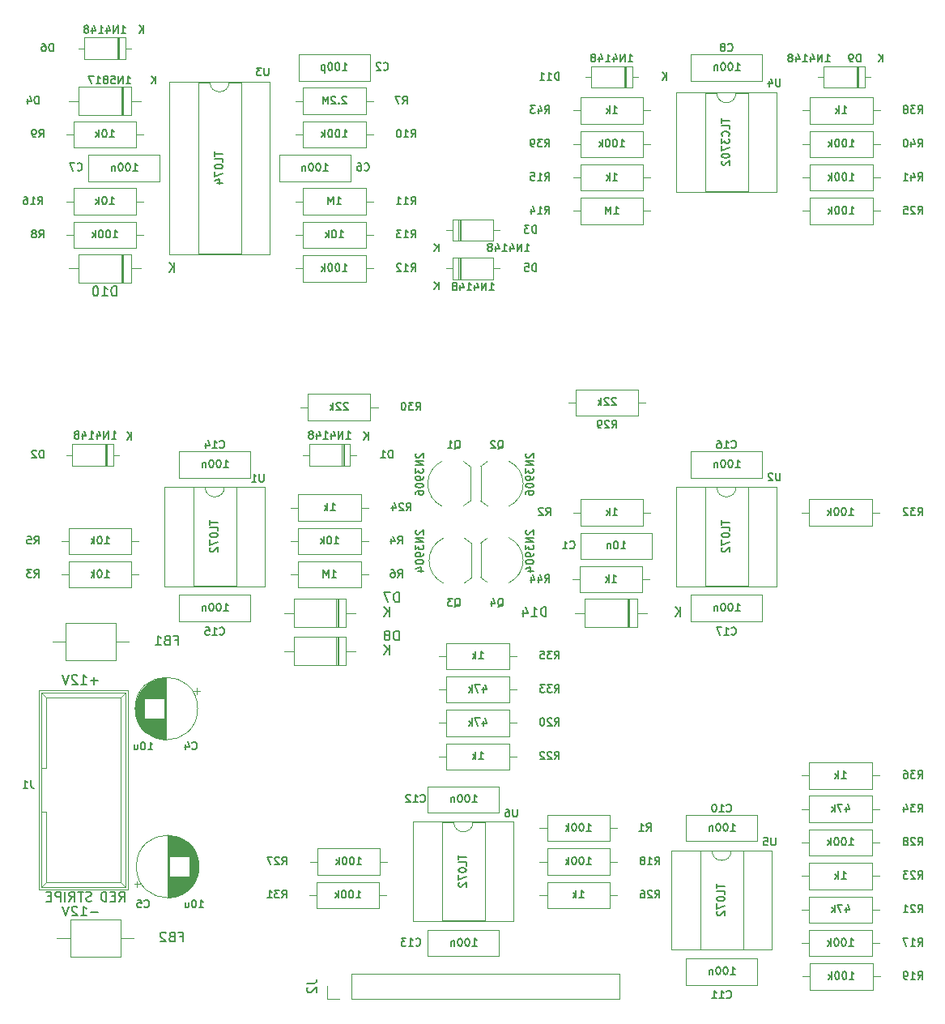
<source format=gbo>
G04 #@! TF.GenerationSoftware,KiCad,Pcbnew,(7.0.0)*
G04 #@! TF.CreationDate,2023-03-18T14:29:31-05:00*
G04 #@! TF.ProjectId,SlopesMain,536c6f70-6573-44d6-9169-6e2e6b696361,rev?*
G04 #@! TF.SameCoordinates,Original*
G04 #@! TF.FileFunction,Legend,Bot*
G04 #@! TF.FilePolarity,Positive*
%FSLAX46Y46*%
G04 Gerber Fmt 4.6, Leading zero omitted, Abs format (unit mm)*
G04 Created by KiCad (PCBNEW (7.0.0)) date 2023-03-18 14:29:31*
%MOMM*%
%LPD*%
G01*
G04 APERTURE LIST*
%ADD10C,0.150000*%
%ADD11C,0.120000*%
%ADD12C,3.100000*%
%ADD13O,2.720000X3.240000*%
%ADD14R,1.800000X1.800000*%
%ADD15C,1.800000*%
%ADD16R,2.200000X2.200000*%
%ADD17O,2.200000X2.200000*%
%ADD18C,1.600000*%
%ADD19O,1.600000X1.600000*%
%ADD20R,2.400000X1.600000*%
%ADD21O,2.400000X1.600000*%
%ADD22R,1.600000X1.600000*%
%ADD23R,1.500000X1.500000*%
%ADD24C,1.500000*%
%ADD25R,1.700000X1.700000*%
%ADD26O,1.700000X1.700000*%
%ADD27R,1.727200X1.727200*%
%ADD28O,1.727200X1.727200*%
G04 APERTURE END LIST*
D10*
X342238094Y-97367380D02*
X342238094Y-96367380D01*
X342238094Y-96367380D02*
X341999999Y-96367380D01*
X341999999Y-96367380D02*
X341857142Y-96415000D01*
X341857142Y-96415000D02*
X341761904Y-96510238D01*
X341761904Y-96510238D02*
X341714285Y-96605476D01*
X341714285Y-96605476D02*
X341666666Y-96795952D01*
X341666666Y-96795952D02*
X341666666Y-96938809D01*
X341666666Y-96938809D02*
X341714285Y-97129285D01*
X341714285Y-97129285D02*
X341761904Y-97224523D01*
X341761904Y-97224523D02*
X341857142Y-97319761D01*
X341857142Y-97319761D02*
X341999999Y-97367380D01*
X341999999Y-97367380D02*
X342238094Y-97367380D01*
X341333332Y-96367380D02*
X340666666Y-96367380D01*
X340666666Y-96367380D02*
X341095237Y-97367380D01*
X341261904Y-98867380D02*
X341261904Y-97867380D01*
X340690476Y-98867380D02*
X341119047Y-98295952D01*
X340690476Y-97867380D02*
X341261904Y-98438809D01*
X396514285Y-115793904D02*
X396780952Y-115412952D01*
X396971428Y-115793904D02*
X396971428Y-114993904D01*
X396971428Y-114993904D02*
X396666666Y-114993904D01*
X396666666Y-114993904D02*
X396590476Y-115032000D01*
X396590476Y-115032000D02*
X396552381Y-115070095D01*
X396552381Y-115070095D02*
X396514285Y-115146285D01*
X396514285Y-115146285D02*
X396514285Y-115260571D01*
X396514285Y-115260571D02*
X396552381Y-115336761D01*
X396552381Y-115336761D02*
X396590476Y-115374857D01*
X396590476Y-115374857D02*
X396666666Y-115412952D01*
X396666666Y-115412952D02*
X396971428Y-115412952D01*
X396247619Y-114993904D02*
X395752381Y-114993904D01*
X395752381Y-114993904D02*
X396019047Y-115298666D01*
X396019047Y-115298666D02*
X395904762Y-115298666D01*
X395904762Y-115298666D02*
X395828571Y-115336761D01*
X395828571Y-115336761D02*
X395790476Y-115374857D01*
X395790476Y-115374857D02*
X395752381Y-115451047D01*
X395752381Y-115451047D02*
X395752381Y-115641523D01*
X395752381Y-115641523D02*
X395790476Y-115717714D01*
X395790476Y-115717714D02*
X395828571Y-115755809D01*
X395828571Y-115755809D02*
X395904762Y-115793904D01*
X395904762Y-115793904D02*
X396133333Y-115793904D01*
X396133333Y-115793904D02*
X396209524Y-115755809D01*
X396209524Y-115755809D02*
X396247619Y-115717714D01*
X395066666Y-114993904D02*
X395219047Y-114993904D01*
X395219047Y-114993904D02*
X395295238Y-115032000D01*
X395295238Y-115032000D02*
X395333333Y-115070095D01*
X395333333Y-115070095D02*
X395409523Y-115184380D01*
X395409523Y-115184380D02*
X395447619Y-115336761D01*
X395447619Y-115336761D02*
X395447619Y-115641523D01*
X395447619Y-115641523D02*
X395409523Y-115717714D01*
X395409523Y-115717714D02*
X395371428Y-115755809D01*
X395371428Y-115755809D02*
X395295238Y-115793904D01*
X395295238Y-115793904D02*
X395142857Y-115793904D01*
X395142857Y-115793904D02*
X395066666Y-115755809D01*
X395066666Y-115755809D02*
X395028571Y-115717714D01*
X395028571Y-115717714D02*
X394990476Y-115641523D01*
X394990476Y-115641523D02*
X394990476Y-115451047D01*
X394990476Y-115451047D02*
X395028571Y-115374857D01*
X395028571Y-115374857D02*
X395066666Y-115336761D01*
X395066666Y-115336761D02*
X395142857Y-115298666D01*
X395142857Y-115298666D02*
X395295238Y-115298666D01*
X395295238Y-115298666D02*
X395371428Y-115336761D01*
X395371428Y-115336761D02*
X395409523Y-115374857D01*
X395409523Y-115374857D02*
X395447619Y-115451047D01*
X388515238Y-115793904D02*
X388972381Y-115793904D01*
X388743809Y-115793904D02*
X388743809Y-114993904D01*
X388743809Y-114993904D02*
X388820000Y-115108190D01*
X388820000Y-115108190D02*
X388896190Y-115184380D01*
X388896190Y-115184380D02*
X388972381Y-115222476D01*
X388172380Y-115793904D02*
X388172380Y-114993904D01*
X388096190Y-115489142D02*
X387867618Y-115793904D01*
X387867618Y-115260571D02*
X388172380Y-115565333D01*
X343514285Y-59293904D02*
X343780952Y-58912952D01*
X343971428Y-59293904D02*
X343971428Y-58493904D01*
X343971428Y-58493904D02*
X343666666Y-58493904D01*
X343666666Y-58493904D02*
X343590476Y-58532000D01*
X343590476Y-58532000D02*
X343552381Y-58570095D01*
X343552381Y-58570095D02*
X343514285Y-58646285D01*
X343514285Y-58646285D02*
X343514285Y-58760571D01*
X343514285Y-58760571D02*
X343552381Y-58836761D01*
X343552381Y-58836761D02*
X343590476Y-58874857D01*
X343590476Y-58874857D02*
X343666666Y-58912952D01*
X343666666Y-58912952D02*
X343971428Y-58912952D01*
X342752381Y-59293904D02*
X343209524Y-59293904D01*
X342980952Y-59293904D02*
X342980952Y-58493904D01*
X342980952Y-58493904D02*
X343057143Y-58608190D01*
X343057143Y-58608190D02*
X343133333Y-58684380D01*
X343133333Y-58684380D02*
X343209524Y-58722476D01*
X342485714Y-58493904D02*
X341990476Y-58493904D01*
X341990476Y-58493904D02*
X342257142Y-58798666D01*
X342257142Y-58798666D02*
X342142857Y-58798666D01*
X342142857Y-58798666D02*
X342066666Y-58836761D01*
X342066666Y-58836761D02*
X342028571Y-58874857D01*
X342028571Y-58874857D02*
X341990476Y-58951047D01*
X341990476Y-58951047D02*
X341990476Y-59141523D01*
X341990476Y-59141523D02*
X342028571Y-59217714D01*
X342028571Y-59217714D02*
X342066666Y-59255809D01*
X342066666Y-59255809D02*
X342142857Y-59293904D01*
X342142857Y-59293904D02*
X342371428Y-59293904D01*
X342371428Y-59293904D02*
X342447619Y-59255809D01*
X342447619Y-59255809D02*
X342485714Y-59217714D01*
X335976190Y-59293904D02*
X336433333Y-59293904D01*
X336204761Y-59293904D02*
X336204761Y-58493904D01*
X336204761Y-58493904D02*
X336280952Y-58608190D01*
X336280952Y-58608190D02*
X336357142Y-58684380D01*
X336357142Y-58684380D02*
X336433333Y-58722476D01*
X335480951Y-58493904D02*
X335404761Y-58493904D01*
X335404761Y-58493904D02*
X335328570Y-58532000D01*
X335328570Y-58532000D02*
X335290475Y-58570095D01*
X335290475Y-58570095D02*
X335252380Y-58646285D01*
X335252380Y-58646285D02*
X335214285Y-58798666D01*
X335214285Y-58798666D02*
X335214285Y-58989142D01*
X335214285Y-58989142D02*
X335252380Y-59141523D01*
X335252380Y-59141523D02*
X335290475Y-59217714D01*
X335290475Y-59217714D02*
X335328570Y-59255809D01*
X335328570Y-59255809D02*
X335404761Y-59293904D01*
X335404761Y-59293904D02*
X335480951Y-59293904D01*
X335480951Y-59293904D02*
X335557142Y-59255809D01*
X335557142Y-59255809D02*
X335595237Y-59217714D01*
X335595237Y-59217714D02*
X335633332Y-59141523D01*
X335633332Y-59141523D02*
X335671428Y-58989142D01*
X335671428Y-58989142D02*
X335671428Y-58798666D01*
X335671428Y-58798666D02*
X335633332Y-58646285D01*
X335633332Y-58646285D02*
X335595237Y-58570095D01*
X335595237Y-58570095D02*
X335557142Y-58532000D01*
X335557142Y-58532000D02*
X335480951Y-58493904D01*
X334871427Y-59293904D02*
X334871427Y-58493904D01*
X334795237Y-58989142D02*
X334566665Y-59293904D01*
X334566665Y-58760571D02*
X334871427Y-59065333D01*
X368133332Y-121293904D02*
X368399999Y-120912952D01*
X368590475Y-121293904D02*
X368590475Y-120493904D01*
X368590475Y-120493904D02*
X368285713Y-120493904D01*
X368285713Y-120493904D02*
X368209523Y-120532000D01*
X368209523Y-120532000D02*
X368171428Y-120570095D01*
X368171428Y-120570095D02*
X368133332Y-120646285D01*
X368133332Y-120646285D02*
X368133332Y-120760571D01*
X368133332Y-120760571D02*
X368171428Y-120836761D01*
X368171428Y-120836761D02*
X368209523Y-120874857D01*
X368209523Y-120874857D02*
X368285713Y-120912952D01*
X368285713Y-120912952D02*
X368590475Y-120912952D01*
X367371428Y-121293904D02*
X367828571Y-121293904D01*
X367599999Y-121293904D02*
X367599999Y-120493904D01*
X367599999Y-120493904D02*
X367676190Y-120608190D01*
X367676190Y-120608190D02*
X367752380Y-120684380D01*
X367752380Y-120684380D02*
X367828571Y-120722476D01*
X361857143Y-121293904D02*
X362314286Y-121293904D01*
X362085714Y-121293904D02*
X362085714Y-120493904D01*
X362085714Y-120493904D02*
X362161905Y-120608190D01*
X362161905Y-120608190D02*
X362238095Y-120684380D01*
X362238095Y-120684380D02*
X362314286Y-120722476D01*
X361361904Y-120493904D02*
X361285714Y-120493904D01*
X361285714Y-120493904D02*
X361209523Y-120532000D01*
X361209523Y-120532000D02*
X361171428Y-120570095D01*
X361171428Y-120570095D02*
X361133333Y-120646285D01*
X361133333Y-120646285D02*
X361095238Y-120798666D01*
X361095238Y-120798666D02*
X361095238Y-120989142D01*
X361095238Y-120989142D02*
X361133333Y-121141523D01*
X361133333Y-121141523D02*
X361171428Y-121217714D01*
X361171428Y-121217714D02*
X361209523Y-121255809D01*
X361209523Y-121255809D02*
X361285714Y-121293904D01*
X361285714Y-121293904D02*
X361361904Y-121293904D01*
X361361904Y-121293904D02*
X361438095Y-121255809D01*
X361438095Y-121255809D02*
X361476190Y-121217714D01*
X361476190Y-121217714D02*
X361514285Y-121141523D01*
X361514285Y-121141523D02*
X361552381Y-120989142D01*
X361552381Y-120989142D02*
X361552381Y-120798666D01*
X361552381Y-120798666D02*
X361514285Y-120646285D01*
X361514285Y-120646285D02*
X361476190Y-120570095D01*
X361476190Y-120570095D02*
X361438095Y-120532000D01*
X361438095Y-120532000D02*
X361361904Y-120493904D01*
X360599999Y-120493904D02*
X360523809Y-120493904D01*
X360523809Y-120493904D02*
X360447618Y-120532000D01*
X360447618Y-120532000D02*
X360409523Y-120570095D01*
X360409523Y-120570095D02*
X360371428Y-120646285D01*
X360371428Y-120646285D02*
X360333333Y-120798666D01*
X360333333Y-120798666D02*
X360333333Y-120989142D01*
X360333333Y-120989142D02*
X360371428Y-121141523D01*
X360371428Y-121141523D02*
X360409523Y-121217714D01*
X360409523Y-121217714D02*
X360447618Y-121255809D01*
X360447618Y-121255809D02*
X360523809Y-121293904D01*
X360523809Y-121293904D02*
X360599999Y-121293904D01*
X360599999Y-121293904D02*
X360676190Y-121255809D01*
X360676190Y-121255809D02*
X360714285Y-121217714D01*
X360714285Y-121217714D02*
X360752380Y-121141523D01*
X360752380Y-121141523D02*
X360790476Y-120989142D01*
X360790476Y-120989142D02*
X360790476Y-120798666D01*
X360790476Y-120798666D02*
X360752380Y-120646285D01*
X360752380Y-120646285D02*
X360714285Y-120570095D01*
X360714285Y-120570095D02*
X360676190Y-120532000D01*
X360676190Y-120532000D02*
X360599999Y-120493904D01*
X359990475Y-121293904D02*
X359990475Y-120493904D01*
X359914285Y-120989142D02*
X359685713Y-121293904D01*
X359685713Y-120760571D02*
X359990475Y-121065333D01*
X381609523Y-121993904D02*
X381609523Y-122641523D01*
X381609523Y-122641523D02*
X381571428Y-122717714D01*
X381571428Y-122717714D02*
X381533333Y-122755809D01*
X381533333Y-122755809D02*
X381457142Y-122793904D01*
X381457142Y-122793904D02*
X381304761Y-122793904D01*
X381304761Y-122793904D02*
X381228571Y-122755809D01*
X381228571Y-122755809D02*
X381190476Y-122717714D01*
X381190476Y-122717714D02*
X381152380Y-122641523D01*
X381152380Y-122641523D02*
X381152380Y-121993904D01*
X380390476Y-121993904D02*
X380771428Y-121993904D01*
X380771428Y-121993904D02*
X380809524Y-122374857D01*
X380809524Y-122374857D02*
X380771428Y-122336761D01*
X380771428Y-122336761D02*
X380695238Y-122298666D01*
X380695238Y-122298666D02*
X380504762Y-122298666D01*
X380504762Y-122298666D02*
X380428571Y-122336761D01*
X380428571Y-122336761D02*
X380390476Y-122374857D01*
X380390476Y-122374857D02*
X380352381Y-122451047D01*
X380352381Y-122451047D02*
X380352381Y-122641523D01*
X380352381Y-122641523D02*
X380390476Y-122717714D01*
X380390476Y-122717714D02*
X380428571Y-122755809D01*
X380428571Y-122755809D02*
X380504762Y-122793904D01*
X380504762Y-122793904D02*
X380695238Y-122793904D01*
X380695238Y-122793904D02*
X380771428Y-122755809D01*
X380771428Y-122755809D02*
X380809524Y-122717714D01*
X375483904Y-126814761D02*
X375483904Y-127271904D01*
X376283904Y-127043332D02*
X375483904Y-127043332D01*
X376283904Y-127919523D02*
X376283904Y-127538571D01*
X376283904Y-127538571D02*
X375483904Y-127538571D01*
X375483904Y-128338571D02*
X375483904Y-128414761D01*
X375483904Y-128414761D02*
X375522000Y-128490952D01*
X375522000Y-128490952D02*
X375560095Y-128529047D01*
X375560095Y-128529047D02*
X375636285Y-128567142D01*
X375636285Y-128567142D02*
X375788666Y-128605237D01*
X375788666Y-128605237D02*
X375979142Y-128605237D01*
X375979142Y-128605237D02*
X376131523Y-128567142D01*
X376131523Y-128567142D02*
X376207714Y-128529047D01*
X376207714Y-128529047D02*
X376245809Y-128490952D01*
X376245809Y-128490952D02*
X376283904Y-128414761D01*
X376283904Y-128414761D02*
X376283904Y-128338571D01*
X376283904Y-128338571D02*
X376245809Y-128262380D01*
X376245809Y-128262380D02*
X376207714Y-128224285D01*
X376207714Y-128224285D02*
X376131523Y-128186190D01*
X376131523Y-128186190D02*
X375979142Y-128148094D01*
X375979142Y-128148094D02*
X375788666Y-128148094D01*
X375788666Y-128148094D02*
X375636285Y-128186190D01*
X375636285Y-128186190D02*
X375560095Y-128224285D01*
X375560095Y-128224285D02*
X375522000Y-128262380D01*
X375522000Y-128262380D02*
X375483904Y-128338571D01*
X375483904Y-128871904D02*
X375483904Y-129405238D01*
X375483904Y-129405238D02*
X376283904Y-129062380D01*
X375560095Y-129671904D02*
X375522000Y-129710000D01*
X375522000Y-129710000D02*
X375483904Y-129786190D01*
X375483904Y-129786190D02*
X375483904Y-129976666D01*
X375483904Y-129976666D02*
X375522000Y-130052857D01*
X375522000Y-130052857D02*
X375560095Y-130090952D01*
X375560095Y-130090952D02*
X375636285Y-130129047D01*
X375636285Y-130129047D02*
X375712476Y-130129047D01*
X375712476Y-130129047D02*
X375826761Y-130090952D01*
X375826761Y-130090952D02*
X376283904Y-129633809D01*
X376283904Y-129633809D02*
X376283904Y-130129047D01*
X382109523Y-42663904D02*
X382109523Y-43311523D01*
X382109523Y-43311523D02*
X382071428Y-43387714D01*
X382071428Y-43387714D02*
X382033333Y-43425809D01*
X382033333Y-43425809D02*
X381957142Y-43463904D01*
X381957142Y-43463904D02*
X381804761Y-43463904D01*
X381804761Y-43463904D02*
X381728571Y-43425809D01*
X381728571Y-43425809D02*
X381690476Y-43387714D01*
X381690476Y-43387714D02*
X381652380Y-43311523D01*
X381652380Y-43311523D02*
X381652380Y-42663904D01*
X380928571Y-42930571D02*
X380928571Y-43463904D01*
X381119047Y-42625809D02*
X381309524Y-43197238D01*
X381309524Y-43197238D02*
X380814285Y-43197238D01*
X375983904Y-46833809D02*
X375983904Y-47290952D01*
X376783904Y-47062380D02*
X375983904Y-47062380D01*
X376783904Y-47938571D02*
X376783904Y-47557619D01*
X376783904Y-47557619D02*
X375983904Y-47557619D01*
X376707714Y-48662381D02*
X376745809Y-48624285D01*
X376745809Y-48624285D02*
X376783904Y-48510000D01*
X376783904Y-48510000D02*
X376783904Y-48433809D01*
X376783904Y-48433809D02*
X376745809Y-48319523D01*
X376745809Y-48319523D02*
X376669619Y-48243333D01*
X376669619Y-48243333D02*
X376593428Y-48205238D01*
X376593428Y-48205238D02*
X376441047Y-48167142D01*
X376441047Y-48167142D02*
X376326761Y-48167142D01*
X376326761Y-48167142D02*
X376174380Y-48205238D01*
X376174380Y-48205238D02*
X376098190Y-48243333D01*
X376098190Y-48243333D02*
X376022000Y-48319523D01*
X376022000Y-48319523D02*
X375983904Y-48433809D01*
X375983904Y-48433809D02*
X375983904Y-48510000D01*
X375983904Y-48510000D02*
X376022000Y-48624285D01*
X376022000Y-48624285D02*
X376060095Y-48662381D01*
X375983904Y-48929047D02*
X375983904Y-49424285D01*
X375983904Y-49424285D02*
X376288666Y-49157619D01*
X376288666Y-49157619D02*
X376288666Y-49271904D01*
X376288666Y-49271904D02*
X376326761Y-49348095D01*
X376326761Y-49348095D02*
X376364857Y-49386190D01*
X376364857Y-49386190D02*
X376441047Y-49424285D01*
X376441047Y-49424285D02*
X376631523Y-49424285D01*
X376631523Y-49424285D02*
X376707714Y-49386190D01*
X376707714Y-49386190D02*
X376745809Y-49348095D01*
X376745809Y-49348095D02*
X376783904Y-49271904D01*
X376783904Y-49271904D02*
X376783904Y-49043333D01*
X376783904Y-49043333D02*
X376745809Y-48967142D01*
X376745809Y-48967142D02*
X376707714Y-48929047D01*
X375983904Y-49690952D02*
X375983904Y-50224286D01*
X375983904Y-50224286D02*
X376783904Y-49881428D01*
X375983904Y-50681429D02*
X375983904Y-50757619D01*
X375983904Y-50757619D02*
X376022000Y-50833810D01*
X376022000Y-50833810D02*
X376060095Y-50871905D01*
X376060095Y-50871905D02*
X376136285Y-50910000D01*
X376136285Y-50910000D02*
X376288666Y-50948095D01*
X376288666Y-50948095D02*
X376479142Y-50948095D01*
X376479142Y-50948095D02*
X376631523Y-50910000D01*
X376631523Y-50910000D02*
X376707714Y-50871905D01*
X376707714Y-50871905D02*
X376745809Y-50833810D01*
X376745809Y-50833810D02*
X376783904Y-50757619D01*
X376783904Y-50757619D02*
X376783904Y-50681429D01*
X376783904Y-50681429D02*
X376745809Y-50605238D01*
X376745809Y-50605238D02*
X376707714Y-50567143D01*
X376707714Y-50567143D02*
X376631523Y-50529048D01*
X376631523Y-50529048D02*
X376479142Y-50490952D01*
X376479142Y-50490952D02*
X376288666Y-50490952D01*
X376288666Y-50490952D02*
X376136285Y-50529048D01*
X376136285Y-50529048D02*
X376060095Y-50567143D01*
X376060095Y-50567143D02*
X376022000Y-50605238D01*
X376022000Y-50605238D02*
X375983904Y-50681429D01*
X376060095Y-51252857D02*
X376022000Y-51290953D01*
X376022000Y-51290953D02*
X375983904Y-51367143D01*
X375983904Y-51367143D02*
X375983904Y-51557619D01*
X375983904Y-51557619D02*
X376022000Y-51633810D01*
X376022000Y-51633810D02*
X376060095Y-51671905D01*
X376060095Y-51671905D02*
X376136285Y-51710000D01*
X376136285Y-51710000D02*
X376212476Y-51710000D01*
X376212476Y-51710000D02*
X376326761Y-51671905D01*
X376326761Y-51671905D02*
X376783904Y-51214762D01*
X376783904Y-51214762D02*
X376783904Y-51710000D01*
X354609523Y-118993904D02*
X354609523Y-119641523D01*
X354609523Y-119641523D02*
X354571428Y-119717714D01*
X354571428Y-119717714D02*
X354533333Y-119755809D01*
X354533333Y-119755809D02*
X354457142Y-119793904D01*
X354457142Y-119793904D02*
X354304761Y-119793904D01*
X354304761Y-119793904D02*
X354228571Y-119755809D01*
X354228571Y-119755809D02*
X354190476Y-119717714D01*
X354190476Y-119717714D02*
X354152380Y-119641523D01*
X354152380Y-119641523D02*
X354152380Y-118993904D01*
X353428571Y-118993904D02*
X353580952Y-118993904D01*
X353580952Y-118993904D02*
X353657143Y-119032000D01*
X353657143Y-119032000D02*
X353695238Y-119070095D01*
X353695238Y-119070095D02*
X353771428Y-119184380D01*
X353771428Y-119184380D02*
X353809524Y-119336761D01*
X353809524Y-119336761D02*
X353809524Y-119641523D01*
X353809524Y-119641523D02*
X353771428Y-119717714D01*
X353771428Y-119717714D02*
X353733333Y-119755809D01*
X353733333Y-119755809D02*
X353657143Y-119793904D01*
X353657143Y-119793904D02*
X353504762Y-119793904D01*
X353504762Y-119793904D02*
X353428571Y-119755809D01*
X353428571Y-119755809D02*
X353390476Y-119717714D01*
X353390476Y-119717714D02*
X353352381Y-119641523D01*
X353352381Y-119641523D02*
X353352381Y-119451047D01*
X353352381Y-119451047D02*
X353390476Y-119374857D01*
X353390476Y-119374857D02*
X353428571Y-119336761D01*
X353428571Y-119336761D02*
X353504762Y-119298666D01*
X353504762Y-119298666D02*
X353657143Y-119298666D01*
X353657143Y-119298666D02*
X353733333Y-119336761D01*
X353733333Y-119336761D02*
X353771428Y-119374857D01*
X353771428Y-119374857D02*
X353809524Y-119451047D01*
X348483904Y-123814761D02*
X348483904Y-124271904D01*
X349283904Y-124043332D02*
X348483904Y-124043332D01*
X349283904Y-124919523D02*
X349283904Y-124538571D01*
X349283904Y-124538571D02*
X348483904Y-124538571D01*
X348483904Y-125338571D02*
X348483904Y-125414761D01*
X348483904Y-125414761D02*
X348522000Y-125490952D01*
X348522000Y-125490952D02*
X348560095Y-125529047D01*
X348560095Y-125529047D02*
X348636285Y-125567142D01*
X348636285Y-125567142D02*
X348788666Y-125605237D01*
X348788666Y-125605237D02*
X348979142Y-125605237D01*
X348979142Y-125605237D02*
X349131523Y-125567142D01*
X349131523Y-125567142D02*
X349207714Y-125529047D01*
X349207714Y-125529047D02*
X349245809Y-125490952D01*
X349245809Y-125490952D02*
X349283904Y-125414761D01*
X349283904Y-125414761D02*
X349283904Y-125338571D01*
X349283904Y-125338571D02*
X349245809Y-125262380D01*
X349245809Y-125262380D02*
X349207714Y-125224285D01*
X349207714Y-125224285D02*
X349131523Y-125186190D01*
X349131523Y-125186190D02*
X348979142Y-125148094D01*
X348979142Y-125148094D02*
X348788666Y-125148094D01*
X348788666Y-125148094D02*
X348636285Y-125186190D01*
X348636285Y-125186190D02*
X348560095Y-125224285D01*
X348560095Y-125224285D02*
X348522000Y-125262380D01*
X348522000Y-125262380D02*
X348483904Y-125338571D01*
X348483904Y-125871904D02*
X348483904Y-126405238D01*
X348483904Y-126405238D02*
X349283904Y-126062380D01*
X348560095Y-126671904D02*
X348522000Y-126710000D01*
X348522000Y-126710000D02*
X348483904Y-126786190D01*
X348483904Y-126786190D02*
X348483904Y-126976666D01*
X348483904Y-126976666D02*
X348522000Y-127052857D01*
X348522000Y-127052857D02*
X348560095Y-127090952D01*
X348560095Y-127090952D02*
X348636285Y-127129047D01*
X348636285Y-127129047D02*
X348712476Y-127129047D01*
X348712476Y-127129047D02*
X348826761Y-127090952D01*
X348826761Y-127090952D02*
X349283904Y-126633809D01*
X349283904Y-126633809D02*
X349283904Y-127129047D01*
X356590475Y-62793904D02*
X356590475Y-61993904D01*
X356590475Y-61993904D02*
X356399999Y-61993904D01*
X356399999Y-61993904D02*
X356285713Y-62032000D01*
X356285713Y-62032000D02*
X356209523Y-62108190D01*
X356209523Y-62108190D02*
X356171428Y-62184380D01*
X356171428Y-62184380D02*
X356133332Y-62336761D01*
X356133332Y-62336761D02*
X356133332Y-62451047D01*
X356133332Y-62451047D02*
X356171428Y-62603428D01*
X356171428Y-62603428D02*
X356209523Y-62679619D01*
X356209523Y-62679619D02*
X356285713Y-62755809D01*
X356285713Y-62755809D02*
X356399999Y-62793904D01*
X356399999Y-62793904D02*
X356590475Y-62793904D01*
X355409523Y-61993904D02*
X355790475Y-61993904D01*
X355790475Y-61993904D02*
X355828571Y-62374857D01*
X355828571Y-62374857D02*
X355790475Y-62336761D01*
X355790475Y-62336761D02*
X355714285Y-62298666D01*
X355714285Y-62298666D02*
X355523809Y-62298666D01*
X355523809Y-62298666D02*
X355447618Y-62336761D01*
X355447618Y-62336761D02*
X355409523Y-62374857D01*
X355409523Y-62374857D02*
X355371428Y-62451047D01*
X355371428Y-62451047D02*
X355371428Y-62641523D01*
X355371428Y-62641523D02*
X355409523Y-62717714D01*
X355409523Y-62717714D02*
X355447618Y-62755809D01*
X355447618Y-62755809D02*
X355523809Y-62793904D01*
X355523809Y-62793904D02*
X355714285Y-62793904D01*
X355714285Y-62793904D02*
X355790475Y-62755809D01*
X355790475Y-62755809D02*
X355828571Y-62717714D01*
X351714286Y-64793904D02*
X352171429Y-64793904D01*
X351942857Y-64793904D02*
X351942857Y-63993904D01*
X351942857Y-63993904D02*
X352019048Y-64108190D01*
X352019048Y-64108190D02*
X352095238Y-64184380D01*
X352095238Y-64184380D02*
X352171429Y-64222476D01*
X351371428Y-64793904D02*
X351371428Y-63993904D01*
X351371428Y-63993904D02*
X350914285Y-64793904D01*
X350914285Y-64793904D02*
X350914285Y-63993904D01*
X350190476Y-64260571D02*
X350190476Y-64793904D01*
X350380952Y-63955809D02*
X350571429Y-64527238D01*
X350571429Y-64527238D02*
X350076190Y-64527238D01*
X349352381Y-64793904D02*
X349809524Y-64793904D01*
X349580952Y-64793904D02*
X349580952Y-63993904D01*
X349580952Y-63993904D02*
X349657143Y-64108190D01*
X349657143Y-64108190D02*
X349733333Y-64184380D01*
X349733333Y-64184380D02*
X349809524Y-64222476D01*
X348666666Y-64260571D02*
X348666666Y-64793904D01*
X348857142Y-63955809D02*
X349047619Y-64527238D01*
X349047619Y-64527238D02*
X348552380Y-64527238D01*
X348133333Y-64336761D02*
X348209523Y-64298666D01*
X348209523Y-64298666D02*
X348247618Y-64260571D01*
X348247618Y-64260571D02*
X348285714Y-64184380D01*
X348285714Y-64184380D02*
X348285714Y-64146285D01*
X348285714Y-64146285D02*
X348247618Y-64070095D01*
X348247618Y-64070095D02*
X348209523Y-64032000D01*
X348209523Y-64032000D02*
X348133333Y-63993904D01*
X348133333Y-63993904D02*
X347980952Y-63993904D01*
X347980952Y-63993904D02*
X347904761Y-64032000D01*
X347904761Y-64032000D02*
X347866666Y-64070095D01*
X347866666Y-64070095D02*
X347828571Y-64146285D01*
X347828571Y-64146285D02*
X347828571Y-64184380D01*
X347828571Y-64184380D02*
X347866666Y-64260571D01*
X347866666Y-64260571D02*
X347904761Y-64298666D01*
X347904761Y-64298666D02*
X347980952Y-64336761D01*
X347980952Y-64336761D02*
X348133333Y-64336761D01*
X348133333Y-64336761D02*
X348209523Y-64374857D01*
X348209523Y-64374857D02*
X348247618Y-64412952D01*
X348247618Y-64412952D02*
X348285714Y-64489142D01*
X348285714Y-64489142D02*
X348285714Y-64641523D01*
X348285714Y-64641523D02*
X348247618Y-64717714D01*
X348247618Y-64717714D02*
X348209523Y-64755809D01*
X348209523Y-64755809D02*
X348133333Y-64793904D01*
X348133333Y-64793904D02*
X347980952Y-64793904D01*
X347980952Y-64793904D02*
X347904761Y-64755809D01*
X347904761Y-64755809D02*
X347866666Y-64717714D01*
X347866666Y-64717714D02*
X347828571Y-64641523D01*
X347828571Y-64641523D02*
X347828571Y-64489142D01*
X347828571Y-64489142D02*
X347866666Y-64412952D01*
X347866666Y-64412952D02*
X347904761Y-64374857D01*
X347904761Y-64374857D02*
X347980952Y-64336761D01*
X346399523Y-64698904D02*
X346399523Y-63898904D01*
X345942380Y-64698904D02*
X346285238Y-64241761D01*
X345942380Y-63898904D02*
X346399523Y-64356047D01*
X376514285Y-119217714D02*
X376552381Y-119255809D01*
X376552381Y-119255809D02*
X376666666Y-119293904D01*
X376666666Y-119293904D02*
X376742857Y-119293904D01*
X376742857Y-119293904D02*
X376857143Y-119255809D01*
X376857143Y-119255809D02*
X376933333Y-119179619D01*
X376933333Y-119179619D02*
X376971428Y-119103428D01*
X376971428Y-119103428D02*
X377009524Y-118951047D01*
X377009524Y-118951047D02*
X377009524Y-118836761D01*
X377009524Y-118836761D02*
X376971428Y-118684380D01*
X376971428Y-118684380D02*
X376933333Y-118608190D01*
X376933333Y-118608190D02*
X376857143Y-118532000D01*
X376857143Y-118532000D02*
X376742857Y-118493904D01*
X376742857Y-118493904D02*
X376666666Y-118493904D01*
X376666666Y-118493904D02*
X376552381Y-118532000D01*
X376552381Y-118532000D02*
X376514285Y-118570095D01*
X375752381Y-119293904D02*
X376209524Y-119293904D01*
X375980952Y-119293904D02*
X375980952Y-118493904D01*
X375980952Y-118493904D02*
X376057143Y-118608190D01*
X376057143Y-118608190D02*
X376133333Y-118684380D01*
X376133333Y-118684380D02*
X376209524Y-118722476D01*
X375257142Y-118493904D02*
X375180952Y-118493904D01*
X375180952Y-118493904D02*
X375104761Y-118532000D01*
X375104761Y-118532000D02*
X375066666Y-118570095D01*
X375066666Y-118570095D02*
X375028571Y-118646285D01*
X375028571Y-118646285D02*
X374990476Y-118798666D01*
X374990476Y-118798666D02*
X374990476Y-118989142D01*
X374990476Y-118989142D02*
X375028571Y-119141523D01*
X375028571Y-119141523D02*
X375066666Y-119217714D01*
X375066666Y-119217714D02*
X375104761Y-119255809D01*
X375104761Y-119255809D02*
X375180952Y-119293904D01*
X375180952Y-119293904D02*
X375257142Y-119293904D01*
X375257142Y-119293904D02*
X375333333Y-119255809D01*
X375333333Y-119255809D02*
X375371428Y-119217714D01*
X375371428Y-119217714D02*
X375409523Y-119141523D01*
X375409523Y-119141523D02*
X375447619Y-118989142D01*
X375447619Y-118989142D02*
X375447619Y-118798666D01*
X375447619Y-118798666D02*
X375409523Y-118646285D01*
X375409523Y-118646285D02*
X375371428Y-118570095D01*
X375371428Y-118570095D02*
X375333333Y-118532000D01*
X375333333Y-118532000D02*
X375257142Y-118493904D01*
X376935238Y-121293904D02*
X377392381Y-121293904D01*
X377163809Y-121293904D02*
X377163809Y-120493904D01*
X377163809Y-120493904D02*
X377240000Y-120608190D01*
X377240000Y-120608190D02*
X377316190Y-120684380D01*
X377316190Y-120684380D02*
X377392381Y-120722476D01*
X376439999Y-120493904D02*
X376363809Y-120493904D01*
X376363809Y-120493904D02*
X376287618Y-120532000D01*
X376287618Y-120532000D02*
X376249523Y-120570095D01*
X376249523Y-120570095D02*
X376211428Y-120646285D01*
X376211428Y-120646285D02*
X376173333Y-120798666D01*
X376173333Y-120798666D02*
X376173333Y-120989142D01*
X376173333Y-120989142D02*
X376211428Y-121141523D01*
X376211428Y-121141523D02*
X376249523Y-121217714D01*
X376249523Y-121217714D02*
X376287618Y-121255809D01*
X376287618Y-121255809D02*
X376363809Y-121293904D01*
X376363809Y-121293904D02*
X376439999Y-121293904D01*
X376439999Y-121293904D02*
X376516190Y-121255809D01*
X376516190Y-121255809D02*
X376554285Y-121217714D01*
X376554285Y-121217714D02*
X376592380Y-121141523D01*
X376592380Y-121141523D02*
X376630476Y-120989142D01*
X376630476Y-120989142D02*
X376630476Y-120798666D01*
X376630476Y-120798666D02*
X376592380Y-120646285D01*
X376592380Y-120646285D02*
X376554285Y-120570095D01*
X376554285Y-120570095D02*
X376516190Y-120532000D01*
X376516190Y-120532000D02*
X376439999Y-120493904D01*
X375678094Y-120493904D02*
X375601904Y-120493904D01*
X375601904Y-120493904D02*
X375525713Y-120532000D01*
X375525713Y-120532000D02*
X375487618Y-120570095D01*
X375487618Y-120570095D02*
X375449523Y-120646285D01*
X375449523Y-120646285D02*
X375411428Y-120798666D01*
X375411428Y-120798666D02*
X375411428Y-120989142D01*
X375411428Y-120989142D02*
X375449523Y-121141523D01*
X375449523Y-121141523D02*
X375487618Y-121217714D01*
X375487618Y-121217714D02*
X375525713Y-121255809D01*
X375525713Y-121255809D02*
X375601904Y-121293904D01*
X375601904Y-121293904D02*
X375678094Y-121293904D01*
X375678094Y-121293904D02*
X375754285Y-121255809D01*
X375754285Y-121255809D02*
X375792380Y-121217714D01*
X375792380Y-121217714D02*
X375830475Y-121141523D01*
X375830475Y-121141523D02*
X375868571Y-120989142D01*
X375868571Y-120989142D02*
X375868571Y-120798666D01*
X375868571Y-120798666D02*
X375830475Y-120646285D01*
X375830475Y-120646285D02*
X375792380Y-120570095D01*
X375792380Y-120570095D02*
X375754285Y-120532000D01*
X375754285Y-120532000D02*
X375678094Y-120493904D01*
X375068570Y-120760571D02*
X375068570Y-121293904D01*
X375068570Y-120836761D02*
X375030475Y-120798666D01*
X375030475Y-120798666D02*
X374954285Y-120760571D01*
X374954285Y-120760571D02*
X374839999Y-120760571D01*
X374839999Y-120760571D02*
X374763808Y-120798666D01*
X374763808Y-120798666D02*
X374725713Y-120874857D01*
X374725713Y-120874857D02*
X374725713Y-121293904D01*
X377014285Y-81217714D02*
X377052381Y-81255809D01*
X377052381Y-81255809D02*
X377166666Y-81293904D01*
X377166666Y-81293904D02*
X377242857Y-81293904D01*
X377242857Y-81293904D02*
X377357143Y-81255809D01*
X377357143Y-81255809D02*
X377433333Y-81179619D01*
X377433333Y-81179619D02*
X377471428Y-81103428D01*
X377471428Y-81103428D02*
X377509524Y-80951047D01*
X377509524Y-80951047D02*
X377509524Y-80836761D01*
X377509524Y-80836761D02*
X377471428Y-80684380D01*
X377471428Y-80684380D02*
X377433333Y-80608190D01*
X377433333Y-80608190D02*
X377357143Y-80532000D01*
X377357143Y-80532000D02*
X377242857Y-80493904D01*
X377242857Y-80493904D02*
X377166666Y-80493904D01*
X377166666Y-80493904D02*
X377052381Y-80532000D01*
X377052381Y-80532000D02*
X377014285Y-80570095D01*
X376252381Y-81293904D02*
X376709524Y-81293904D01*
X376480952Y-81293904D02*
X376480952Y-80493904D01*
X376480952Y-80493904D02*
X376557143Y-80608190D01*
X376557143Y-80608190D02*
X376633333Y-80684380D01*
X376633333Y-80684380D02*
X376709524Y-80722476D01*
X375566666Y-80493904D02*
X375719047Y-80493904D01*
X375719047Y-80493904D02*
X375795238Y-80532000D01*
X375795238Y-80532000D02*
X375833333Y-80570095D01*
X375833333Y-80570095D02*
X375909523Y-80684380D01*
X375909523Y-80684380D02*
X375947619Y-80836761D01*
X375947619Y-80836761D02*
X375947619Y-81141523D01*
X375947619Y-81141523D02*
X375909523Y-81217714D01*
X375909523Y-81217714D02*
X375871428Y-81255809D01*
X375871428Y-81255809D02*
X375795238Y-81293904D01*
X375795238Y-81293904D02*
X375642857Y-81293904D01*
X375642857Y-81293904D02*
X375566666Y-81255809D01*
X375566666Y-81255809D02*
X375528571Y-81217714D01*
X375528571Y-81217714D02*
X375490476Y-81141523D01*
X375490476Y-81141523D02*
X375490476Y-80951047D01*
X375490476Y-80951047D02*
X375528571Y-80874857D01*
X375528571Y-80874857D02*
X375566666Y-80836761D01*
X375566666Y-80836761D02*
X375642857Y-80798666D01*
X375642857Y-80798666D02*
X375795238Y-80798666D01*
X375795238Y-80798666D02*
X375871428Y-80836761D01*
X375871428Y-80836761D02*
X375909523Y-80874857D01*
X375909523Y-80874857D02*
X375947619Y-80951047D01*
X377435238Y-83293904D02*
X377892381Y-83293904D01*
X377663809Y-83293904D02*
X377663809Y-82493904D01*
X377663809Y-82493904D02*
X377740000Y-82608190D01*
X377740000Y-82608190D02*
X377816190Y-82684380D01*
X377816190Y-82684380D02*
X377892381Y-82722476D01*
X376939999Y-82493904D02*
X376863809Y-82493904D01*
X376863809Y-82493904D02*
X376787618Y-82532000D01*
X376787618Y-82532000D02*
X376749523Y-82570095D01*
X376749523Y-82570095D02*
X376711428Y-82646285D01*
X376711428Y-82646285D02*
X376673333Y-82798666D01*
X376673333Y-82798666D02*
X376673333Y-82989142D01*
X376673333Y-82989142D02*
X376711428Y-83141523D01*
X376711428Y-83141523D02*
X376749523Y-83217714D01*
X376749523Y-83217714D02*
X376787618Y-83255809D01*
X376787618Y-83255809D02*
X376863809Y-83293904D01*
X376863809Y-83293904D02*
X376939999Y-83293904D01*
X376939999Y-83293904D02*
X377016190Y-83255809D01*
X377016190Y-83255809D02*
X377054285Y-83217714D01*
X377054285Y-83217714D02*
X377092380Y-83141523D01*
X377092380Y-83141523D02*
X377130476Y-82989142D01*
X377130476Y-82989142D02*
X377130476Y-82798666D01*
X377130476Y-82798666D02*
X377092380Y-82646285D01*
X377092380Y-82646285D02*
X377054285Y-82570095D01*
X377054285Y-82570095D02*
X377016190Y-82532000D01*
X377016190Y-82532000D02*
X376939999Y-82493904D01*
X376178094Y-82493904D02*
X376101904Y-82493904D01*
X376101904Y-82493904D02*
X376025713Y-82532000D01*
X376025713Y-82532000D02*
X375987618Y-82570095D01*
X375987618Y-82570095D02*
X375949523Y-82646285D01*
X375949523Y-82646285D02*
X375911428Y-82798666D01*
X375911428Y-82798666D02*
X375911428Y-82989142D01*
X375911428Y-82989142D02*
X375949523Y-83141523D01*
X375949523Y-83141523D02*
X375987618Y-83217714D01*
X375987618Y-83217714D02*
X376025713Y-83255809D01*
X376025713Y-83255809D02*
X376101904Y-83293904D01*
X376101904Y-83293904D02*
X376178094Y-83293904D01*
X376178094Y-83293904D02*
X376254285Y-83255809D01*
X376254285Y-83255809D02*
X376292380Y-83217714D01*
X376292380Y-83217714D02*
X376330475Y-83141523D01*
X376330475Y-83141523D02*
X376368571Y-82989142D01*
X376368571Y-82989142D02*
X376368571Y-82798666D01*
X376368571Y-82798666D02*
X376330475Y-82646285D01*
X376330475Y-82646285D02*
X376292380Y-82570095D01*
X376292380Y-82570095D02*
X376254285Y-82532000D01*
X376254285Y-82532000D02*
X376178094Y-82493904D01*
X375568570Y-82760571D02*
X375568570Y-83293904D01*
X375568570Y-82836761D02*
X375530475Y-82798666D01*
X375530475Y-82798666D02*
X375454285Y-82760571D01*
X375454285Y-82760571D02*
X375339999Y-82760571D01*
X375339999Y-82760571D02*
X375263808Y-82798666D01*
X375263808Y-82798666D02*
X375225713Y-82874857D01*
X375225713Y-82874857D02*
X375225713Y-83293904D01*
X396514285Y-119293904D02*
X396780952Y-118912952D01*
X396971428Y-119293904D02*
X396971428Y-118493904D01*
X396971428Y-118493904D02*
X396666666Y-118493904D01*
X396666666Y-118493904D02*
X396590476Y-118532000D01*
X396590476Y-118532000D02*
X396552381Y-118570095D01*
X396552381Y-118570095D02*
X396514285Y-118646285D01*
X396514285Y-118646285D02*
X396514285Y-118760571D01*
X396514285Y-118760571D02*
X396552381Y-118836761D01*
X396552381Y-118836761D02*
X396590476Y-118874857D01*
X396590476Y-118874857D02*
X396666666Y-118912952D01*
X396666666Y-118912952D02*
X396971428Y-118912952D01*
X396247619Y-118493904D02*
X395752381Y-118493904D01*
X395752381Y-118493904D02*
X396019047Y-118798666D01*
X396019047Y-118798666D02*
X395904762Y-118798666D01*
X395904762Y-118798666D02*
X395828571Y-118836761D01*
X395828571Y-118836761D02*
X395790476Y-118874857D01*
X395790476Y-118874857D02*
X395752381Y-118951047D01*
X395752381Y-118951047D02*
X395752381Y-119141523D01*
X395752381Y-119141523D02*
X395790476Y-119217714D01*
X395790476Y-119217714D02*
X395828571Y-119255809D01*
X395828571Y-119255809D02*
X395904762Y-119293904D01*
X395904762Y-119293904D02*
X396133333Y-119293904D01*
X396133333Y-119293904D02*
X396209524Y-119255809D01*
X396209524Y-119255809D02*
X396247619Y-119217714D01*
X395066666Y-118760571D02*
X395066666Y-119293904D01*
X395257142Y-118455809D02*
X395447619Y-119027238D01*
X395447619Y-119027238D02*
X394952380Y-119027238D01*
X388972380Y-118760571D02*
X388972380Y-119293904D01*
X389162856Y-118455809D02*
X389353333Y-119027238D01*
X389353333Y-119027238D02*
X388858094Y-119027238D01*
X388629523Y-118493904D02*
X388096189Y-118493904D01*
X388096189Y-118493904D02*
X388439047Y-119293904D01*
X387791427Y-119293904D02*
X387791427Y-118493904D01*
X387715237Y-118989142D02*
X387486665Y-119293904D01*
X387486665Y-118760571D02*
X387791427Y-119065333D01*
X396514285Y-136793904D02*
X396780952Y-136412952D01*
X396971428Y-136793904D02*
X396971428Y-135993904D01*
X396971428Y-135993904D02*
X396666666Y-135993904D01*
X396666666Y-135993904D02*
X396590476Y-136032000D01*
X396590476Y-136032000D02*
X396552381Y-136070095D01*
X396552381Y-136070095D02*
X396514285Y-136146285D01*
X396514285Y-136146285D02*
X396514285Y-136260571D01*
X396514285Y-136260571D02*
X396552381Y-136336761D01*
X396552381Y-136336761D02*
X396590476Y-136374857D01*
X396590476Y-136374857D02*
X396666666Y-136412952D01*
X396666666Y-136412952D02*
X396971428Y-136412952D01*
X395752381Y-136793904D02*
X396209524Y-136793904D01*
X395980952Y-136793904D02*
X395980952Y-135993904D01*
X395980952Y-135993904D02*
X396057143Y-136108190D01*
X396057143Y-136108190D02*
X396133333Y-136184380D01*
X396133333Y-136184380D02*
X396209524Y-136222476D01*
X395371428Y-136793904D02*
X395219047Y-136793904D01*
X395219047Y-136793904D02*
X395142857Y-136755809D01*
X395142857Y-136755809D02*
X395104761Y-136717714D01*
X395104761Y-136717714D02*
X395028571Y-136603428D01*
X395028571Y-136603428D02*
X394990476Y-136451047D01*
X394990476Y-136451047D02*
X394990476Y-136146285D01*
X394990476Y-136146285D02*
X395028571Y-136070095D01*
X395028571Y-136070095D02*
X395066666Y-136032000D01*
X395066666Y-136032000D02*
X395142857Y-135993904D01*
X395142857Y-135993904D02*
X395295238Y-135993904D01*
X395295238Y-135993904D02*
X395371428Y-136032000D01*
X395371428Y-136032000D02*
X395409523Y-136070095D01*
X395409523Y-136070095D02*
X395447619Y-136146285D01*
X395447619Y-136146285D02*
X395447619Y-136336761D01*
X395447619Y-136336761D02*
X395409523Y-136412952D01*
X395409523Y-136412952D02*
X395371428Y-136451047D01*
X395371428Y-136451047D02*
X395295238Y-136489142D01*
X395295238Y-136489142D02*
X395142857Y-136489142D01*
X395142857Y-136489142D02*
X395066666Y-136451047D01*
X395066666Y-136451047D02*
X395028571Y-136412952D01*
X395028571Y-136412952D02*
X394990476Y-136336761D01*
X389357143Y-136793904D02*
X389814286Y-136793904D01*
X389585714Y-136793904D02*
X389585714Y-135993904D01*
X389585714Y-135993904D02*
X389661905Y-136108190D01*
X389661905Y-136108190D02*
X389738095Y-136184380D01*
X389738095Y-136184380D02*
X389814286Y-136222476D01*
X388861904Y-135993904D02*
X388785714Y-135993904D01*
X388785714Y-135993904D02*
X388709523Y-136032000D01*
X388709523Y-136032000D02*
X388671428Y-136070095D01*
X388671428Y-136070095D02*
X388633333Y-136146285D01*
X388633333Y-136146285D02*
X388595238Y-136298666D01*
X388595238Y-136298666D02*
X388595238Y-136489142D01*
X388595238Y-136489142D02*
X388633333Y-136641523D01*
X388633333Y-136641523D02*
X388671428Y-136717714D01*
X388671428Y-136717714D02*
X388709523Y-136755809D01*
X388709523Y-136755809D02*
X388785714Y-136793904D01*
X388785714Y-136793904D02*
X388861904Y-136793904D01*
X388861904Y-136793904D02*
X388938095Y-136755809D01*
X388938095Y-136755809D02*
X388976190Y-136717714D01*
X388976190Y-136717714D02*
X389014285Y-136641523D01*
X389014285Y-136641523D02*
X389052381Y-136489142D01*
X389052381Y-136489142D02*
X389052381Y-136298666D01*
X389052381Y-136298666D02*
X389014285Y-136146285D01*
X389014285Y-136146285D02*
X388976190Y-136070095D01*
X388976190Y-136070095D02*
X388938095Y-136032000D01*
X388938095Y-136032000D02*
X388861904Y-135993904D01*
X388099999Y-135993904D02*
X388023809Y-135993904D01*
X388023809Y-135993904D02*
X387947618Y-136032000D01*
X387947618Y-136032000D02*
X387909523Y-136070095D01*
X387909523Y-136070095D02*
X387871428Y-136146285D01*
X387871428Y-136146285D02*
X387833333Y-136298666D01*
X387833333Y-136298666D02*
X387833333Y-136489142D01*
X387833333Y-136489142D02*
X387871428Y-136641523D01*
X387871428Y-136641523D02*
X387909523Y-136717714D01*
X387909523Y-136717714D02*
X387947618Y-136755809D01*
X387947618Y-136755809D02*
X388023809Y-136793904D01*
X388023809Y-136793904D02*
X388099999Y-136793904D01*
X388099999Y-136793904D02*
X388176190Y-136755809D01*
X388176190Y-136755809D02*
X388214285Y-136717714D01*
X388214285Y-136717714D02*
X388252380Y-136641523D01*
X388252380Y-136641523D02*
X388290476Y-136489142D01*
X388290476Y-136489142D02*
X388290476Y-136298666D01*
X388290476Y-136298666D02*
X388252380Y-136146285D01*
X388252380Y-136146285D02*
X388214285Y-136070095D01*
X388214285Y-136070095D02*
X388176190Y-136032000D01*
X388176190Y-136032000D02*
X388099999Y-135993904D01*
X387490475Y-136793904D02*
X387490475Y-135993904D01*
X387414285Y-136489142D02*
X387185713Y-136793904D01*
X387185713Y-136260571D02*
X387490475Y-136565333D01*
X358971428Y-42793904D02*
X358971428Y-41993904D01*
X358971428Y-41993904D02*
X358780952Y-41993904D01*
X358780952Y-41993904D02*
X358666666Y-42032000D01*
X358666666Y-42032000D02*
X358590476Y-42108190D01*
X358590476Y-42108190D02*
X358552381Y-42184380D01*
X358552381Y-42184380D02*
X358514285Y-42336761D01*
X358514285Y-42336761D02*
X358514285Y-42451047D01*
X358514285Y-42451047D02*
X358552381Y-42603428D01*
X358552381Y-42603428D02*
X358590476Y-42679619D01*
X358590476Y-42679619D02*
X358666666Y-42755809D01*
X358666666Y-42755809D02*
X358780952Y-42793904D01*
X358780952Y-42793904D02*
X358971428Y-42793904D01*
X357752381Y-42793904D02*
X358209524Y-42793904D01*
X357980952Y-42793904D02*
X357980952Y-41993904D01*
X357980952Y-41993904D02*
X358057143Y-42108190D01*
X358057143Y-42108190D02*
X358133333Y-42184380D01*
X358133333Y-42184380D02*
X358209524Y-42222476D01*
X356990476Y-42793904D02*
X357447619Y-42793904D01*
X357219047Y-42793904D02*
X357219047Y-41993904D01*
X357219047Y-41993904D02*
X357295238Y-42108190D01*
X357295238Y-42108190D02*
X357371428Y-42184380D01*
X357371428Y-42184380D02*
X357447619Y-42222476D01*
X370209523Y-42793904D02*
X370209523Y-41993904D01*
X369752380Y-42793904D02*
X370095238Y-42336761D01*
X369752380Y-41993904D02*
X370209523Y-42451047D01*
X366214286Y-40893904D02*
X366671429Y-40893904D01*
X366442857Y-40893904D02*
X366442857Y-40093904D01*
X366442857Y-40093904D02*
X366519048Y-40208190D01*
X366519048Y-40208190D02*
X366595238Y-40284380D01*
X366595238Y-40284380D02*
X366671429Y-40322476D01*
X365871428Y-40893904D02*
X365871428Y-40093904D01*
X365871428Y-40093904D02*
X365414285Y-40893904D01*
X365414285Y-40893904D02*
X365414285Y-40093904D01*
X364690476Y-40360571D02*
X364690476Y-40893904D01*
X364880952Y-40055809D02*
X365071429Y-40627238D01*
X365071429Y-40627238D02*
X364576190Y-40627238D01*
X363852381Y-40893904D02*
X364309524Y-40893904D01*
X364080952Y-40893904D02*
X364080952Y-40093904D01*
X364080952Y-40093904D02*
X364157143Y-40208190D01*
X364157143Y-40208190D02*
X364233333Y-40284380D01*
X364233333Y-40284380D02*
X364309524Y-40322476D01*
X363166666Y-40360571D02*
X363166666Y-40893904D01*
X363357142Y-40055809D02*
X363547619Y-40627238D01*
X363547619Y-40627238D02*
X363052380Y-40627238D01*
X362633333Y-40436761D02*
X362709523Y-40398666D01*
X362709523Y-40398666D02*
X362747618Y-40360571D01*
X362747618Y-40360571D02*
X362785714Y-40284380D01*
X362785714Y-40284380D02*
X362785714Y-40246285D01*
X362785714Y-40246285D02*
X362747618Y-40170095D01*
X362747618Y-40170095D02*
X362709523Y-40132000D01*
X362709523Y-40132000D02*
X362633333Y-40093904D01*
X362633333Y-40093904D02*
X362480952Y-40093904D01*
X362480952Y-40093904D02*
X362404761Y-40132000D01*
X362404761Y-40132000D02*
X362366666Y-40170095D01*
X362366666Y-40170095D02*
X362328571Y-40246285D01*
X362328571Y-40246285D02*
X362328571Y-40284380D01*
X362328571Y-40284380D02*
X362366666Y-40360571D01*
X362366666Y-40360571D02*
X362404761Y-40398666D01*
X362404761Y-40398666D02*
X362480952Y-40436761D01*
X362480952Y-40436761D02*
X362633333Y-40436761D01*
X362633333Y-40436761D02*
X362709523Y-40474857D01*
X362709523Y-40474857D02*
X362747618Y-40512952D01*
X362747618Y-40512952D02*
X362785714Y-40589142D01*
X362785714Y-40589142D02*
X362785714Y-40741523D01*
X362785714Y-40741523D02*
X362747618Y-40817714D01*
X362747618Y-40817714D02*
X362709523Y-40855809D01*
X362709523Y-40855809D02*
X362633333Y-40893904D01*
X362633333Y-40893904D02*
X362480952Y-40893904D01*
X362480952Y-40893904D02*
X362404761Y-40855809D01*
X362404761Y-40855809D02*
X362366666Y-40817714D01*
X362366666Y-40817714D02*
X362328571Y-40741523D01*
X362328571Y-40741523D02*
X362328571Y-40589142D01*
X362328571Y-40589142D02*
X362366666Y-40512952D01*
X362366666Y-40512952D02*
X362404761Y-40474857D01*
X362404761Y-40474857D02*
X362480952Y-40436761D01*
X364514285Y-79163904D02*
X364780952Y-78782952D01*
X364971428Y-79163904D02*
X364971428Y-78363904D01*
X364971428Y-78363904D02*
X364666666Y-78363904D01*
X364666666Y-78363904D02*
X364590476Y-78402000D01*
X364590476Y-78402000D02*
X364552381Y-78440095D01*
X364552381Y-78440095D02*
X364514285Y-78516285D01*
X364514285Y-78516285D02*
X364514285Y-78630571D01*
X364514285Y-78630571D02*
X364552381Y-78706761D01*
X364552381Y-78706761D02*
X364590476Y-78744857D01*
X364590476Y-78744857D02*
X364666666Y-78782952D01*
X364666666Y-78782952D02*
X364971428Y-78782952D01*
X364209524Y-78440095D02*
X364171428Y-78402000D01*
X364171428Y-78402000D02*
X364095238Y-78363904D01*
X364095238Y-78363904D02*
X363904762Y-78363904D01*
X363904762Y-78363904D02*
X363828571Y-78402000D01*
X363828571Y-78402000D02*
X363790476Y-78440095D01*
X363790476Y-78440095D02*
X363752381Y-78516285D01*
X363752381Y-78516285D02*
X363752381Y-78592476D01*
X363752381Y-78592476D02*
X363790476Y-78706761D01*
X363790476Y-78706761D02*
X364247619Y-79163904D01*
X364247619Y-79163904D02*
X363752381Y-79163904D01*
X363371428Y-79163904D02*
X363219047Y-79163904D01*
X363219047Y-79163904D02*
X363142857Y-79125809D01*
X363142857Y-79125809D02*
X363104761Y-79087714D01*
X363104761Y-79087714D02*
X363028571Y-78973428D01*
X363028571Y-78973428D02*
X362990476Y-78821047D01*
X362990476Y-78821047D02*
X362990476Y-78516285D01*
X362990476Y-78516285D02*
X363028571Y-78440095D01*
X363028571Y-78440095D02*
X363066666Y-78402000D01*
X363066666Y-78402000D02*
X363142857Y-78363904D01*
X363142857Y-78363904D02*
X363295238Y-78363904D01*
X363295238Y-78363904D02*
X363371428Y-78402000D01*
X363371428Y-78402000D02*
X363409523Y-78440095D01*
X363409523Y-78440095D02*
X363447619Y-78516285D01*
X363447619Y-78516285D02*
X363447619Y-78706761D01*
X363447619Y-78706761D02*
X363409523Y-78782952D01*
X363409523Y-78782952D02*
X363371428Y-78821047D01*
X363371428Y-78821047D02*
X363295238Y-78859142D01*
X363295238Y-78859142D02*
X363142857Y-78859142D01*
X363142857Y-78859142D02*
X363066666Y-78821047D01*
X363066666Y-78821047D02*
X363028571Y-78782952D01*
X363028571Y-78782952D02*
X362990476Y-78706761D01*
X364933333Y-76070095D02*
X364895237Y-76032000D01*
X364895237Y-76032000D02*
X364819047Y-75993904D01*
X364819047Y-75993904D02*
X364628571Y-75993904D01*
X364628571Y-75993904D02*
X364552380Y-76032000D01*
X364552380Y-76032000D02*
X364514285Y-76070095D01*
X364514285Y-76070095D02*
X364476190Y-76146285D01*
X364476190Y-76146285D02*
X364476190Y-76222476D01*
X364476190Y-76222476D02*
X364514285Y-76336761D01*
X364514285Y-76336761D02*
X364971428Y-76793904D01*
X364971428Y-76793904D02*
X364476190Y-76793904D01*
X364171428Y-76070095D02*
X364133332Y-76032000D01*
X364133332Y-76032000D02*
X364057142Y-75993904D01*
X364057142Y-75993904D02*
X363866666Y-75993904D01*
X363866666Y-75993904D02*
X363790475Y-76032000D01*
X363790475Y-76032000D02*
X363752380Y-76070095D01*
X363752380Y-76070095D02*
X363714285Y-76146285D01*
X363714285Y-76146285D02*
X363714285Y-76222476D01*
X363714285Y-76222476D02*
X363752380Y-76336761D01*
X363752380Y-76336761D02*
X364209523Y-76793904D01*
X364209523Y-76793904D02*
X363714285Y-76793904D01*
X363371427Y-76793904D02*
X363371427Y-75993904D01*
X363295237Y-76489142D02*
X363066665Y-76793904D01*
X363066665Y-76260571D02*
X363371427Y-76565333D01*
X396514285Y-49793904D02*
X396780952Y-49412952D01*
X396971428Y-49793904D02*
X396971428Y-48993904D01*
X396971428Y-48993904D02*
X396666666Y-48993904D01*
X396666666Y-48993904D02*
X396590476Y-49032000D01*
X396590476Y-49032000D02*
X396552381Y-49070095D01*
X396552381Y-49070095D02*
X396514285Y-49146285D01*
X396514285Y-49146285D02*
X396514285Y-49260571D01*
X396514285Y-49260571D02*
X396552381Y-49336761D01*
X396552381Y-49336761D02*
X396590476Y-49374857D01*
X396590476Y-49374857D02*
X396666666Y-49412952D01*
X396666666Y-49412952D02*
X396971428Y-49412952D01*
X395828571Y-49260571D02*
X395828571Y-49793904D01*
X396019047Y-48955809D02*
X396209524Y-49527238D01*
X396209524Y-49527238D02*
X395714285Y-49527238D01*
X395257142Y-48993904D02*
X395180952Y-48993904D01*
X395180952Y-48993904D02*
X395104761Y-49032000D01*
X395104761Y-49032000D02*
X395066666Y-49070095D01*
X395066666Y-49070095D02*
X395028571Y-49146285D01*
X395028571Y-49146285D02*
X394990476Y-49298666D01*
X394990476Y-49298666D02*
X394990476Y-49489142D01*
X394990476Y-49489142D02*
X395028571Y-49641523D01*
X395028571Y-49641523D02*
X395066666Y-49717714D01*
X395066666Y-49717714D02*
X395104761Y-49755809D01*
X395104761Y-49755809D02*
X395180952Y-49793904D01*
X395180952Y-49793904D02*
X395257142Y-49793904D01*
X395257142Y-49793904D02*
X395333333Y-49755809D01*
X395333333Y-49755809D02*
X395371428Y-49717714D01*
X395371428Y-49717714D02*
X395409523Y-49641523D01*
X395409523Y-49641523D02*
X395447619Y-49489142D01*
X395447619Y-49489142D02*
X395447619Y-49298666D01*
X395447619Y-49298666D02*
X395409523Y-49146285D01*
X395409523Y-49146285D02*
X395371428Y-49070095D01*
X395371428Y-49070095D02*
X395333333Y-49032000D01*
X395333333Y-49032000D02*
X395257142Y-48993904D01*
X389357143Y-49793904D02*
X389814286Y-49793904D01*
X389585714Y-49793904D02*
X389585714Y-48993904D01*
X389585714Y-48993904D02*
X389661905Y-49108190D01*
X389661905Y-49108190D02*
X389738095Y-49184380D01*
X389738095Y-49184380D02*
X389814286Y-49222476D01*
X388861904Y-48993904D02*
X388785714Y-48993904D01*
X388785714Y-48993904D02*
X388709523Y-49032000D01*
X388709523Y-49032000D02*
X388671428Y-49070095D01*
X388671428Y-49070095D02*
X388633333Y-49146285D01*
X388633333Y-49146285D02*
X388595238Y-49298666D01*
X388595238Y-49298666D02*
X388595238Y-49489142D01*
X388595238Y-49489142D02*
X388633333Y-49641523D01*
X388633333Y-49641523D02*
X388671428Y-49717714D01*
X388671428Y-49717714D02*
X388709523Y-49755809D01*
X388709523Y-49755809D02*
X388785714Y-49793904D01*
X388785714Y-49793904D02*
X388861904Y-49793904D01*
X388861904Y-49793904D02*
X388938095Y-49755809D01*
X388938095Y-49755809D02*
X388976190Y-49717714D01*
X388976190Y-49717714D02*
X389014285Y-49641523D01*
X389014285Y-49641523D02*
X389052381Y-49489142D01*
X389052381Y-49489142D02*
X389052381Y-49298666D01*
X389052381Y-49298666D02*
X389014285Y-49146285D01*
X389014285Y-49146285D02*
X388976190Y-49070095D01*
X388976190Y-49070095D02*
X388938095Y-49032000D01*
X388938095Y-49032000D02*
X388861904Y-48993904D01*
X388099999Y-48993904D02*
X388023809Y-48993904D01*
X388023809Y-48993904D02*
X387947618Y-49032000D01*
X387947618Y-49032000D02*
X387909523Y-49070095D01*
X387909523Y-49070095D02*
X387871428Y-49146285D01*
X387871428Y-49146285D02*
X387833333Y-49298666D01*
X387833333Y-49298666D02*
X387833333Y-49489142D01*
X387833333Y-49489142D02*
X387871428Y-49641523D01*
X387871428Y-49641523D02*
X387909523Y-49717714D01*
X387909523Y-49717714D02*
X387947618Y-49755809D01*
X387947618Y-49755809D02*
X388023809Y-49793904D01*
X388023809Y-49793904D02*
X388099999Y-49793904D01*
X388099999Y-49793904D02*
X388176190Y-49755809D01*
X388176190Y-49755809D02*
X388214285Y-49717714D01*
X388214285Y-49717714D02*
X388252380Y-49641523D01*
X388252380Y-49641523D02*
X388290476Y-49489142D01*
X388290476Y-49489142D02*
X388290476Y-49298666D01*
X388290476Y-49298666D02*
X388252380Y-49146285D01*
X388252380Y-49146285D02*
X388214285Y-49070095D01*
X388214285Y-49070095D02*
X388176190Y-49032000D01*
X388176190Y-49032000D02*
X388099999Y-48993904D01*
X387490475Y-49793904D02*
X387490475Y-48993904D01*
X387414285Y-49489142D02*
X387185713Y-49793904D01*
X387185713Y-49260571D02*
X387490475Y-49565333D01*
X396514285Y-56793904D02*
X396780952Y-56412952D01*
X396971428Y-56793904D02*
X396971428Y-55993904D01*
X396971428Y-55993904D02*
X396666666Y-55993904D01*
X396666666Y-55993904D02*
X396590476Y-56032000D01*
X396590476Y-56032000D02*
X396552381Y-56070095D01*
X396552381Y-56070095D02*
X396514285Y-56146285D01*
X396514285Y-56146285D02*
X396514285Y-56260571D01*
X396514285Y-56260571D02*
X396552381Y-56336761D01*
X396552381Y-56336761D02*
X396590476Y-56374857D01*
X396590476Y-56374857D02*
X396666666Y-56412952D01*
X396666666Y-56412952D02*
X396971428Y-56412952D01*
X396209524Y-56070095D02*
X396171428Y-56032000D01*
X396171428Y-56032000D02*
X396095238Y-55993904D01*
X396095238Y-55993904D02*
X395904762Y-55993904D01*
X395904762Y-55993904D02*
X395828571Y-56032000D01*
X395828571Y-56032000D02*
X395790476Y-56070095D01*
X395790476Y-56070095D02*
X395752381Y-56146285D01*
X395752381Y-56146285D02*
X395752381Y-56222476D01*
X395752381Y-56222476D02*
X395790476Y-56336761D01*
X395790476Y-56336761D02*
X396247619Y-56793904D01*
X396247619Y-56793904D02*
X395752381Y-56793904D01*
X395028571Y-55993904D02*
X395409523Y-55993904D01*
X395409523Y-55993904D02*
X395447619Y-56374857D01*
X395447619Y-56374857D02*
X395409523Y-56336761D01*
X395409523Y-56336761D02*
X395333333Y-56298666D01*
X395333333Y-56298666D02*
X395142857Y-56298666D01*
X395142857Y-56298666D02*
X395066666Y-56336761D01*
X395066666Y-56336761D02*
X395028571Y-56374857D01*
X395028571Y-56374857D02*
X394990476Y-56451047D01*
X394990476Y-56451047D02*
X394990476Y-56641523D01*
X394990476Y-56641523D02*
X395028571Y-56717714D01*
X395028571Y-56717714D02*
X395066666Y-56755809D01*
X395066666Y-56755809D02*
X395142857Y-56793904D01*
X395142857Y-56793904D02*
X395333333Y-56793904D01*
X395333333Y-56793904D02*
X395409523Y-56755809D01*
X395409523Y-56755809D02*
X395447619Y-56717714D01*
X389357143Y-56793904D02*
X389814286Y-56793904D01*
X389585714Y-56793904D02*
X389585714Y-55993904D01*
X389585714Y-55993904D02*
X389661905Y-56108190D01*
X389661905Y-56108190D02*
X389738095Y-56184380D01*
X389738095Y-56184380D02*
X389814286Y-56222476D01*
X388861904Y-55993904D02*
X388785714Y-55993904D01*
X388785714Y-55993904D02*
X388709523Y-56032000D01*
X388709523Y-56032000D02*
X388671428Y-56070095D01*
X388671428Y-56070095D02*
X388633333Y-56146285D01*
X388633333Y-56146285D02*
X388595238Y-56298666D01*
X388595238Y-56298666D02*
X388595238Y-56489142D01*
X388595238Y-56489142D02*
X388633333Y-56641523D01*
X388633333Y-56641523D02*
X388671428Y-56717714D01*
X388671428Y-56717714D02*
X388709523Y-56755809D01*
X388709523Y-56755809D02*
X388785714Y-56793904D01*
X388785714Y-56793904D02*
X388861904Y-56793904D01*
X388861904Y-56793904D02*
X388938095Y-56755809D01*
X388938095Y-56755809D02*
X388976190Y-56717714D01*
X388976190Y-56717714D02*
X389014285Y-56641523D01*
X389014285Y-56641523D02*
X389052381Y-56489142D01*
X389052381Y-56489142D02*
X389052381Y-56298666D01*
X389052381Y-56298666D02*
X389014285Y-56146285D01*
X389014285Y-56146285D02*
X388976190Y-56070095D01*
X388976190Y-56070095D02*
X388938095Y-56032000D01*
X388938095Y-56032000D02*
X388861904Y-55993904D01*
X388099999Y-55993904D02*
X388023809Y-55993904D01*
X388023809Y-55993904D02*
X387947618Y-56032000D01*
X387947618Y-56032000D02*
X387909523Y-56070095D01*
X387909523Y-56070095D02*
X387871428Y-56146285D01*
X387871428Y-56146285D02*
X387833333Y-56298666D01*
X387833333Y-56298666D02*
X387833333Y-56489142D01*
X387833333Y-56489142D02*
X387871428Y-56641523D01*
X387871428Y-56641523D02*
X387909523Y-56717714D01*
X387909523Y-56717714D02*
X387947618Y-56755809D01*
X387947618Y-56755809D02*
X388023809Y-56793904D01*
X388023809Y-56793904D02*
X388099999Y-56793904D01*
X388099999Y-56793904D02*
X388176190Y-56755809D01*
X388176190Y-56755809D02*
X388214285Y-56717714D01*
X388214285Y-56717714D02*
X388252380Y-56641523D01*
X388252380Y-56641523D02*
X388290476Y-56489142D01*
X388290476Y-56489142D02*
X388290476Y-56298666D01*
X388290476Y-56298666D02*
X388252380Y-56146285D01*
X388252380Y-56146285D02*
X388214285Y-56070095D01*
X388214285Y-56070095D02*
X388176190Y-56032000D01*
X388176190Y-56032000D02*
X388099999Y-55993904D01*
X387490475Y-56793904D02*
X387490475Y-55993904D01*
X387414285Y-56489142D02*
X387185713Y-56793904D01*
X387185713Y-56260571D02*
X387490475Y-56565333D01*
X304633332Y-48793904D02*
X304899999Y-48412952D01*
X305090475Y-48793904D02*
X305090475Y-47993904D01*
X305090475Y-47993904D02*
X304785713Y-47993904D01*
X304785713Y-47993904D02*
X304709523Y-48032000D01*
X304709523Y-48032000D02*
X304671428Y-48070095D01*
X304671428Y-48070095D02*
X304633332Y-48146285D01*
X304633332Y-48146285D02*
X304633332Y-48260571D01*
X304633332Y-48260571D02*
X304671428Y-48336761D01*
X304671428Y-48336761D02*
X304709523Y-48374857D01*
X304709523Y-48374857D02*
X304785713Y-48412952D01*
X304785713Y-48412952D02*
X305090475Y-48412952D01*
X304252380Y-48793904D02*
X304099999Y-48793904D01*
X304099999Y-48793904D02*
X304023809Y-48755809D01*
X304023809Y-48755809D02*
X303985713Y-48717714D01*
X303985713Y-48717714D02*
X303909523Y-48603428D01*
X303909523Y-48603428D02*
X303871428Y-48451047D01*
X303871428Y-48451047D02*
X303871428Y-48146285D01*
X303871428Y-48146285D02*
X303909523Y-48070095D01*
X303909523Y-48070095D02*
X303947618Y-48032000D01*
X303947618Y-48032000D02*
X304023809Y-47993904D01*
X304023809Y-47993904D02*
X304176190Y-47993904D01*
X304176190Y-47993904D02*
X304252380Y-48032000D01*
X304252380Y-48032000D02*
X304290475Y-48070095D01*
X304290475Y-48070095D02*
X304328571Y-48146285D01*
X304328571Y-48146285D02*
X304328571Y-48336761D01*
X304328571Y-48336761D02*
X304290475Y-48412952D01*
X304290475Y-48412952D02*
X304252380Y-48451047D01*
X304252380Y-48451047D02*
X304176190Y-48489142D01*
X304176190Y-48489142D02*
X304023809Y-48489142D01*
X304023809Y-48489142D02*
X303947618Y-48451047D01*
X303947618Y-48451047D02*
X303909523Y-48412952D01*
X303909523Y-48412952D02*
X303871428Y-48336761D01*
X311976190Y-48793904D02*
X312433333Y-48793904D01*
X312204761Y-48793904D02*
X312204761Y-47993904D01*
X312204761Y-47993904D02*
X312280952Y-48108190D01*
X312280952Y-48108190D02*
X312357142Y-48184380D01*
X312357142Y-48184380D02*
X312433333Y-48222476D01*
X311480951Y-47993904D02*
X311404761Y-47993904D01*
X311404761Y-47993904D02*
X311328570Y-48032000D01*
X311328570Y-48032000D02*
X311290475Y-48070095D01*
X311290475Y-48070095D02*
X311252380Y-48146285D01*
X311252380Y-48146285D02*
X311214285Y-48298666D01*
X311214285Y-48298666D02*
X311214285Y-48489142D01*
X311214285Y-48489142D02*
X311252380Y-48641523D01*
X311252380Y-48641523D02*
X311290475Y-48717714D01*
X311290475Y-48717714D02*
X311328570Y-48755809D01*
X311328570Y-48755809D02*
X311404761Y-48793904D01*
X311404761Y-48793904D02*
X311480951Y-48793904D01*
X311480951Y-48793904D02*
X311557142Y-48755809D01*
X311557142Y-48755809D02*
X311595237Y-48717714D01*
X311595237Y-48717714D02*
X311633332Y-48641523D01*
X311633332Y-48641523D02*
X311671428Y-48489142D01*
X311671428Y-48489142D02*
X311671428Y-48298666D01*
X311671428Y-48298666D02*
X311633332Y-48146285D01*
X311633332Y-48146285D02*
X311595237Y-48070095D01*
X311595237Y-48070095D02*
X311557142Y-48032000D01*
X311557142Y-48032000D02*
X311480951Y-47993904D01*
X310871427Y-48793904D02*
X310871427Y-47993904D01*
X310795237Y-48489142D02*
X310566665Y-48793904D01*
X310566665Y-48260571D02*
X310871427Y-48565333D01*
X304633332Y-59293904D02*
X304899999Y-58912952D01*
X305090475Y-59293904D02*
X305090475Y-58493904D01*
X305090475Y-58493904D02*
X304785713Y-58493904D01*
X304785713Y-58493904D02*
X304709523Y-58532000D01*
X304709523Y-58532000D02*
X304671428Y-58570095D01*
X304671428Y-58570095D02*
X304633332Y-58646285D01*
X304633332Y-58646285D02*
X304633332Y-58760571D01*
X304633332Y-58760571D02*
X304671428Y-58836761D01*
X304671428Y-58836761D02*
X304709523Y-58874857D01*
X304709523Y-58874857D02*
X304785713Y-58912952D01*
X304785713Y-58912952D02*
X305090475Y-58912952D01*
X304176190Y-58836761D02*
X304252380Y-58798666D01*
X304252380Y-58798666D02*
X304290475Y-58760571D01*
X304290475Y-58760571D02*
X304328571Y-58684380D01*
X304328571Y-58684380D02*
X304328571Y-58646285D01*
X304328571Y-58646285D02*
X304290475Y-58570095D01*
X304290475Y-58570095D02*
X304252380Y-58532000D01*
X304252380Y-58532000D02*
X304176190Y-58493904D01*
X304176190Y-58493904D02*
X304023809Y-58493904D01*
X304023809Y-58493904D02*
X303947618Y-58532000D01*
X303947618Y-58532000D02*
X303909523Y-58570095D01*
X303909523Y-58570095D02*
X303871428Y-58646285D01*
X303871428Y-58646285D02*
X303871428Y-58684380D01*
X303871428Y-58684380D02*
X303909523Y-58760571D01*
X303909523Y-58760571D02*
X303947618Y-58798666D01*
X303947618Y-58798666D02*
X304023809Y-58836761D01*
X304023809Y-58836761D02*
X304176190Y-58836761D01*
X304176190Y-58836761D02*
X304252380Y-58874857D01*
X304252380Y-58874857D02*
X304290475Y-58912952D01*
X304290475Y-58912952D02*
X304328571Y-58989142D01*
X304328571Y-58989142D02*
X304328571Y-59141523D01*
X304328571Y-59141523D02*
X304290475Y-59217714D01*
X304290475Y-59217714D02*
X304252380Y-59255809D01*
X304252380Y-59255809D02*
X304176190Y-59293904D01*
X304176190Y-59293904D02*
X304023809Y-59293904D01*
X304023809Y-59293904D02*
X303947618Y-59255809D01*
X303947618Y-59255809D02*
X303909523Y-59217714D01*
X303909523Y-59217714D02*
X303871428Y-59141523D01*
X303871428Y-59141523D02*
X303871428Y-58989142D01*
X303871428Y-58989142D02*
X303909523Y-58912952D01*
X303909523Y-58912952D02*
X303947618Y-58874857D01*
X303947618Y-58874857D02*
X304023809Y-58836761D01*
X312357143Y-59293904D02*
X312814286Y-59293904D01*
X312585714Y-59293904D02*
X312585714Y-58493904D01*
X312585714Y-58493904D02*
X312661905Y-58608190D01*
X312661905Y-58608190D02*
X312738095Y-58684380D01*
X312738095Y-58684380D02*
X312814286Y-58722476D01*
X311861904Y-58493904D02*
X311785714Y-58493904D01*
X311785714Y-58493904D02*
X311709523Y-58532000D01*
X311709523Y-58532000D02*
X311671428Y-58570095D01*
X311671428Y-58570095D02*
X311633333Y-58646285D01*
X311633333Y-58646285D02*
X311595238Y-58798666D01*
X311595238Y-58798666D02*
X311595238Y-58989142D01*
X311595238Y-58989142D02*
X311633333Y-59141523D01*
X311633333Y-59141523D02*
X311671428Y-59217714D01*
X311671428Y-59217714D02*
X311709523Y-59255809D01*
X311709523Y-59255809D02*
X311785714Y-59293904D01*
X311785714Y-59293904D02*
X311861904Y-59293904D01*
X311861904Y-59293904D02*
X311938095Y-59255809D01*
X311938095Y-59255809D02*
X311976190Y-59217714D01*
X311976190Y-59217714D02*
X312014285Y-59141523D01*
X312014285Y-59141523D02*
X312052381Y-58989142D01*
X312052381Y-58989142D02*
X312052381Y-58798666D01*
X312052381Y-58798666D02*
X312014285Y-58646285D01*
X312014285Y-58646285D02*
X311976190Y-58570095D01*
X311976190Y-58570095D02*
X311938095Y-58532000D01*
X311938095Y-58532000D02*
X311861904Y-58493904D01*
X311099999Y-58493904D02*
X311023809Y-58493904D01*
X311023809Y-58493904D02*
X310947618Y-58532000D01*
X310947618Y-58532000D02*
X310909523Y-58570095D01*
X310909523Y-58570095D02*
X310871428Y-58646285D01*
X310871428Y-58646285D02*
X310833333Y-58798666D01*
X310833333Y-58798666D02*
X310833333Y-58989142D01*
X310833333Y-58989142D02*
X310871428Y-59141523D01*
X310871428Y-59141523D02*
X310909523Y-59217714D01*
X310909523Y-59217714D02*
X310947618Y-59255809D01*
X310947618Y-59255809D02*
X311023809Y-59293904D01*
X311023809Y-59293904D02*
X311099999Y-59293904D01*
X311099999Y-59293904D02*
X311176190Y-59255809D01*
X311176190Y-59255809D02*
X311214285Y-59217714D01*
X311214285Y-59217714D02*
X311252380Y-59141523D01*
X311252380Y-59141523D02*
X311290476Y-58989142D01*
X311290476Y-58989142D02*
X311290476Y-58798666D01*
X311290476Y-58798666D02*
X311252380Y-58646285D01*
X311252380Y-58646285D02*
X311214285Y-58570095D01*
X311214285Y-58570095D02*
X311176190Y-58532000D01*
X311176190Y-58532000D02*
X311099999Y-58493904D01*
X310490475Y-59293904D02*
X310490475Y-58493904D01*
X310414285Y-58989142D02*
X310185713Y-59293904D01*
X310185713Y-58760571D02*
X310490475Y-59065333D01*
X343514285Y-62793904D02*
X343780952Y-62412952D01*
X343971428Y-62793904D02*
X343971428Y-61993904D01*
X343971428Y-61993904D02*
X343666666Y-61993904D01*
X343666666Y-61993904D02*
X343590476Y-62032000D01*
X343590476Y-62032000D02*
X343552381Y-62070095D01*
X343552381Y-62070095D02*
X343514285Y-62146285D01*
X343514285Y-62146285D02*
X343514285Y-62260571D01*
X343514285Y-62260571D02*
X343552381Y-62336761D01*
X343552381Y-62336761D02*
X343590476Y-62374857D01*
X343590476Y-62374857D02*
X343666666Y-62412952D01*
X343666666Y-62412952D02*
X343971428Y-62412952D01*
X342752381Y-62793904D02*
X343209524Y-62793904D01*
X342980952Y-62793904D02*
X342980952Y-61993904D01*
X342980952Y-61993904D02*
X343057143Y-62108190D01*
X343057143Y-62108190D02*
X343133333Y-62184380D01*
X343133333Y-62184380D02*
X343209524Y-62222476D01*
X342447619Y-62070095D02*
X342409523Y-62032000D01*
X342409523Y-62032000D02*
X342333333Y-61993904D01*
X342333333Y-61993904D02*
X342142857Y-61993904D01*
X342142857Y-61993904D02*
X342066666Y-62032000D01*
X342066666Y-62032000D02*
X342028571Y-62070095D01*
X342028571Y-62070095D02*
X341990476Y-62146285D01*
X341990476Y-62146285D02*
X341990476Y-62222476D01*
X341990476Y-62222476D02*
X342028571Y-62336761D01*
X342028571Y-62336761D02*
X342485714Y-62793904D01*
X342485714Y-62793904D02*
X341990476Y-62793904D01*
X336357143Y-62793904D02*
X336814286Y-62793904D01*
X336585714Y-62793904D02*
X336585714Y-61993904D01*
X336585714Y-61993904D02*
X336661905Y-62108190D01*
X336661905Y-62108190D02*
X336738095Y-62184380D01*
X336738095Y-62184380D02*
X336814286Y-62222476D01*
X335861904Y-61993904D02*
X335785714Y-61993904D01*
X335785714Y-61993904D02*
X335709523Y-62032000D01*
X335709523Y-62032000D02*
X335671428Y-62070095D01*
X335671428Y-62070095D02*
X335633333Y-62146285D01*
X335633333Y-62146285D02*
X335595238Y-62298666D01*
X335595238Y-62298666D02*
X335595238Y-62489142D01*
X335595238Y-62489142D02*
X335633333Y-62641523D01*
X335633333Y-62641523D02*
X335671428Y-62717714D01*
X335671428Y-62717714D02*
X335709523Y-62755809D01*
X335709523Y-62755809D02*
X335785714Y-62793904D01*
X335785714Y-62793904D02*
X335861904Y-62793904D01*
X335861904Y-62793904D02*
X335938095Y-62755809D01*
X335938095Y-62755809D02*
X335976190Y-62717714D01*
X335976190Y-62717714D02*
X336014285Y-62641523D01*
X336014285Y-62641523D02*
X336052381Y-62489142D01*
X336052381Y-62489142D02*
X336052381Y-62298666D01*
X336052381Y-62298666D02*
X336014285Y-62146285D01*
X336014285Y-62146285D02*
X335976190Y-62070095D01*
X335976190Y-62070095D02*
X335938095Y-62032000D01*
X335938095Y-62032000D02*
X335861904Y-61993904D01*
X335099999Y-61993904D02*
X335023809Y-61993904D01*
X335023809Y-61993904D02*
X334947618Y-62032000D01*
X334947618Y-62032000D02*
X334909523Y-62070095D01*
X334909523Y-62070095D02*
X334871428Y-62146285D01*
X334871428Y-62146285D02*
X334833333Y-62298666D01*
X334833333Y-62298666D02*
X334833333Y-62489142D01*
X334833333Y-62489142D02*
X334871428Y-62641523D01*
X334871428Y-62641523D02*
X334909523Y-62717714D01*
X334909523Y-62717714D02*
X334947618Y-62755809D01*
X334947618Y-62755809D02*
X335023809Y-62793904D01*
X335023809Y-62793904D02*
X335099999Y-62793904D01*
X335099999Y-62793904D02*
X335176190Y-62755809D01*
X335176190Y-62755809D02*
X335214285Y-62717714D01*
X335214285Y-62717714D02*
X335252380Y-62641523D01*
X335252380Y-62641523D02*
X335290476Y-62489142D01*
X335290476Y-62489142D02*
X335290476Y-62298666D01*
X335290476Y-62298666D02*
X335252380Y-62146285D01*
X335252380Y-62146285D02*
X335214285Y-62070095D01*
X335214285Y-62070095D02*
X335176190Y-62032000D01*
X335176190Y-62032000D02*
X335099999Y-61993904D01*
X334490475Y-62793904D02*
X334490475Y-61993904D01*
X334414285Y-62489142D02*
X334185713Y-62793904D01*
X334185713Y-62260571D02*
X334490475Y-62565333D01*
X320633332Y-112717714D02*
X320671428Y-112755809D01*
X320671428Y-112755809D02*
X320785713Y-112793904D01*
X320785713Y-112793904D02*
X320861904Y-112793904D01*
X320861904Y-112793904D02*
X320976190Y-112755809D01*
X320976190Y-112755809D02*
X321052380Y-112679619D01*
X321052380Y-112679619D02*
X321090475Y-112603428D01*
X321090475Y-112603428D02*
X321128571Y-112451047D01*
X321128571Y-112451047D02*
X321128571Y-112336761D01*
X321128571Y-112336761D02*
X321090475Y-112184380D01*
X321090475Y-112184380D02*
X321052380Y-112108190D01*
X321052380Y-112108190D02*
X320976190Y-112032000D01*
X320976190Y-112032000D02*
X320861904Y-111993904D01*
X320861904Y-111993904D02*
X320785713Y-111993904D01*
X320785713Y-111993904D02*
X320671428Y-112032000D01*
X320671428Y-112032000D02*
X320633332Y-112070095D01*
X319947618Y-112260571D02*
X319947618Y-112793904D01*
X320138094Y-111955809D02*
X320328571Y-112527238D01*
X320328571Y-112527238D02*
X319833332Y-112527238D01*
X316014286Y-112793904D02*
X316471429Y-112793904D01*
X316242857Y-112793904D02*
X316242857Y-111993904D01*
X316242857Y-111993904D02*
X316319048Y-112108190D01*
X316319048Y-112108190D02*
X316395238Y-112184380D01*
X316395238Y-112184380D02*
X316471429Y-112222476D01*
X315519047Y-111993904D02*
X315442857Y-111993904D01*
X315442857Y-111993904D02*
X315366666Y-112032000D01*
X315366666Y-112032000D02*
X315328571Y-112070095D01*
X315328571Y-112070095D02*
X315290476Y-112146285D01*
X315290476Y-112146285D02*
X315252381Y-112298666D01*
X315252381Y-112298666D02*
X315252381Y-112489142D01*
X315252381Y-112489142D02*
X315290476Y-112641523D01*
X315290476Y-112641523D02*
X315328571Y-112717714D01*
X315328571Y-112717714D02*
X315366666Y-112755809D01*
X315366666Y-112755809D02*
X315442857Y-112793904D01*
X315442857Y-112793904D02*
X315519047Y-112793904D01*
X315519047Y-112793904D02*
X315595238Y-112755809D01*
X315595238Y-112755809D02*
X315633333Y-112717714D01*
X315633333Y-112717714D02*
X315671428Y-112641523D01*
X315671428Y-112641523D02*
X315709524Y-112489142D01*
X315709524Y-112489142D02*
X315709524Y-112298666D01*
X315709524Y-112298666D02*
X315671428Y-112146285D01*
X315671428Y-112146285D02*
X315633333Y-112070095D01*
X315633333Y-112070095D02*
X315595238Y-112032000D01*
X315595238Y-112032000D02*
X315519047Y-111993904D01*
X314566666Y-112260571D02*
X314566666Y-112793904D01*
X314909523Y-112260571D02*
X314909523Y-112679619D01*
X314909523Y-112679619D02*
X314871428Y-112755809D01*
X314871428Y-112755809D02*
X314795238Y-112793904D01*
X314795238Y-112793904D02*
X314680952Y-112793904D01*
X314680952Y-112793904D02*
X314604761Y-112755809D01*
X314604761Y-112755809D02*
X314566666Y-112717714D01*
X344014285Y-77293904D02*
X344280952Y-76912952D01*
X344471428Y-77293904D02*
X344471428Y-76493904D01*
X344471428Y-76493904D02*
X344166666Y-76493904D01*
X344166666Y-76493904D02*
X344090476Y-76532000D01*
X344090476Y-76532000D02*
X344052381Y-76570095D01*
X344052381Y-76570095D02*
X344014285Y-76646285D01*
X344014285Y-76646285D02*
X344014285Y-76760571D01*
X344014285Y-76760571D02*
X344052381Y-76836761D01*
X344052381Y-76836761D02*
X344090476Y-76874857D01*
X344090476Y-76874857D02*
X344166666Y-76912952D01*
X344166666Y-76912952D02*
X344471428Y-76912952D01*
X343747619Y-76493904D02*
X343252381Y-76493904D01*
X343252381Y-76493904D02*
X343519047Y-76798666D01*
X343519047Y-76798666D02*
X343404762Y-76798666D01*
X343404762Y-76798666D02*
X343328571Y-76836761D01*
X343328571Y-76836761D02*
X343290476Y-76874857D01*
X343290476Y-76874857D02*
X343252381Y-76951047D01*
X343252381Y-76951047D02*
X343252381Y-77141523D01*
X343252381Y-77141523D02*
X343290476Y-77217714D01*
X343290476Y-77217714D02*
X343328571Y-77255809D01*
X343328571Y-77255809D02*
X343404762Y-77293904D01*
X343404762Y-77293904D02*
X343633333Y-77293904D01*
X343633333Y-77293904D02*
X343709524Y-77255809D01*
X343709524Y-77255809D02*
X343747619Y-77217714D01*
X342757142Y-76493904D02*
X342680952Y-76493904D01*
X342680952Y-76493904D02*
X342604761Y-76532000D01*
X342604761Y-76532000D02*
X342566666Y-76570095D01*
X342566666Y-76570095D02*
X342528571Y-76646285D01*
X342528571Y-76646285D02*
X342490476Y-76798666D01*
X342490476Y-76798666D02*
X342490476Y-76989142D01*
X342490476Y-76989142D02*
X342528571Y-77141523D01*
X342528571Y-77141523D02*
X342566666Y-77217714D01*
X342566666Y-77217714D02*
X342604761Y-77255809D01*
X342604761Y-77255809D02*
X342680952Y-77293904D01*
X342680952Y-77293904D02*
X342757142Y-77293904D01*
X342757142Y-77293904D02*
X342833333Y-77255809D01*
X342833333Y-77255809D02*
X342871428Y-77217714D01*
X342871428Y-77217714D02*
X342909523Y-77141523D01*
X342909523Y-77141523D02*
X342947619Y-76989142D01*
X342947619Y-76989142D02*
X342947619Y-76798666D01*
X342947619Y-76798666D02*
X342909523Y-76646285D01*
X342909523Y-76646285D02*
X342871428Y-76570095D01*
X342871428Y-76570095D02*
X342833333Y-76532000D01*
X342833333Y-76532000D02*
X342757142Y-76493904D01*
X336933333Y-76570095D02*
X336895237Y-76532000D01*
X336895237Y-76532000D02*
X336819047Y-76493904D01*
X336819047Y-76493904D02*
X336628571Y-76493904D01*
X336628571Y-76493904D02*
X336552380Y-76532000D01*
X336552380Y-76532000D02*
X336514285Y-76570095D01*
X336514285Y-76570095D02*
X336476190Y-76646285D01*
X336476190Y-76646285D02*
X336476190Y-76722476D01*
X336476190Y-76722476D02*
X336514285Y-76836761D01*
X336514285Y-76836761D02*
X336971428Y-77293904D01*
X336971428Y-77293904D02*
X336476190Y-77293904D01*
X336171428Y-76570095D02*
X336133332Y-76532000D01*
X336133332Y-76532000D02*
X336057142Y-76493904D01*
X336057142Y-76493904D02*
X335866666Y-76493904D01*
X335866666Y-76493904D02*
X335790475Y-76532000D01*
X335790475Y-76532000D02*
X335752380Y-76570095D01*
X335752380Y-76570095D02*
X335714285Y-76646285D01*
X335714285Y-76646285D02*
X335714285Y-76722476D01*
X335714285Y-76722476D02*
X335752380Y-76836761D01*
X335752380Y-76836761D02*
X336209523Y-77293904D01*
X336209523Y-77293904D02*
X335714285Y-77293904D01*
X335371427Y-77293904D02*
X335371427Y-76493904D01*
X335295237Y-76989142D02*
X335066665Y-77293904D01*
X335066665Y-76760571D02*
X335371427Y-77065333D01*
X376633332Y-39717714D02*
X376671428Y-39755809D01*
X376671428Y-39755809D02*
X376785713Y-39793904D01*
X376785713Y-39793904D02*
X376861904Y-39793904D01*
X376861904Y-39793904D02*
X376976190Y-39755809D01*
X376976190Y-39755809D02*
X377052380Y-39679619D01*
X377052380Y-39679619D02*
X377090475Y-39603428D01*
X377090475Y-39603428D02*
X377128571Y-39451047D01*
X377128571Y-39451047D02*
X377128571Y-39336761D01*
X377128571Y-39336761D02*
X377090475Y-39184380D01*
X377090475Y-39184380D02*
X377052380Y-39108190D01*
X377052380Y-39108190D02*
X376976190Y-39032000D01*
X376976190Y-39032000D02*
X376861904Y-38993904D01*
X376861904Y-38993904D02*
X376785713Y-38993904D01*
X376785713Y-38993904D02*
X376671428Y-39032000D01*
X376671428Y-39032000D02*
X376633332Y-39070095D01*
X376176190Y-39336761D02*
X376252380Y-39298666D01*
X376252380Y-39298666D02*
X376290475Y-39260571D01*
X376290475Y-39260571D02*
X376328571Y-39184380D01*
X376328571Y-39184380D02*
X376328571Y-39146285D01*
X376328571Y-39146285D02*
X376290475Y-39070095D01*
X376290475Y-39070095D02*
X376252380Y-39032000D01*
X376252380Y-39032000D02*
X376176190Y-38993904D01*
X376176190Y-38993904D02*
X376023809Y-38993904D01*
X376023809Y-38993904D02*
X375947618Y-39032000D01*
X375947618Y-39032000D02*
X375909523Y-39070095D01*
X375909523Y-39070095D02*
X375871428Y-39146285D01*
X375871428Y-39146285D02*
X375871428Y-39184380D01*
X375871428Y-39184380D02*
X375909523Y-39260571D01*
X375909523Y-39260571D02*
X375947618Y-39298666D01*
X375947618Y-39298666D02*
X376023809Y-39336761D01*
X376023809Y-39336761D02*
X376176190Y-39336761D01*
X376176190Y-39336761D02*
X376252380Y-39374857D01*
X376252380Y-39374857D02*
X376290475Y-39412952D01*
X376290475Y-39412952D02*
X376328571Y-39489142D01*
X376328571Y-39489142D02*
X376328571Y-39641523D01*
X376328571Y-39641523D02*
X376290475Y-39717714D01*
X376290475Y-39717714D02*
X376252380Y-39755809D01*
X376252380Y-39755809D02*
X376176190Y-39793904D01*
X376176190Y-39793904D02*
X376023809Y-39793904D01*
X376023809Y-39793904D02*
X375947618Y-39755809D01*
X375947618Y-39755809D02*
X375909523Y-39717714D01*
X375909523Y-39717714D02*
X375871428Y-39641523D01*
X375871428Y-39641523D02*
X375871428Y-39489142D01*
X375871428Y-39489142D02*
X375909523Y-39412952D01*
X375909523Y-39412952D02*
X375947618Y-39374857D01*
X375947618Y-39374857D02*
X376023809Y-39336761D01*
X377435238Y-41793904D02*
X377892381Y-41793904D01*
X377663809Y-41793904D02*
X377663809Y-40993904D01*
X377663809Y-40993904D02*
X377740000Y-41108190D01*
X377740000Y-41108190D02*
X377816190Y-41184380D01*
X377816190Y-41184380D02*
X377892381Y-41222476D01*
X376939999Y-40993904D02*
X376863809Y-40993904D01*
X376863809Y-40993904D02*
X376787618Y-41032000D01*
X376787618Y-41032000D02*
X376749523Y-41070095D01*
X376749523Y-41070095D02*
X376711428Y-41146285D01*
X376711428Y-41146285D02*
X376673333Y-41298666D01*
X376673333Y-41298666D02*
X376673333Y-41489142D01*
X376673333Y-41489142D02*
X376711428Y-41641523D01*
X376711428Y-41641523D02*
X376749523Y-41717714D01*
X376749523Y-41717714D02*
X376787618Y-41755809D01*
X376787618Y-41755809D02*
X376863809Y-41793904D01*
X376863809Y-41793904D02*
X376939999Y-41793904D01*
X376939999Y-41793904D02*
X377016190Y-41755809D01*
X377016190Y-41755809D02*
X377054285Y-41717714D01*
X377054285Y-41717714D02*
X377092380Y-41641523D01*
X377092380Y-41641523D02*
X377130476Y-41489142D01*
X377130476Y-41489142D02*
X377130476Y-41298666D01*
X377130476Y-41298666D02*
X377092380Y-41146285D01*
X377092380Y-41146285D02*
X377054285Y-41070095D01*
X377054285Y-41070095D02*
X377016190Y-41032000D01*
X377016190Y-41032000D02*
X376939999Y-40993904D01*
X376178094Y-40993904D02*
X376101904Y-40993904D01*
X376101904Y-40993904D02*
X376025713Y-41032000D01*
X376025713Y-41032000D02*
X375987618Y-41070095D01*
X375987618Y-41070095D02*
X375949523Y-41146285D01*
X375949523Y-41146285D02*
X375911428Y-41298666D01*
X375911428Y-41298666D02*
X375911428Y-41489142D01*
X375911428Y-41489142D02*
X375949523Y-41641523D01*
X375949523Y-41641523D02*
X375987618Y-41717714D01*
X375987618Y-41717714D02*
X376025713Y-41755809D01*
X376025713Y-41755809D02*
X376101904Y-41793904D01*
X376101904Y-41793904D02*
X376178094Y-41793904D01*
X376178094Y-41793904D02*
X376254285Y-41755809D01*
X376254285Y-41755809D02*
X376292380Y-41717714D01*
X376292380Y-41717714D02*
X376330475Y-41641523D01*
X376330475Y-41641523D02*
X376368571Y-41489142D01*
X376368571Y-41489142D02*
X376368571Y-41298666D01*
X376368571Y-41298666D02*
X376330475Y-41146285D01*
X376330475Y-41146285D02*
X376292380Y-41070095D01*
X376292380Y-41070095D02*
X376254285Y-41032000D01*
X376254285Y-41032000D02*
X376178094Y-40993904D01*
X375568570Y-41260571D02*
X375568570Y-41793904D01*
X375568570Y-41336761D02*
X375530475Y-41298666D01*
X375530475Y-41298666D02*
X375454285Y-41260571D01*
X375454285Y-41260571D02*
X375339999Y-41260571D01*
X375339999Y-41260571D02*
X375263808Y-41298666D01*
X375263808Y-41298666D02*
X375225713Y-41374857D01*
X375225713Y-41374857D02*
X375225713Y-41793904D01*
X396514285Y-53293904D02*
X396780952Y-52912952D01*
X396971428Y-53293904D02*
X396971428Y-52493904D01*
X396971428Y-52493904D02*
X396666666Y-52493904D01*
X396666666Y-52493904D02*
X396590476Y-52532000D01*
X396590476Y-52532000D02*
X396552381Y-52570095D01*
X396552381Y-52570095D02*
X396514285Y-52646285D01*
X396514285Y-52646285D02*
X396514285Y-52760571D01*
X396514285Y-52760571D02*
X396552381Y-52836761D01*
X396552381Y-52836761D02*
X396590476Y-52874857D01*
X396590476Y-52874857D02*
X396666666Y-52912952D01*
X396666666Y-52912952D02*
X396971428Y-52912952D01*
X395828571Y-52760571D02*
X395828571Y-53293904D01*
X396019047Y-52455809D02*
X396209524Y-53027238D01*
X396209524Y-53027238D02*
X395714285Y-53027238D01*
X394990476Y-53293904D02*
X395447619Y-53293904D01*
X395219047Y-53293904D02*
X395219047Y-52493904D01*
X395219047Y-52493904D02*
X395295238Y-52608190D01*
X395295238Y-52608190D02*
X395371428Y-52684380D01*
X395371428Y-52684380D02*
X395447619Y-52722476D01*
X389357143Y-53293904D02*
X389814286Y-53293904D01*
X389585714Y-53293904D02*
X389585714Y-52493904D01*
X389585714Y-52493904D02*
X389661905Y-52608190D01*
X389661905Y-52608190D02*
X389738095Y-52684380D01*
X389738095Y-52684380D02*
X389814286Y-52722476D01*
X388861904Y-52493904D02*
X388785714Y-52493904D01*
X388785714Y-52493904D02*
X388709523Y-52532000D01*
X388709523Y-52532000D02*
X388671428Y-52570095D01*
X388671428Y-52570095D02*
X388633333Y-52646285D01*
X388633333Y-52646285D02*
X388595238Y-52798666D01*
X388595238Y-52798666D02*
X388595238Y-52989142D01*
X388595238Y-52989142D02*
X388633333Y-53141523D01*
X388633333Y-53141523D02*
X388671428Y-53217714D01*
X388671428Y-53217714D02*
X388709523Y-53255809D01*
X388709523Y-53255809D02*
X388785714Y-53293904D01*
X388785714Y-53293904D02*
X388861904Y-53293904D01*
X388861904Y-53293904D02*
X388938095Y-53255809D01*
X388938095Y-53255809D02*
X388976190Y-53217714D01*
X388976190Y-53217714D02*
X389014285Y-53141523D01*
X389014285Y-53141523D02*
X389052381Y-52989142D01*
X389052381Y-52989142D02*
X389052381Y-52798666D01*
X389052381Y-52798666D02*
X389014285Y-52646285D01*
X389014285Y-52646285D02*
X388976190Y-52570095D01*
X388976190Y-52570095D02*
X388938095Y-52532000D01*
X388938095Y-52532000D02*
X388861904Y-52493904D01*
X388099999Y-52493904D02*
X388023809Y-52493904D01*
X388023809Y-52493904D02*
X387947618Y-52532000D01*
X387947618Y-52532000D02*
X387909523Y-52570095D01*
X387909523Y-52570095D02*
X387871428Y-52646285D01*
X387871428Y-52646285D02*
X387833333Y-52798666D01*
X387833333Y-52798666D02*
X387833333Y-52989142D01*
X387833333Y-52989142D02*
X387871428Y-53141523D01*
X387871428Y-53141523D02*
X387909523Y-53217714D01*
X387909523Y-53217714D02*
X387947618Y-53255809D01*
X387947618Y-53255809D02*
X388023809Y-53293904D01*
X388023809Y-53293904D02*
X388099999Y-53293904D01*
X388099999Y-53293904D02*
X388176190Y-53255809D01*
X388176190Y-53255809D02*
X388214285Y-53217714D01*
X388214285Y-53217714D02*
X388252380Y-53141523D01*
X388252380Y-53141523D02*
X388290476Y-52989142D01*
X388290476Y-52989142D02*
X388290476Y-52798666D01*
X388290476Y-52798666D02*
X388252380Y-52646285D01*
X388252380Y-52646285D02*
X388214285Y-52570095D01*
X388214285Y-52570095D02*
X388176190Y-52532000D01*
X388176190Y-52532000D02*
X388099999Y-52493904D01*
X387490475Y-53293904D02*
X387490475Y-52493904D01*
X387414285Y-52989142D02*
X387185713Y-53293904D01*
X387185713Y-52760571D02*
X387490475Y-53065333D01*
X352576190Y-97870095D02*
X352652380Y-97832000D01*
X352652380Y-97832000D02*
X352728571Y-97755809D01*
X352728571Y-97755809D02*
X352842857Y-97641523D01*
X352842857Y-97641523D02*
X352919047Y-97603428D01*
X352919047Y-97603428D02*
X352995238Y-97603428D01*
X352957142Y-97793904D02*
X353033333Y-97755809D01*
X353033333Y-97755809D02*
X353109523Y-97679619D01*
X353109523Y-97679619D02*
X353147619Y-97527238D01*
X353147619Y-97527238D02*
X353147619Y-97260571D01*
X353147619Y-97260571D02*
X353109523Y-97108190D01*
X353109523Y-97108190D02*
X353033333Y-97032000D01*
X353033333Y-97032000D02*
X352957142Y-96993904D01*
X352957142Y-96993904D02*
X352804761Y-96993904D01*
X352804761Y-96993904D02*
X352728571Y-97032000D01*
X352728571Y-97032000D02*
X352652380Y-97108190D01*
X352652380Y-97108190D02*
X352614285Y-97260571D01*
X352614285Y-97260571D02*
X352614285Y-97527238D01*
X352614285Y-97527238D02*
X352652380Y-97679619D01*
X352652380Y-97679619D02*
X352728571Y-97755809D01*
X352728571Y-97755809D02*
X352804761Y-97793904D01*
X352804761Y-97793904D02*
X352957142Y-97793904D01*
X351928571Y-97260571D02*
X351928571Y-97793904D01*
X352119047Y-96955809D02*
X352309524Y-97527238D01*
X352309524Y-97527238D02*
X351814285Y-97527238D01*
X355570095Y-89828570D02*
X355532000Y-89866666D01*
X355532000Y-89866666D02*
X355493904Y-89942856D01*
X355493904Y-89942856D02*
X355493904Y-90133332D01*
X355493904Y-90133332D02*
X355532000Y-90209523D01*
X355532000Y-90209523D02*
X355570095Y-90247618D01*
X355570095Y-90247618D02*
X355646285Y-90285713D01*
X355646285Y-90285713D02*
X355722476Y-90285713D01*
X355722476Y-90285713D02*
X355836761Y-90247618D01*
X355836761Y-90247618D02*
X356293904Y-89790475D01*
X356293904Y-89790475D02*
X356293904Y-90285713D01*
X356293904Y-90628571D02*
X355493904Y-90628571D01*
X355493904Y-90628571D02*
X356293904Y-91085714D01*
X356293904Y-91085714D02*
X355493904Y-91085714D01*
X355493904Y-91390475D02*
X355493904Y-91885713D01*
X355493904Y-91885713D02*
X355798666Y-91619047D01*
X355798666Y-91619047D02*
X355798666Y-91733332D01*
X355798666Y-91733332D02*
X355836761Y-91809523D01*
X355836761Y-91809523D02*
X355874857Y-91847618D01*
X355874857Y-91847618D02*
X355951047Y-91885713D01*
X355951047Y-91885713D02*
X356141523Y-91885713D01*
X356141523Y-91885713D02*
X356217714Y-91847618D01*
X356217714Y-91847618D02*
X356255809Y-91809523D01*
X356255809Y-91809523D02*
X356293904Y-91733332D01*
X356293904Y-91733332D02*
X356293904Y-91504761D01*
X356293904Y-91504761D02*
X356255809Y-91428570D01*
X356255809Y-91428570D02*
X356217714Y-91390475D01*
X356293904Y-92266666D02*
X356293904Y-92419047D01*
X356293904Y-92419047D02*
X356255809Y-92495237D01*
X356255809Y-92495237D02*
X356217714Y-92533333D01*
X356217714Y-92533333D02*
X356103428Y-92609523D01*
X356103428Y-92609523D02*
X355951047Y-92647618D01*
X355951047Y-92647618D02*
X355646285Y-92647618D01*
X355646285Y-92647618D02*
X355570095Y-92609523D01*
X355570095Y-92609523D02*
X355532000Y-92571428D01*
X355532000Y-92571428D02*
X355493904Y-92495237D01*
X355493904Y-92495237D02*
X355493904Y-92342856D01*
X355493904Y-92342856D02*
X355532000Y-92266666D01*
X355532000Y-92266666D02*
X355570095Y-92228571D01*
X355570095Y-92228571D02*
X355646285Y-92190475D01*
X355646285Y-92190475D02*
X355836761Y-92190475D01*
X355836761Y-92190475D02*
X355912952Y-92228571D01*
X355912952Y-92228571D02*
X355951047Y-92266666D01*
X355951047Y-92266666D02*
X355989142Y-92342856D01*
X355989142Y-92342856D02*
X355989142Y-92495237D01*
X355989142Y-92495237D02*
X355951047Y-92571428D01*
X355951047Y-92571428D02*
X355912952Y-92609523D01*
X355912952Y-92609523D02*
X355836761Y-92647618D01*
X355493904Y-93142857D02*
X355493904Y-93219047D01*
X355493904Y-93219047D02*
X355532000Y-93295238D01*
X355532000Y-93295238D02*
X355570095Y-93333333D01*
X355570095Y-93333333D02*
X355646285Y-93371428D01*
X355646285Y-93371428D02*
X355798666Y-93409523D01*
X355798666Y-93409523D02*
X355989142Y-93409523D01*
X355989142Y-93409523D02*
X356141523Y-93371428D01*
X356141523Y-93371428D02*
X356217714Y-93333333D01*
X356217714Y-93333333D02*
X356255809Y-93295238D01*
X356255809Y-93295238D02*
X356293904Y-93219047D01*
X356293904Y-93219047D02*
X356293904Y-93142857D01*
X356293904Y-93142857D02*
X356255809Y-93066666D01*
X356255809Y-93066666D02*
X356217714Y-93028571D01*
X356217714Y-93028571D02*
X356141523Y-92990476D01*
X356141523Y-92990476D02*
X355989142Y-92952380D01*
X355989142Y-92952380D02*
X355798666Y-92952380D01*
X355798666Y-92952380D02*
X355646285Y-92990476D01*
X355646285Y-92990476D02*
X355570095Y-93028571D01*
X355570095Y-93028571D02*
X355532000Y-93066666D01*
X355532000Y-93066666D02*
X355493904Y-93142857D01*
X355760571Y-94095238D02*
X356293904Y-94095238D01*
X355455809Y-93904762D02*
X356027238Y-93714285D01*
X356027238Y-93714285D02*
X356027238Y-94209524D01*
X357514285Y-95293904D02*
X357780952Y-94912952D01*
X357971428Y-95293904D02*
X357971428Y-94493904D01*
X357971428Y-94493904D02*
X357666666Y-94493904D01*
X357666666Y-94493904D02*
X357590476Y-94532000D01*
X357590476Y-94532000D02*
X357552381Y-94570095D01*
X357552381Y-94570095D02*
X357514285Y-94646285D01*
X357514285Y-94646285D02*
X357514285Y-94760571D01*
X357514285Y-94760571D02*
X357552381Y-94836761D01*
X357552381Y-94836761D02*
X357590476Y-94874857D01*
X357590476Y-94874857D02*
X357666666Y-94912952D01*
X357666666Y-94912952D02*
X357971428Y-94912952D01*
X356828571Y-94760571D02*
X356828571Y-95293904D01*
X357019047Y-94455809D02*
X357209524Y-95027238D01*
X357209524Y-95027238D02*
X356714285Y-95027238D01*
X356066666Y-94760571D02*
X356066666Y-95293904D01*
X356257142Y-94455809D02*
X356447619Y-95027238D01*
X356447619Y-95027238D02*
X355952380Y-95027238D01*
X364515238Y-95293904D02*
X364972381Y-95293904D01*
X364743809Y-95293904D02*
X364743809Y-94493904D01*
X364743809Y-94493904D02*
X364820000Y-94608190D01*
X364820000Y-94608190D02*
X364896190Y-94684380D01*
X364896190Y-94684380D02*
X364972381Y-94722476D01*
X364172380Y-95293904D02*
X364172380Y-94493904D01*
X364096190Y-94989142D02*
X363867618Y-95293904D01*
X363867618Y-94760571D02*
X364172380Y-95065333D01*
X305090475Y-82293904D02*
X305090475Y-81493904D01*
X305090475Y-81493904D02*
X304899999Y-81493904D01*
X304899999Y-81493904D02*
X304785713Y-81532000D01*
X304785713Y-81532000D02*
X304709523Y-81608190D01*
X304709523Y-81608190D02*
X304671428Y-81684380D01*
X304671428Y-81684380D02*
X304633332Y-81836761D01*
X304633332Y-81836761D02*
X304633332Y-81951047D01*
X304633332Y-81951047D02*
X304671428Y-82103428D01*
X304671428Y-82103428D02*
X304709523Y-82179619D01*
X304709523Y-82179619D02*
X304785713Y-82255809D01*
X304785713Y-82255809D02*
X304899999Y-82293904D01*
X304899999Y-82293904D02*
X305090475Y-82293904D01*
X304328571Y-81570095D02*
X304290475Y-81532000D01*
X304290475Y-81532000D02*
X304214285Y-81493904D01*
X304214285Y-81493904D02*
X304023809Y-81493904D01*
X304023809Y-81493904D02*
X303947618Y-81532000D01*
X303947618Y-81532000D02*
X303909523Y-81570095D01*
X303909523Y-81570095D02*
X303871428Y-81646285D01*
X303871428Y-81646285D02*
X303871428Y-81722476D01*
X303871428Y-81722476D02*
X303909523Y-81836761D01*
X303909523Y-81836761D02*
X304366666Y-82293904D01*
X304366666Y-82293904D02*
X303871428Y-82293904D01*
X312214286Y-80293904D02*
X312671429Y-80293904D01*
X312442857Y-80293904D02*
X312442857Y-79493904D01*
X312442857Y-79493904D02*
X312519048Y-79608190D01*
X312519048Y-79608190D02*
X312595238Y-79684380D01*
X312595238Y-79684380D02*
X312671429Y-79722476D01*
X311871428Y-80293904D02*
X311871428Y-79493904D01*
X311871428Y-79493904D02*
X311414285Y-80293904D01*
X311414285Y-80293904D02*
X311414285Y-79493904D01*
X310690476Y-79760571D02*
X310690476Y-80293904D01*
X310880952Y-79455809D02*
X311071429Y-80027238D01*
X311071429Y-80027238D02*
X310576190Y-80027238D01*
X309852381Y-80293904D02*
X310309524Y-80293904D01*
X310080952Y-80293904D02*
X310080952Y-79493904D01*
X310080952Y-79493904D02*
X310157143Y-79608190D01*
X310157143Y-79608190D02*
X310233333Y-79684380D01*
X310233333Y-79684380D02*
X310309524Y-79722476D01*
X309166666Y-79760571D02*
X309166666Y-80293904D01*
X309357142Y-79455809D02*
X309547619Y-80027238D01*
X309547619Y-80027238D02*
X309052380Y-80027238D01*
X308633333Y-79836761D02*
X308709523Y-79798666D01*
X308709523Y-79798666D02*
X308747618Y-79760571D01*
X308747618Y-79760571D02*
X308785714Y-79684380D01*
X308785714Y-79684380D02*
X308785714Y-79646285D01*
X308785714Y-79646285D02*
X308747618Y-79570095D01*
X308747618Y-79570095D02*
X308709523Y-79532000D01*
X308709523Y-79532000D02*
X308633333Y-79493904D01*
X308633333Y-79493904D02*
X308480952Y-79493904D01*
X308480952Y-79493904D02*
X308404761Y-79532000D01*
X308404761Y-79532000D02*
X308366666Y-79570095D01*
X308366666Y-79570095D02*
X308328571Y-79646285D01*
X308328571Y-79646285D02*
X308328571Y-79684380D01*
X308328571Y-79684380D02*
X308366666Y-79760571D01*
X308366666Y-79760571D02*
X308404761Y-79798666D01*
X308404761Y-79798666D02*
X308480952Y-79836761D01*
X308480952Y-79836761D02*
X308633333Y-79836761D01*
X308633333Y-79836761D02*
X308709523Y-79874857D01*
X308709523Y-79874857D02*
X308747618Y-79912952D01*
X308747618Y-79912952D02*
X308785714Y-79989142D01*
X308785714Y-79989142D02*
X308785714Y-80141523D01*
X308785714Y-80141523D02*
X308747618Y-80217714D01*
X308747618Y-80217714D02*
X308709523Y-80255809D01*
X308709523Y-80255809D02*
X308633333Y-80293904D01*
X308633333Y-80293904D02*
X308480952Y-80293904D01*
X308480952Y-80293904D02*
X308404761Y-80255809D01*
X308404761Y-80255809D02*
X308366666Y-80217714D01*
X308366666Y-80217714D02*
X308328571Y-80141523D01*
X308328571Y-80141523D02*
X308328571Y-79989142D01*
X308328571Y-79989142D02*
X308366666Y-79912952D01*
X308366666Y-79912952D02*
X308404761Y-79874857D01*
X308404761Y-79874857D02*
X308480952Y-79836761D01*
X314249523Y-80388904D02*
X314249523Y-79588904D01*
X313792380Y-80388904D02*
X314135238Y-79931761D01*
X313792380Y-79588904D02*
X314249523Y-80046047D01*
X369014285Y-124793904D02*
X369280952Y-124412952D01*
X369471428Y-124793904D02*
X369471428Y-123993904D01*
X369471428Y-123993904D02*
X369166666Y-123993904D01*
X369166666Y-123993904D02*
X369090476Y-124032000D01*
X369090476Y-124032000D02*
X369052381Y-124070095D01*
X369052381Y-124070095D02*
X369014285Y-124146285D01*
X369014285Y-124146285D02*
X369014285Y-124260571D01*
X369014285Y-124260571D02*
X369052381Y-124336761D01*
X369052381Y-124336761D02*
X369090476Y-124374857D01*
X369090476Y-124374857D02*
X369166666Y-124412952D01*
X369166666Y-124412952D02*
X369471428Y-124412952D01*
X368252381Y-124793904D02*
X368709524Y-124793904D01*
X368480952Y-124793904D02*
X368480952Y-123993904D01*
X368480952Y-123993904D02*
X368557143Y-124108190D01*
X368557143Y-124108190D02*
X368633333Y-124184380D01*
X368633333Y-124184380D02*
X368709524Y-124222476D01*
X367795238Y-124336761D02*
X367871428Y-124298666D01*
X367871428Y-124298666D02*
X367909523Y-124260571D01*
X367909523Y-124260571D02*
X367947619Y-124184380D01*
X367947619Y-124184380D02*
X367947619Y-124146285D01*
X367947619Y-124146285D02*
X367909523Y-124070095D01*
X367909523Y-124070095D02*
X367871428Y-124032000D01*
X367871428Y-124032000D02*
X367795238Y-123993904D01*
X367795238Y-123993904D02*
X367642857Y-123993904D01*
X367642857Y-123993904D02*
X367566666Y-124032000D01*
X367566666Y-124032000D02*
X367528571Y-124070095D01*
X367528571Y-124070095D02*
X367490476Y-124146285D01*
X367490476Y-124146285D02*
X367490476Y-124184380D01*
X367490476Y-124184380D02*
X367528571Y-124260571D01*
X367528571Y-124260571D02*
X367566666Y-124298666D01*
X367566666Y-124298666D02*
X367642857Y-124336761D01*
X367642857Y-124336761D02*
X367795238Y-124336761D01*
X367795238Y-124336761D02*
X367871428Y-124374857D01*
X367871428Y-124374857D02*
X367909523Y-124412952D01*
X367909523Y-124412952D02*
X367947619Y-124489142D01*
X367947619Y-124489142D02*
X367947619Y-124641523D01*
X367947619Y-124641523D02*
X367909523Y-124717714D01*
X367909523Y-124717714D02*
X367871428Y-124755809D01*
X367871428Y-124755809D02*
X367795238Y-124793904D01*
X367795238Y-124793904D02*
X367642857Y-124793904D01*
X367642857Y-124793904D02*
X367566666Y-124755809D01*
X367566666Y-124755809D02*
X367528571Y-124717714D01*
X367528571Y-124717714D02*
X367490476Y-124641523D01*
X367490476Y-124641523D02*
X367490476Y-124489142D01*
X367490476Y-124489142D02*
X367528571Y-124412952D01*
X367528571Y-124412952D02*
X367566666Y-124374857D01*
X367566666Y-124374857D02*
X367642857Y-124336761D01*
X361857143Y-124793904D02*
X362314286Y-124793904D01*
X362085714Y-124793904D02*
X362085714Y-123993904D01*
X362085714Y-123993904D02*
X362161905Y-124108190D01*
X362161905Y-124108190D02*
X362238095Y-124184380D01*
X362238095Y-124184380D02*
X362314286Y-124222476D01*
X361361904Y-123993904D02*
X361285714Y-123993904D01*
X361285714Y-123993904D02*
X361209523Y-124032000D01*
X361209523Y-124032000D02*
X361171428Y-124070095D01*
X361171428Y-124070095D02*
X361133333Y-124146285D01*
X361133333Y-124146285D02*
X361095238Y-124298666D01*
X361095238Y-124298666D02*
X361095238Y-124489142D01*
X361095238Y-124489142D02*
X361133333Y-124641523D01*
X361133333Y-124641523D02*
X361171428Y-124717714D01*
X361171428Y-124717714D02*
X361209523Y-124755809D01*
X361209523Y-124755809D02*
X361285714Y-124793904D01*
X361285714Y-124793904D02*
X361361904Y-124793904D01*
X361361904Y-124793904D02*
X361438095Y-124755809D01*
X361438095Y-124755809D02*
X361476190Y-124717714D01*
X361476190Y-124717714D02*
X361514285Y-124641523D01*
X361514285Y-124641523D02*
X361552381Y-124489142D01*
X361552381Y-124489142D02*
X361552381Y-124298666D01*
X361552381Y-124298666D02*
X361514285Y-124146285D01*
X361514285Y-124146285D02*
X361476190Y-124070095D01*
X361476190Y-124070095D02*
X361438095Y-124032000D01*
X361438095Y-124032000D02*
X361361904Y-123993904D01*
X360599999Y-123993904D02*
X360523809Y-123993904D01*
X360523809Y-123993904D02*
X360447618Y-124032000D01*
X360447618Y-124032000D02*
X360409523Y-124070095D01*
X360409523Y-124070095D02*
X360371428Y-124146285D01*
X360371428Y-124146285D02*
X360333333Y-124298666D01*
X360333333Y-124298666D02*
X360333333Y-124489142D01*
X360333333Y-124489142D02*
X360371428Y-124641523D01*
X360371428Y-124641523D02*
X360409523Y-124717714D01*
X360409523Y-124717714D02*
X360447618Y-124755809D01*
X360447618Y-124755809D02*
X360523809Y-124793904D01*
X360523809Y-124793904D02*
X360599999Y-124793904D01*
X360599999Y-124793904D02*
X360676190Y-124755809D01*
X360676190Y-124755809D02*
X360714285Y-124717714D01*
X360714285Y-124717714D02*
X360752380Y-124641523D01*
X360752380Y-124641523D02*
X360790476Y-124489142D01*
X360790476Y-124489142D02*
X360790476Y-124298666D01*
X360790476Y-124298666D02*
X360752380Y-124146285D01*
X360752380Y-124146285D02*
X360714285Y-124070095D01*
X360714285Y-124070095D02*
X360676190Y-124032000D01*
X360676190Y-124032000D02*
X360599999Y-123993904D01*
X359990475Y-124793904D02*
X359990475Y-123993904D01*
X359914285Y-124489142D02*
X359685713Y-124793904D01*
X359685713Y-124260571D02*
X359990475Y-124565333D01*
X328609523Y-41538904D02*
X328609523Y-42186523D01*
X328609523Y-42186523D02*
X328571428Y-42262714D01*
X328571428Y-42262714D02*
X328533333Y-42300809D01*
X328533333Y-42300809D02*
X328457142Y-42338904D01*
X328457142Y-42338904D02*
X328304761Y-42338904D01*
X328304761Y-42338904D02*
X328228571Y-42300809D01*
X328228571Y-42300809D02*
X328190476Y-42262714D01*
X328190476Y-42262714D02*
X328152380Y-42186523D01*
X328152380Y-42186523D02*
X328152380Y-41538904D01*
X327847619Y-41538904D02*
X327352381Y-41538904D01*
X327352381Y-41538904D02*
X327619047Y-41843666D01*
X327619047Y-41843666D02*
X327504762Y-41843666D01*
X327504762Y-41843666D02*
X327428571Y-41881761D01*
X327428571Y-41881761D02*
X327390476Y-41919857D01*
X327390476Y-41919857D02*
X327352381Y-41996047D01*
X327352381Y-41996047D02*
X327352381Y-42186523D01*
X327352381Y-42186523D02*
X327390476Y-42262714D01*
X327390476Y-42262714D02*
X327428571Y-42300809D01*
X327428571Y-42300809D02*
X327504762Y-42338904D01*
X327504762Y-42338904D02*
X327733333Y-42338904D01*
X327733333Y-42338904D02*
X327809524Y-42300809D01*
X327809524Y-42300809D02*
X327847619Y-42262714D01*
X322983904Y-50299761D02*
X322983904Y-50756904D01*
X323783904Y-50528332D02*
X322983904Y-50528332D01*
X323783904Y-51404523D02*
X323783904Y-51023571D01*
X323783904Y-51023571D02*
X322983904Y-51023571D01*
X322983904Y-51823571D02*
X322983904Y-51899761D01*
X322983904Y-51899761D02*
X323022000Y-51975952D01*
X323022000Y-51975952D02*
X323060095Y-52014047D01*
X323060095Y-52014047D02*
X323136285Y-52052142D01*
X323136285Y-52052142D02*
X323288666Y-52090237D01*
X323288666Y-52090237D02*
X323479142Y-52090237D01*
X323479142Y-52090237D02*
X323631523Y-52052142D01*
X323631523Y-52052142D02*
X323707714Y-52014047D01*
X323707714Y-52014047D02*
X323745809Y-51975952D01*
X323745809Y-51975952D02*
X323783904Y-51899761D01*
X323783904Y-51899761D02*
X323783904Y-51823571D01*
X323783904Y-51823571D02*
X323745809Y-51747380D01*
X323745809Y-51747380D02*
X323707714Y-51709285D01*
X323707714Y-51709285D02*
X323631523Y-51671190D01*
X323631523Y-51671190D02*
X323479142Y-51633094D01*
X323479142Y-51633094D02*
X323288666Y-51633094D01*
X323288666Y-51633094D02*
X323136285Y-51671190D01*
X323136285Y-51671190D02*
X323060095Y-51709285D01*
X323060095Y-51709285D02*
X323022000Y-51747380D01*
X323022000Y-51747380D02*
X322983904Y-51823571D01*
X322983904Y-52356904D02*
X322983904Y-52890238D01*
X322983904Y-52890238D02*
X323783904Y-52547380D01*
X323250571Y-53537857D02*
X323783904Y-53537857D01*
X322945809Y-53347381D02*
X323517238Y-53156904D01*
X323517238Y-53156904D02*
X323517238Y-53652143D01*
X358514285Y-103293904D02*
X358780952Y-102912952D01*
X358971428Y-103293904D02*
X358971428Y-102493904D01*
X358971428Y-102493904D02*
X358666666Y-102493904D01*
X358666666Y-102493904D02*
X358590476Y-102532000D01*
X358590476Y-102532000D02*
X358552381Y-102570095D01*
X358552381Y-102570095D02*
X358514285Y-102646285D01*
X358514285Y-102646285D02*
X358514285Y-102760571D01*
X358514285Y-102760571D02*
X358552381Y-102836761D01*
X358552381Y-102836761D02*
X358590476Y-102874857D01*
X358590476Y-102874857D02*
X358666666Y-102912952D01*
X358666666Y-102912952D02*
X358971428Y-102912952D01*
X358247619Y-102493904D02*
X357752381Y-102493904D01*
X357752381Y-102493904D02*
X358019047Y-102798666D01*
X358019047Y-102798666D02*
X357904762Y-102798666D01*
X357904762Y-102798666D02*
X357828571Y-102836761D01*
X357828571Y-102836761D02*
X357790476Y-102874857D01*
X357790476Y-102874857D02*
X357752381Y-102951047D01*
X357752381Y-102951047D02*
X357752381Y-103141523D01*
X357752381Y-103141523D02*
X357790476Y-103217714D01*
X357790476Y-103217714D02*
X357828571Y-103255809D01*
X357828571Y-103255809D02*
X357904762Y-103293904D01*
X357904762Y-103293904D02*
X358133333Y-103293904D01*
X358133333Y-103293904D02*
X358209524Y-103255809D01*
X358209524Y-103255809D02*
X358247619Y-103217714D01*
X357028571Y-102493904D02*
X357409523Y-102493904D01*
X357409523Y-102493904D02*
X357447619Y-102874857D01*
X357447619Y-102874857D02*
X357409523Y-102836761D01*
X357409523Y-102836761D02*
X357333333Y-102798666D01*
X357333333Y-102798666D02*
X357142857Y-102798666D01*
X357142857Y-102798666D02*
X357066666Y-102836761D01*
X357066666Y-102836761D02*
X357028571Y-102874857D01*
X357028571Y-102874857D02*
X356990476Y-102951047D01*
X356990476Y-102951047D02*
X356990476Y-103141523D01*
X356990476Y-103141523D02*
X357028571Y-103217714D01*
X357028571Y-103217714D02*
X357066666Y-103255809D01*
X357066666Y-103255809D02*
X357142857Y-103293904D01*
X357142857Y-103293904D02*
X357333333Y-103293904D01*
X357333333Y-103293904D02*
X357409523Y-103255809D01*
X357409523Y-103255809D02*
X357447619Y-103217714D01*
X350595238Y-103293904D02*
X351052381Y-103293904D01*
X350823809Y-103293904D02*
X350823809Y-102493904D01*
X350823809Y-102493904D02*
X350900000Y-102608190D01*
X350900000Y-102608190D02*
X350976190Y-102684380D01*
X350976190Y-102684380D02*
X351052381Y-102722476D01*
X350252380Y-103293904D02*
X350252380Y-102493904D01*
X350176190Y-102989142D02*
X349947618Y-103293904D01*
X349947618Y-102760571D02*
X350252380Y-103065333D01*
X376514285Y-138717714D02*
X376552381Y-138755809D01*
X376552381Y-138755809D02*
X376666666Y-138793904D01*
X376666666Y-138793904D02*
X376742857Y-138793904D01*
X376742857Y-138793904D02*
X376857143Y-138755809D01*
X376857143Y-138755809D02*
X376933333Y-138679619D01*
X376933333Y-138679619D02*
X376971428Y-138603428D01*
X376971428Y-138603428D02*
X377009524Y-138451047D01*
X377009524Y-138451047D02*
X377009524Y-138336761D01*
X377009524Y-138336761D02*
X376971428Y-138184380D01*
X376971428Y-138184380D02*
X376933333Y-138108190D01*
X376933333Y-138108190D02*
X376857143Y-138032000D01*
X376857143Y-138032000D02*
X376742857Y-137993904D01*
X376742857Y-137993904D02*
X376666666Y-137993904D01*
X376666666Y-137993904D02*
X376552381Y-138032000D01*
X376552381Y-138032000D02*
X376514285Y-138070095D01*
X375752381Y-138793904D02*
X376209524Y-138793904D01*
X375980952Y-138793904D02*
X375980952Y-137993904D01*
X375980952Y-137993904D02*
X376057143Y-138108190D01*
X376057143Y-138108190D02*
X376133333Y-138184380D01*
X376133333Y-138184380D02*
X376209524Y-138222476D01*
X374990476Y-138793904D02*
X375447619Y-138793904D01*
X375219047Y-138793904D02*
X375219047Y-137993904D01*
X375219047Y-137993904D02*
X375295238Y-138108190D01*
X375295238Y-138108190D02*
X375371428Y-138184380D01*
X375371428Y-138184380D02*
X375447619Y-138222476D01*
X376935238Y-136293904D02*
X377392381Y-136293904D01*
X377163809Y-136293904D02*
X377163809Y-135493904D01*
X377163809Y-135493904D02*
X377240000Y-135608190D01*
X377240000Y-135608190D02*
X377316190Y-135684380D01*
X377316190Y-135684380D02*
X377392381Y-135722476D01*
X376439999Y-135493904D02*
X376363809Y-135493904D01*
X376363809Y-135493904D02*
X376287618Y-135532000D01*
X376287618Y-135532000D02*
X376249523Y-135570095D01*
X376249523Y-135570095D02*
X376211428Y-135646285D01*
X376211428Y-135646285D02*
X376173333Y-135798666D01*
X376173333Y-135798666D02*
X376173333Y-135989142D01*
X376173333Y-135989142D02*
X376211428Y-136141523D01*
X376211428Y-136141523D02*
X376249523Y-136217714D01*
X376249523Y-136217714D02*
X376287618Y-136255809D01*
X376287618Y-136255809D02*
X376363809Y-136293904D01*
X376363809Y-136293904D02*
X376439999Y-136293904D01*
X376439999Y-136293904D02*
X376516190Y-136255809D01*
X376516190Y-136255809D02*
X376554285Y-136217714D01*
X376554285Y-136217714D02*
X376592380Y-136141523D01*
X376592380Y-136141523D02*
X376630476Y-135989142D01*
X376630476Y-135989142D02*
X376630476Y-135798666D01*
X376630476Y-135798666D02*
X376592380Y-135646285D01*
X376592380Y-135646285D02*
X376554285Y-135570095D01*
X376554285Y-135570095D02*
X376516190Y-135532000D01*
X376516190Y-135532000D02*
X376439999Y-135493904D01*
X375678094Y-135493904D02*
X375601904Y-135493904D01*
X375601904Y-135493904D02*
X375525713Y-135532000D01*
X375525713Y-135532000D02*
X375487618Y-135570095D01*
X375487618Y-135570095D02*
X375449523Y-135646285D01*
X375449523Y-135646285D02*
X375411428Y-135798666D01*
X375411428Y-135798666D02*
X375411428Y-135989142D01*
X375411428Y-135989142D02*
X375449523Y-136141523D01*
X375449523Y-136141523D02*
X375487618Y-136217714D01*
X375487618Y-136217714D02*
X375525713Y-136255809D01*
X375525713Y-136255809D02*
X375601904Y-136293904D01*
X375601904Y-136293904D02*
X375678094Y-136293904D01*
X375678094Y-136293904D02*
X375754285Y-136255809D01*
X375754285Y-136255809D02*
X375792380Y-136217714D01*
X375792380Y-136217714D02*
X375830475Y-136141523D01*
X375830475Y-136141523D02*
X375868571Y-135989142D01*
X375868571Y-135989142D02*
X375868571Y-135798666D01*
X375868571Y-135798666D02*
X375830475Y-135646285D01*
X375830475Y-135646285D02*
X375792380Y-135570095D01*
X375792380Y-135570095D02*
X375754285Y-135532000D01*
X375754285Y-135532000D02*
X375678094Y-135493904D01*
X375068570Y-135760571D02*
X375068570Y-136293904D01*
X375068570Y-135836761D02*
X375030475Y-135798666D01*
X375030475Y-135798666D02*
X374954285Y-135760571D01*
X374954285Y-135760571D02*
X374839999Y-135760571D01*
X374839999Y-135760571D02*
X374763808Y-135798666D01*
X374763808Y-135798666D02*
X374725713Y-135874857D01*
X374725713Y-135874857D02*
X374725713Y-136293904D01*
X396514285Y-46293904D02*
X396780952Y-45912952D01*
X396971428Y-46293904D02*
X396971428Y-45493904D01*
X396971428Y-45493904D02*
X396666666Y-45493904D01*
X396666666Y-45493904D02*
X396590476Y-45532000D01*
X396590476Y-45532000D02*
X396552381Y-45570095D01*
X396552381Y-45570095D02*
X396514285Y-45646285D01*
X396514285Y-45646285D02*
X396514285Y-45760571D01*
X396514285Y-45760571D02*
X396552381Y-45836761D01*
X396552381Y-45836761D02*
X396590476Y-45874857D01*
X396590476Y-45874857D02*
X396666666Y-45912952D01*
X396666666Y-45912952D02*
X396971428Y-45912952D01*
X396247619Y-45493904D02*
X395752381Y-45493904D01*
X395752381Y-45493904D02*
X396019047Y-45798666D01*
X396019047Y-45798666D02*
X395904762Y-45798666D01*
X395904762Y-45798666D02*
X395828571Y-45836761D01*
X395828571Y-45836761D02*
X395790476Y-45874857D01*
X395790476Y-45874857D02*
X395752381Y-45951047D01*
X395752381Y-45951047D02*
X395752381Y-46141523D01*
X395752381Y-46141523D02*
X395790476Y-46217714D01*
X395790476Y-46217714D02*
X395828571Y-46255809D01*
X395828571Y-46255809D02*
X395904762Y-46293904D01*
X395904762Y-46293904D02*
X396133333Y-46293904D01*
X396133333Y-46293904D02*
X396209524Y-46255809D01*
X396209524Y-46255809D02*
X396247619Y-46217714D01*
X395295238Y-45836761D02*
X395371428Y-45798666D01*
X395371428Y-45798666D02*
X395409523Y-45760571D01*
X395409523Y-45760571D02*
X395447619Y-45684380D01*
X395447619Y-45684380D02*
X395447619Y-45646285D01*
X395447619Y-45646285D02*
X395409523Y-45570095D01*
X395409523Y-45570095D02*
X395371428Y-45532000D01*
X395371428Y-45532000D02*
X395295238Y-45493904D01*
X395295238Y-45493904D02*
X395142857Y-45493904D01*
X395142857Y-45493904D02*
X395066666Y-45532000D01*
X395066666Y-45532000D02*
X395028571Y-45570095D01*
X395028571Y-45570095D02*
X394990476Y-45646285D01*
X394990476Y-45646285D02*
X394990476Y-45684380D01*
X394990476Y-45684380D02*
X395028571Y-45760571D01*
X395028571Y-45760571D02*
X395066666Y-45798666D01*
X395066666Y-45798666D02*
X395142857Y-45836761D01*
X395142857Y-45836761D02*
X395295238Y-45836761D01*
X395295238Y-45836761D02*
X395371428Y-45874857D01*
X395371428Y-45874857D02*
X395409523Y-45912952D01*
X395409523Y-45912952D02*
X395447619Y-45989142D01*
X395447619Y-45989142D02*
X395447619Y-46141523D01*
X395447619Y-46141523D02*
X395409523Y-46217714D01*
X395409523Y-46217714D02*
X395371428Y-46255809D01*
X395371428Y-46255809D02*
X395295238Y-46293904D01*
X395295238Y-46293904D02*
X395142857Y-46293904D01*
X395142857Y-46293904D02*
X395066666Y-46255809D01*
X395066666Y-46255809D02*
X395028571Y-46217714D01*
X395028571Y-46217714D02*
X394990476Y-46141523D01*
X394990476Y-46141523D02*
X394990476Y-45989142D01*
X394990476Y-45989142D02*
X395028571Y-45912952D01*
X395028571Y-45912952D02*
X395066666Y-45874857D01*
X395066666Y-45874857D02*
X395142857Y-45836761D01*
X388595238Y-46293904D02*
X389052381Y-46293904D01*
X388823809Y-46293904D02*
X388823809Y-45493904D01*
X388823809Y-45493904D02*
X388900000Y-45608190D01*
X388900000Y-45608190D02*
X388976190Y-45684380D01*
X388976190Y-45684380D02*
X389052381Y-45722476D01*
X388252380Y-46293904D02*
X388252380Y-45493904D01*
X388176190Y-45989142D02*
X387947618Y-46293904D01*
X387947618Y-45760571D02*
X388252380Y-46065333D01*
X396514285Y-133293904D02*
X396780952Y-132912952D01*
X396971428Y-133293904D02*
X396971428Y-132493904D01*
X396971428Y-132493904D02*
X396666666Y-132493904D01*
X396666666Y-132493904D02*
X396590476Y-132532000D01*
X396590476Y-132532000D02*
X396552381Y-132570095D01*
X396552381Y-132570095D02*
X396514285Y-132646285D01*
X396514285Y-132646285D02*
X396514285Y-132760571D01*
X396514285Y-132760571D02*
X396552381Y-132836761D01*
X396552381Y-132836761D02*
X396590476Y-132874857D01*
X396590476Y-132874857D02*
X396666666Y-132912952D01*
X396666666Y-132912952D02*
X396971428Y-132912952D01*
X395752381Y-133293904D02*
X396209524Y-133293904D01*
X395980952Y-133293904D02*
X395980952Y-132493904D01*
X395980952Y-132493904D02*
X396057143Y-132608190D01*
X396057143Y-132608190D02*
X396133333Y-132684380D01*
X396133333Y-132684380D02*
X396209524Y-132722476D01*
X395485714Y-132493904D02*
X394952380Y-132493904D01*
X394952380Y-132493904D02*
X395295238Y-133293904D01*
X389277143Y-133293904D02*
X389734286Y-133293904D01*
X389505714Y-133293904D02*
X389505714Y-132493904D01*
X389505714Y-132493904D02*
X389581905Y-132608190D01*
X389581905Y-132608190D02*
X389658095Y-132684380D01*
X389658095Y-132684380D02*
X389734286Y-132722476D01*
X388781904Y-132493904D02*
X388705714Y-132493904D01*
X388705714Y-132493904D02*
X388629523Y-132532000D01*
X388629523Y-132532000D02*
X388591428Y-132570095D01*
X388591428Y-132570095D02*
X388553333Y-132646285D01*
X388553333Y-132646285D02*
X388515238Y-132798666D01*
X388515238Y-132798666D02*
X388515238Y-132989142D01*
X388515238Y-132989142D02*
X388553333Y-133141523D01*
X388553333Y-133141523D02*
X388591428Y-133217714D01*
X388591428Y-133217714D02*
X388629523Y-133255809D01*
X388629523Y-133255809D02*
X388705714Y-133293904D01*
X388705714Y-133293904D02*
X388781904Y-133293904D01*
X388781904Y-133293904D02*
X388858095Y-133255809D01*
X388858095Y-133255809D02*
X388896190Y-133217714D01*
X388896190Y-133217714D02*
X388934285Y-133141523D01*
X388934285Y-133141523D02*
X388972381Y-132989142D01*
X388972381Y-132989142D02*
X388972381Y-132798666D01*
X388972381Y-132798666D02*
X388934285Y-132646285D01*
X388934285Y-132646285D02*
X388896190Y-132570095D01*
X388896190Y-132570095D02*
X388858095Y-132532000D01*
X388858095Y-132532000D02*
X388781904Y-132493904D01*
X388019999Y-132493904D02*
X387943809Y-132493904D01*
X387943809Y-132493904D02*
X387867618Y-132532000D01*
X387867618Y-132532000D02*
X387829523Y-132570095D01*
X387829523Y-132570095D02*
X387791428Y-132646285D01*
X387791428Y-132646285D02*
X387753333Y-132798666D01*
X387753333Y-132798666D02*
X387753333Y-132989142D01*
X387753333Y-132989142D02*
X387791428Y-133141523D01*
X387791428Y-133141523D02*
X387829523Y-133217714D01*
X387829523Y-133217714D02*
X387867618Y-133255809D01*
X387867618Y-133255809D02*
X387943809Y-133293904D01*
X387943809Y-133293904D02*
X388019999Y-133293904D01*
X388019999Y-133293904D02*
X388096190Y-133255809D01*
X388096190Y-133255809D02*
X388134285Y-133217714D01*
X388134285Y-133217714D02*
X388172380Y-133141523D01*
X388172380Y-133141523D02*
X388210476Y-132989142D01*
X388210476Y-132989142D02*
X388210476Y-132798666D01*
X388210476Y-132798666D02*
X388172380Y-132646285D01*
X388172380Y-132646285D02*
X388134285Y-132570095D01*
X388134285Y-132570095D02*
X388096190Y-132532000D01*
X388096190Y-132532000D02*
X388019999Y-132493904D01*
X387410475Y-133293904D02*
X387410475Y-132493904D01*
X387334285Y-132989142D02*
X387105713Y-133293904D01*
X387105713Y-132760571D02*
X387410475Y-133065333D01*
X357514285Y-49793904D02*
X357780952Y-49412952D01*
X357971428Y-49793904D02*
X357971428Y-48993904D01*
X357971428Y-48993904D02*
X357666666Y-48993904D01*
X357666666Y-48993904D02*
X357590476Y-49032000D01*
X357590476Y-49032000D02*
X357552381Y-49070095D01*
X357552381Y-49070095D02*
X357514285Y-49146285D01*
X357514285Y-49146285D02*
X357514285Y-49260571D01*
X357514285Y-49260571D02*
X357552381Y-49336761D01*
X357552381Y-49336761D02*
X357590476Y-49374857D01*
X357590476Y-49374857D02*
X357666666Y-49412952D01*
X357666666Y-49412952D02*
X357971428Y-49412952D01*
X357247619Y-48993904D02*
X356752381Y-48993904D01*
X356752381Y-48993904D02*
X357019047Y-49298666D01*
X357019047Y-49298666D02*
X356904762Y-49298666D01*
X356904762Y-49298666D02*
X356828571Y-49336761D01*
X356828571Y-49336761D02*
X356790476Y-49374857D01*
X356790476Y-49374857D02*
X356752381Y-49451047D01*
X356752381Y-49451047D02*
X356752381Y-49641523D01*
X356752381Y-49641523D02*
X356790476Y-49717714D01*
X356790476Y-49717714D02*
X356828571Y-49755809D01*
X356828571Y-49755809D02*
X356904762Y-49793904D01*
X356904762Y-49793904D02*
X357133333Y-49793904D01*
X357133333Y-49793904D02*
X357209524Y-49755809D01*
X357209524Y-49755809D02*
X357247619Y-49717714D01*
X356371428Y-49793904D02*
X356219047Y-49793904D01*
X356219047Y-49793904D02*
X356142857Y-49755809D01*
X356142857Y-49755809D02*
X356104761Y-49717714D01*
X356104761Y-49717714D02*
X356028571Y-49603428D01*
X356028571Y-49603428D02*
X355990476Y-49451047D01*
X355990476Y-49451047D02*
X355990476Y-49146285D01*
X355990476Y-49146285D02*
X356028571Y-49070095D01*
X356028571Y-49070095D02*
X356066666Y-49032000D01*
X356066666Y-49032000D02*
X356142857Y-48993904D01*
X356142857Y-48993904D02*
X356295238Y-48993904D01*
X356295238Y-48993904D02*
X356371428Y-49032000D01*
X356371428Y-49032000D02*
X356409523Y-49070095D01*
X356409523Y-49070095D02*
X356447619Y-49146285D01*
X356447619Y-49146285D02*
X356447619Y-49336761D01*
X356447619Y-49336761D02*
X356409523Y-49412952D01*
X356409523Y-49412952D02*
X356371428Y-49451047D01*
X356371428Y-49451047D02*
X356295238Y-49489142D01*
X356295238Y-49489142D02*
X356142857Y-49489142D01*
X356142857Y-49489142D02*
X356066666Y-49451047D01*
X356066666Y-49451047D02*
X356028571Y-49412952D01*
X356028571Y-49412952D02*
X355990476Y-49336761D01*
X365357143Y-49793904D02*
X365814286Y-49793904D01*
X365585714Y-49793904D02*
X365585714Y-48993904D01*
X365585714Y-48993904D02*
X365661905Y-49108190D01*
X365661905Y-49108190D02*
X365738095Y-49184380D01*
X365738095Y-49184380D02*
X365814286Y-49222476D01*
X364861904Y-48993904D02*
X364785714Y-48993904D01*
X364785714Y-48993904D02*
X364709523Y-49032000D01*
X364709523Y-49032000D02*
X364671428Y-49070095D01*
X364671428Y-49070095D02*
X364633333Y-49146285D01*
X364633333Y-49146285D02*
X364595238Y-49298666D01*
X364595238Y-49298666D02*
X364595238Y-49489142D01*
X364595238Y-49489142D02*
X364633333Y-49641523D01*
X364633333Y-49641523D02*
X364671428Y-49717714D01*
X364671428Y-49717714D02*
X364709523Y-49755809D01*
X364709523Y-49755809D02*
X364785714Y-49793904D01*
X364785714Y-49793904D02*
X364861904Y-49793904D01*
X364861904Y-49793904D02*
X364938095Y-49755809D01*
X364938095Y-49755809D02*
X364976190Y-49717714D01*
X364976190Y-49717714D02*
X365014285Y-49641523D01*
X365014285Y-49641523D02*
X365052381Y-49489142D01*
X365052381Y-49489142D02*
X365052381Y-49298666D01*
X365052381Y-49298666D02*
X365014285Y-49146285D01*
X365014285Y-49146285D02*
X364976190Y-49070095D01*
X364976190Y-49070095D02*
X364938095Y-49032000D01*
X364938095Y-49032000D02*
X364861904Y-48993904D01*
X364099999Y-48993904D02*
X364023809Y-48993904D01*
X364023809Y-48993904D02*
X363947618Y-49032000D01*
X363947618Y-49032000D02*
X363909523Y-49070095D01*
X363909523Y-49070095D02*
X363871428Y-49146285D01*
X363871428Y-49146285D02*
X363833333Y-49298666D01*
X363833333Y-49298666D02*
X363833333Y-49489142D01*
X363833333Y-49489142D02*
X363871428Y-49641523D01*
X363871428Y-49641523D02*
X363909523Y-49717714D01*
X363909523Y-49717714D02*
X363947618Y-49755809D01*
X363947618Y-49755809D02*
X364023809Y-49793904D01*
X364023809Y-49793904D02*
X364099999Y-49793904D01*
X364099999Y-49793904D02*
X364176190Y-49755809D01*
X364176190Y-49755809D02*
X364214285Y-49717714D01*
X364214285Y-49717714D02*
X364252380Y-49641523D01*
X364252380Y-49641523D02*
X364290476Y-49489142D01*
X364290476Y-49489142D02*
X364290476Y-49298666D01*
X364290476Y-49298666D02*
X364252380Y-49146285D01*
X364252380Y-49146285D02*
X364214285Y-49070095D01*
X364214285Y-49070095D02*
X364176190Y-49032000D01*
X364176190Y-49032000D02*
X364099999Y-48993904D01*
X363490475Y-49793904D02*
X363490475Y-48993904D01*
X363414285Y-49489142D02*
X363185713Y-49793904D01*
X363185713Y-49260571D02*
X363490475Y-49565333D01*
X360133332Y-91717714D02*
X360171428Y-91755809D01*
X360171428Y-91755809D02*
X360285713Y-91793904D01*
X360285713Y-91793904D02*
X360361904Y-91793904D01*
X360361904Y-91793904D02*
X360476190Y-91755809D01*
X360476190Y-91755809D02*
X360552380Y-91679619D01*
X360552380Y-91679619D02*
X360590475Y-91603428D01*
X360590475Y-91603428D02*
X360628571Y-91451047D01*
X360628571Y-91451047D02*
X360628571Y-91336761D01*
X360628571Y-91336761D02*
X360590475Y-91184380D01*
X360590475Y-91184380D02*
X360552380Y-91108190D01*
X360552380Y-91108190D02*
X360476190Y-91032000D01*
X360476190Y-91032000D02*
X360361904Y-90993904D01*
X360361904Y-90993904D02*
X360285713Y-90993904D01*
X360285713Y-90993904D02*
X360171428Y-91032000D01*
X360171428Y-91032000D02*
X360133332Y-91070095D01*
X359371428Y-91793904D02*
X359828571Y-91793904D01*
X359599999Y-91793904D02*
X359599999Y-90993904D01*
X359599999Y-90993904D02*
X359676190Y-91108190D01*
X359676190Y-91108190D02*
X359752380Y-91184380D01*
X359752380Y-91184380D02*
X359828571Y-91222476D01*
X365474286Y-91793904D02*
X365931429Y-91793904D01*
X365702857Y-91793904D02*
X365702857Y-90993904D01*
X365702857Y-90993904D02*
X365779048Y-91108190D01*
X365779048Y-91108190D02*
X365855238Y-91184380D01*
X365855238Y-91184380D02*
X365931429Y-91222476D01*
X364979047Y-90993904D02*
X364902857Y-90993904D01*
X364902857Y-90993904D02*
X364826666Y-91032000D01*
X364826666Y-91032000D02*
X364788571Y-91070095D01*
X364788571Y-91070095D02*
X364750476Y-91146285D01*
X364750476Y-91146285D02*
X364712381Y-91298666D01*
X364712381Y-91298666D02*
X364712381Y-91489142D01*
X364712381Y-91489142D02*
X364750476Y-91641523D01*
X364750476Y-91641523D02*
X364788571Y-91717714D01*
X364788571Y-91717714D02*
X364826666Y-91755809D01*
X364826666Y-91755809D02*
X364902857Y-91793904D01*
X364902857Y-91793904D02*
X364979047Y-91793904D01*
X364979047Y-91793904D02*
X365055238Y-91755809D01*
X365055238Y-91755809D02*
X365093333Y-91717714D01*
X365093333Y-91717714D02*
X365131428Y-91641523D01*
X365131428Y-91641523D02*
X365169524Y-91489142D01*
X365169524Y-91489142D02*
X365169524Y-91298666D01*
X365169524Y-91298666D02*
X365131428Y-91146285D01*
X365131428Y-91146285D02*
X365093333Y-91070095D01*
X365093333Y-91070095D02*
X365055238Y-91032000D01*
X365055238Y-91032000D02*
X364979047Y-90993904D01*
X364369523Y-91260571D02*
X364369523Y-91793904D01*
X364369523Y-91336761D02*
X364331428Y-91298666D01*
X364331428Y-91298666D02*
X364255238Y-91260571D01*
X364255238Y-91260571D02*
X364140952Y-91260571D01*
X364140952Y-91260571D02*
X364064761Y-91298666D01*
X364064761Y-91298666D02*
X364026666Y-91374857D01*
X364026666Y-91374857D02*
X364026666Y-91793904D01*
X340633332Y-41717714D02*
X340671428Y-41755809D01*
X340671428Y-41755809D02*
X340785713Y-41793904D01*
X340785713Y-41793904D02*
X340861904Y-41793904D01*
X340861904Y-41793904D02*
X340976190Y-41755809D01*
X340976190Y-41755809D02*
X341052380Y-41679619D01*
X341052380Y-41679619D02*
X341090475Y-41603428D01*
X341090475Y-41603428D02*
X341128571Y-41451047D01*
X341128571Y-41451047D02*
X341128571Y-41336761D01*
X341128571Y-41336761D02*
X341090475Y-41184380D01*
X341090475Y-41184380D02*
X341052380Y-41108190D01*
X341052380Y-41108190D02*
X340976190Y-41032000D01*
X340976190Y-41032000D02*
X340861904Y-40993904D01*
X340861904Y-40993904D02*
X340785713Y-40993904D01*
X340785713Y-40993904D02*
X340671428Y-41032000D01*
X340671428Y-41032000D02*
X340633332Y-41070095D01*
X340328571Y-41070095D02*
X340290475Y-41032000D01*
X340290475Y-41032000D02*
X340214285Y-40993904D01*
X340214285Y-40993904D02*
X340023809Y-40993904D01*
X340023809Y-40993904D02*
X339947618Y-41032000D01*
X339947618Y-41032000D02*
X339909523Y-41070095D01*
X339909523Y-41070095D02*
X339871428Y-41146285D01*
X339871428Y-41146285D02*
X339871428Y-41222476D01*
X339871428Y-41222476D02*
X339909523Y-41336761D01*
X339909523Y-41336761D02*
X340366666Y-41793904D01*
X340366666Y-41793904D02*
X339871428Y-41793904D01*
X336355238Y-41793904D02*
X336812381Y-41793904D01*
X336583809Y-41793904D02*
X336583809Y-40993904D01*
X336583809Y-40993904D02*
X336660000Y-41108190D01*
X336660000Y-41108190D02*
X336736190Y-41184380D01*
X336736190Y-41184380D02*
X336812381Y-41222476D01*
X335859999Y-40993904D02*
X335783809Y-40993904D01*
X335783809Y-40993904D02*
X335707618Y-41032000D01*
X335707618Y-41032000D02*
X335669523Y-41070095D01*
X335669523Y-41070095D02*
X335631428Y-41146285D01*
X335631428Y-41146285D02*
X335593333Y-41298666D01*
X335593333Y-41298666D02*
X335593333Y-41489142D01*
X335593333Y-41489142D02*
X335631428Y-41641523D01*
X335631428Y-41641523D02*
X335669523Y-41717714D01*
X335669523Y-41717714D02*
X335707618Y-41755809D01*
X335707618Y-41755809D02*
X335783809Y-41793904D01*
X335783809Y-41793904D02*
X335859999Y-41793904D01*
X335859999Y-41793904D02*
X335936190Y-41755809D01*
X335936190Y-41755809D02*
X335974285Y-41717714D01*
X335974285Y-41717714D02*
X336012380Y-41641523D01*
X336012380Y-41641523D02*
X336050476Y-41489142D01*
X336050476Y-41489142D02*
X336050476Y-41298666D01*
X336050476Y-41298666D02*
X336012380Y-41146285D01*
X336012380Y-41146285D02*
X335974285Y-41070095D01*
X335974285Y-41070095D02*
X335936190Y-41032000D01*
X335936190Y-41032000D02*
X335859999Y-40993904D01*
X335098094Y-40993904D02*
X335021904Y-40993904D01*
X335021904Y-40993904D02*
X334945713Y-41032000D01*
X334945713Y-41032000D02*
X334907618Y-41070095D01*
X334907618Y-41070095D02*
X334869523Y-41146285D01*
X334869523Y-41146285D02*
X334831428Y-41298666D01*
X334831428Y-41298666D02*
X334831428Y-41489142D01*
X334831428Y-41489142D02*
X334869523Y-41641523D01*
X334869523Y-41641523D02*
X334907618Y-41717714D01*
X334907618Y-41717714D02*
X334945713Y-41755809D01*
X334945713Y-41755809D02*
X335021904Y-41793904D01*
X335021904Y-41793904D02*
X335098094Y-41793904D01*
X335098094Y-41793904D02*
X335174285Y-41755809D01*
X335174285Y-41755809D02*
X335212380Y-41717714D01*
X335212380Y-41717714D02*
X335250475Y-41641523D01*
X335250475Y-41641523D02*
X335288571Y-41489142D01*
X335288571Y-41489142D02*
X335288571Y-41298666D01*
X335288571Y-41298666D02*
X335250475Y-41146285D01*
X335250475Y-41146285D02*
X335212380Y-41070095D01*
X335212380Y-41070095D02*
X335174285Y-41032000D01*
X335174285Y-41032000D02*
X335098094Y-40993904D01*
X334488570Y-41260571D02*
X334488570Y-42060571D01*
X334488570Y-41298666D02*
X334412380Y-41260571D01*
X334412380Y-41260571D02*
X334259999Y-41260571D01*
X334259999Y-41260571D02*
X334183808Y-41298666D01*
X334183808Y-41298666D02*
X334145713Y-41336761D01*
X334145713Y-41336761D02*
X334107618Y-41412952D01*
X334107618Y-41412952D02*
X334107618Y-41641523D01*
X334107618Y-41641523D02*
X334145713Y-41717714D01*
X334145713Y-41717714D02*
X334183808Y-41755809D01*
X334183808Y-41755809D02*
X334259999Y-41793904D01*
X334259999Y-41793904D02*
X334412380Y-41793904D01*
X334412380Y-41793904D02*
X334488570Y-41755809D01*
X318833333Y-101343571D02*
X319166666Y-101343571D01*
X319166666Y-101867380D02*
X319166666Y-100867380D01*
X319166666Y-100867380D02*
X318690476Y-100867380D01*
X317976190Y-101343571D02*
X317833333Y-101391190D01*
X317833333Y-101391190D02*
X317785714Y-101438809D01*
X317785714Y-101438809D02*
X317738095Y-101534047D01*
X317738095Y-101534047D02*
X317738095Y-101676904D01*
X317738095Y-101676904D02*
X317785714Y-101772142D01*
X317785714Y-101772142D02*
X317833333Y-101819761D01*
X317833333Y-101819761D02*
X317928571Y-101867380D01*
X317928571Y-101867380D02*
X318309523Y-101867380D01*
X318309523Y-101867380D02*
X318309523Y-100867380D01*
X318309523Y-100867380D02*
X317976190Y-100867380D01*
X317976190Y-100867380D02*
X317880952Y-100915000D01*
X317880952Y-100915000D02*
X317833333Y-100962619D01*
X317833333Y-100962619D02*
X317785714Y-101057857D01*
X317785714Y-101057857D02*
X317785714Y-101153095D01*
X317785714Y-101153095D02*
X317833333Y-101248333D01*
X317833333Y-101248333D02*
X317880952Y-101295952D01*
X317880952Y-101295952D02*
X317976190Y-101343571D01*
X317976190Y-101343571D02*
X318309523Y-101343571D01*
X316785714Y-101867380D02*
X317357142Y-101867380D01*
X317071428Y-101867380D02*
X317071428Y-100867380D01*
X317071428Y-100867380D02*
X317166666Y-101010238D01*
X317166666Y-101010238D02*
X317261904Y-101105476D01*
X317261904Y-101105476D02*
X317357142Y-101153095D01*
X396514285Y-126293904D02*
X396780952Y-125912952D01*
X396971428Y-126293904D02*
X396971428Y-125493904D01*
X396971428Y-125493904D02*
X396666666Y-125493904D01*
X396666666Y-125493904D02*
X396590476Y-125532000D01*
X396590476Y-125532000D02*
X396552381Y-125570095D01*
X396552381Y-125570095D02*
X396514285Y-125646285D01*
X396514285Y-125646285D02*
X396514285Y-125760571D01*
X396514285Y-125760571D02*
X396552381Y-125836761D01*
X396552381Y-125836761D02*
X396590476Y-125874857D01*
X396590476Y-125874857D02*
X396666666Y-125912952D01*
X396666666Y-125912952D02*
X396971428Y-125912952D01*
X396209524Y-125570095D02*
X396171428Y-125532000D01*
X396171428Y-125532000D02*
X396095238Y-125493904D01*
X396095238Y-125493904D02*
X395904762Y-125493904D01*
X395904762Y-125493904D02*
X395828571Y-125532000D01*
X395828571Y-125532000D02*
X395790476Y-125570095D01*
X395790476Y-125570095D02*
X395752381Y-125646285D01*
X395752381Y-125646285D02*
X395752381Y-125722476D01*
X395752381Y-125722476D02*
X395790476Y-125836761D01*
X395790476Y-125836761D02*
X396247619Y-126293904D01*
X396247619Y-126293904D02*
X395752381Y-126293904D01*
X395485714Y-125493904D02*
X394990476Y-125493904D01*
X394990476Y-125493904D02*
X395257142Y-125798666D01*
X395257142Y-125798666D02*
X395142857Y-125798666D01*
X395142857Y-125798666D02*
X395066666Y-125836761D01*
X395066666Y-125836761D02*
X395028571Y-125874857D01*
X395028571Y-125874857D02*
X394990476Y-125951047D01*
X394990476Y-125951047D02*
X394990476Y-126141523D01*
X394990476Y-126141523D02*
X395028571Y-126217714D01*
X395028571Y-126217714D02*
X395066666Y-126255809D01*
X395066666Y-126255809D02*
X395142857Y-126293904D01*
X395142857Y-126293904D02*
X395371428Y-126293904D01*
X395371428Y-126293904D02*
X395447619Y-126255809D01*
X395447619Y-126255809D02*
X395485714Y-126217714D01*
X388515238Y-126293904D02*
X388972381Y-126293904D01*
X388743809Y-126293904D02*
X388743809Y-125493904D01*
X388743809Y-125493904D02*
X388820000Y-125608190D01*
X388820000Y-125608190D02*
X388896190Y-125684380D01*
X388896190Y-125684380D02*
X388972381Y-125722476D01*
X388172380Y-126293904D02*
X388172380Y-125493904D01*
X388096190Y-125989142D02*
X387867618Y-126293904D01*
X387867618Y-125760571D02*
X388172380Y-126065333D01*
X358514285Y-106793904D02*
X358780952Y-106412952D01*
X358971428Y-106793904D02*
X358971428Y-105993904D01*
X358971428Y-105993904D02*
X358666666Y-105993904D01*
X358666666Y-105993904D02*
X358590476Y-106032000D01*
X358590476Y-106032000D02*
X358552381Y-106070095D01*
X358552381Y-106070095D02*
X358514285Y-106146285D01*
X358514285Y-106146285D02*
X358514285Y-106260571D01*
X358514285Y-106260571D02*
X358552381Y-106336761D01*
X358552381Y-106336761D02*
X358590476Y-106374857D01*
X358590476Y-106374857D02*
X358666666Y-106412952D01*
X358666666Y-106412952D02*
X358971428Y-106412952D01*
X358247619Y-105993904D02*
X357752381Y-105993904D01*
X357752381Y-105993904D02*
X358019047Y-106298666D01*
X358019047Y-106298666D02*
X357904762Y-106298666D01*
X357904762Y-106298666D02*
X357828571Y-106336761D01*
X357828571Y-106336761D02*
X357790476Y-106374857D01*
X357790476Y-106374857D02*
X357752381Y-106451047D01*
X357752381Y-106451047D02*
X357752381Y-106641523D01*
X357752381Y-106641523D02*
X357790476Y-106717714D01*
X357790476Y-106717714D02*
X357828571Y-106755809D01*
X357828571Y-106755809D02*
X357904762Y-106793904D01*
X357904762Y-106793904D02*
X358133333Y-106793904D01*
X358133333Y-106793904D02*
X358209524Y-106755809D01*
X358209524Y-106755809D02*
X358247619Y-106717714D01*
X357485714Y-105993904D02*
X356990476Y-105993904D01*
X356990476Y-105993904D02*
X357257142Y-106298666D01*
X357257142Y-106298666D02*
X357142857Y-106298666D01*
X357142857Y-106298666D02*
X357066666Y-106336761D01*
X357066666Y-106336761D02*
X357028571Y-106374857D01*
X357028571Y-106374857D02*
X356990476Y-106451047D01*
X356990476Y-106451047D02*
X356990476Y-106641523D01*
X356990476Y-106641523D02*
X357028571Y-106717714D01*
X357028571Y-106717714D02*
X357066666Y-106755809D01*
X357066666Y-106755809D02*
X357142857Y-106793904D01*
X357142857Y-106793904D02*
X357371428Y-106793904D01*
X357371428Y-106793904D02*
X357447619Y-106755809D01*
X357447619Y-106755809D02*
X357485714Y-106717714D01*
X351052380Y-106260571D02*
X351052380Y-106793904D01*
X351242856Y-105955809D02*
X351433333Y-106527238D01*
X351433333Y-106527238D02*
X350938094Y-106527238D01*
X350709523Y-105993904D02*
X350176189Y-105993904D01*
X350176189Y-105993904D02*
X350519047Y-106793904D01*
X349871427Y-106793904D02*
X349871427Y-105993904D01*
X349795237Y-106489142D02*
X349566665Y-106793904D01*
X349566665Y-106260571D02*
X349871427Y-106565333D01*
X319333333Y-132343571D02*
X319666666Y-132343571D01*
X319666666Y-132867380D02*
X319666666Y-131867380D01*
X319666666Y-131867380D02*
X319190476Y-131867380D01*
X318476190Y-132343571D02*
X318333333Y-132391190D01*
X318333333Y-132391190D02*
X318285714Y-132438809D01*
X318285714Y-132438809D02*
X318238095Y-132534047D01*
X318238095Y-132534047D02*
X318238095Y-132676904D01*
X318238095Y-132676904D02*
X318285714Y-132772142D01*
X318285714Y-132772142D02*
X318333333Y-132819761D01*
X318333333Y-132819761D02*
X318428571Y-132867380D01*
X318428571Y-132867380D02*
X318809523Y-132867380D01*
X318809523Y-132867380D02*
X318809523Y-131867380D01*
X318809523Y-131867380D02*
X318476190Y-131867380D01*
X318476190Y-131867380D02*
X318380952Y-131915000D01*
X318380952Y-131915000D02*
X318333333Y-131962619D01*
X318333333Y-131962619D02*
X318285714Y-132057857D01*
X318285714Y-132057857D02*
X318285714Y-132153095D01*
X318285714Y-132153095D02*
X318333333Y-132248333D01*
X318333333Y-132248333D02*
X318380952Y-132295952D01*
X318380952Y-132295952D02*
X318476190Y-132343571D01*
X318476190Y-132343571D02*
X318809523Y-132343571D01*
X317857142Y-131962619D02*
X317809523Y-131915000D01*
X317809523Y-131915000D02*
X317714285Y-131867380D01*
X317714285Y-131867380D02*
X317476190Y-131867380D01*
X317476190Y-131867380D02*
X317380952Y-131915000D01*
X317380952Y-131915000D02*
X317333333Y-131962619D01*
X317333333Y-131962619D02*
X317285714Y-132057857D01*
X317285714Y-132057857D02*
X317285714Y-132153095D01*
X317285714Y-132153095D02*
X317333333Y-132295952D01*
X317333333Y-132295952D02*
X317904761Y-132867380D01*
X317904761Y-132867380D02*
X317285714Y-132867380D01*
X315633332Y-129217714D02*
X315671428Y-129255809D01*
X315671428Y-129255809D02*
X315785713Y-129293904D01*
X315785713Y-129293904D02*
X315861904Y-129293904D01*
X315861904Y-129293904D02*
X315976190Y-129255809D01*
X315976190Y-129255809D02*
X316052380Y-129179619D01*
X316052380Y-129179619D02*
X316090475Y-129103428D01*
X316090475Y-129103428D02*
X316128571Y-128951047D01*
X316128571Y-128951047D02*
X316128571Y-128836761D01*
X316128571Y-128836761D02*
X316090475Y-128684380D01*
X316090475Y-128684380D02*
X316052380Y-128608190D01*
X316052380Y-128608190D02*
X315976190Y-128532000D01*
X315976190Y-128532000D02*
X315861904Y-128493904D01*
X315861904Y-128493904D02*
X315785713Y-128493904D01*
X315785713Y-128493904D02*
X315671428Y-128532000D01*
X315671428Y-128532000D02*
X315633332Y-128570095D01*
X314909523Y-128493904D02*
X315290475Y-128493904D01*
X315290475Y-128493904D02*
X315328571Y-128874857D01*
X315328571Y-128874857D02*
X315290475Y-128836761D01*
X315290475Y-128836761D02*
X315214285Y-128798666D01*
X315214285Y-128798666D02*
X315023809Y-128798666D01*
X315023809Y-128798666D02*
X314947618Y-128836761D01*
X314947618Y-128836761D02*
X314909523Y-128874857D01*
X314909523Y-128874857D02*
X314871428Y-128951047D01*
X314871428Y-128951047D02*
X314871428Y-129141523D01*
X314871428Y-129141523D02*
X314909523Y-129217714D01*
X314909523Y-129217714D02*
X314947618Y-129255809D01*
X314947618Y-129255809D02*
X315023809Y-129293904D01*
X315023809Y-129293904D02*
X315214285Y-129293904D01*
X315214285Y-129293904D02*
X315290475Y-129255809D01*
X315290475Y-129255809D02*
X315328571Y-129217714D01*
X321331886Y-129293904D02*
X321789029Y-129293904D01*
X321560457Y-129293904D02*
X321560457Y-128493904D01*
X321560457Y-128493904D02*
X321636648Y-128608190D01*
X321636648Y-128608190D02*
X321712838Y-128684380D01*
X321712838Y-128684380D02*
X321789029Y-128722476D01*
X320836647Y-128493904D02*
X320760457Y-128493904D01*
X320760457Y-128493904D02*
X320684266Y-128532000D01*
X320684266Y-128532000D02*
X320646171Y-128570095D01*
X320646171Y-128570095D02*
X320608076Y-128646285D01*
X320608076Y-128646285D02*
X320569981Y-128798666D01*
X320569981Y-128798666D02*
X320569981Y-128989142D01*
X320569981Y-128989142D02*
X320608076Y-129141523D01*
X320608076Y-129141523D02*
X320646171Y-129217714D01*
X320646171Y-129217714D02*
X320684266Y-129255809D01*
X320684266Y-129255809D02*
X320760457Y-129293904D01*
X320760457Y-129293904D02*
X320836647Y-129293904D01*
X320836647Y-129293904D02*
X320912838Y-129255809D01*
X320912838Y-129255809D02*
X320950933Y-129217714D01*
X320950933Y-129217714D02*
X320989028Y-129141523D01*
X320989028Y-129141523D02*
X321027124Y-128989142D01*
X321027124Y-128989142D02*
X321027124Y-128798666D01*
X321027124Y-128798666D02*
X320989028Y-128646285D01*
X320989028Y-128646285D02*
X320950933Y-128570095D01*
X320950933Y-128570095D02*
X320912838Y-128532000D01*
X320912838Y-128532000D02*
X320836647Y-128493904D01*
X319884266Y-128760571D02*
X319884266Y-129293904D01*
X320227123Y-128760571D02*
X320227123Y-129179619D01*
X320227123Y-129179619D02*
X320189028Y-129255809D01*
X320189028Y-129255809D02*
X320112838Y-129293904D01*
X320112838Y-129293904D02*
X319998552Y-129293904D01*
X319998552Y-129293904D02*
X319922361Y-129255809D01*
X319922361Y-129255809D02*
X319884266Y-129217714D01*
X342133332Y-91293904D02*
X342399999Y-90912952D01*
X342590475Y-91293904D02*
X342590475Y-90493904D01*
X342590475Y-90493904D02*
X342285713Y-90493904D01*
X342285713Y-90493904D02*
X342209523Y-90532000D01*
X342209523Y-90532000D02*
X342171428Y-90570095D01*
X342171428Y-90570095D02*
X342133332Y-90646285D01*
X342133332Y-90646285D02*
X342133332Y-90760571D01*
X342133332Y-90760571D02*
X342171428Y-90836761D01*
X342171428Y-90836761D02*
X342209523Y-90874857D01*
X342209523Y-90874857D02*
X342285713Y-90912952D01*
X342285713Y-90912952D02*
X342590475Y-90912952D01*
X341447618Y-90760571D02*
X341447618Y-91293904D01*
X341638094Y-90455809D02*
X341828571Y-91027238D01*
X341828571Y-91027238D02*
X341333332Y-91027238D01*
X335476190Y-91293904D02*
X335933333Y-91293904D01*
X335704761Y-91293904D02*
X335704761Y-90493904D01*
X335704761Y-90493904D02*
X335780952Y-90608190D01*
X335780952Y-90608190D02*
X335857142Y-90684380D01*
X335857142Y-90684380D02*
X335933333Y-90722476D01*
X334980951Y-90493904D02*
X334904761Y-90493904D01*
X334904761Y-90493904D02*
X334828570Y-90532000D01*
X334828570Y-90532000D02*
X334790475Y-90570095D01*
X334790475Y-90570095D02*
X334752380Y-90646285D01*
X334752380Y-90646285D02*
X334714285Y-90798666D01*
X334714285Y-90798666D02*
X334714285Y-90989142D01*
X334714285Y-90989142D02*
X334752380Y-91141523D01*
X334752380Y-91141523D02*
X334790475Y-91217714D01*
X334790475Y-91217714D02*
X334828570Y-91255809D01*
X334828570Y-91255809D02*
X334904761Y-91293904D01*
X334904761Y-91293904D02*
X334980951Y-91293904D01*
X334980951Y-91293904D02*
X335057142Y-91255809D01*
X335057142Y-91255809D02*
X335095237Y-91217714D01*
X335095237Y-91217714D02*
X335133332Y-91141523D01*
X335133332Y-91141523D02*
X335171428Y-90989142D01*
X335171428Y-90989142D02*
X335171428Y-90798666D01*
X335171428Y-90798666D02*
X335133332Y-90646285D01*
X335133332Y-90646285D02*
X335095237Y-90570095D01*
X335095237Y-90570095D02*
X335057142Y-90532000D01*
X335057142Y-90532000D02*
X334980951Y-90493904D01*
X334371427Y-91293904D02*
X334371427Y-90493904D01*
X334295237Y-90989142D02*
X334066665Y-91293904D01*
X334066665Y-90760571D02*
X334371427Y-91065333D01*
X357514285Y-46293904D02*
X357780952Y-45912952D01*
X357971428Y-46293904D02*
X357971428Y-45493904D01*
X357971428Y-45493904D02*
X357666666Y-45493904D01*
X357666666Y-45493904D02*
X357590476Y-45532000D01*
X357590476Y-45532000D02*
X357552381Y-45570095D01*
X357552381Y-45570095D02*
X357514285Y-45646285D01*
X357514285Y-45646285D02*
X357514285Y-45760571D01*
X357514285Y-45760571D02*
X357552381Y-45836761D01*
X357552381Y-45836761D02*
X357590476Y-45874857D01*
X357590476Y-45874857D02*
X357666666Y-45912952D01*
X357666666Y-45912952D02*
X357971428Y-45912952D01*
X356828571Y-45760571D02*
X356828571Y-46293904D01*
X357019047Y-45455809D02*
X357209524Y-46027238D01*
X357209524Y-46027238D02*
X356714285Y-46027238D01*
X356485714Y-45493904D02*
X355990476Y-45493904D01*
X355990476Y-45493904D02*
X356257142Y-45798666D01*
X356257142Y-45798666D02*
X356142857Y-45798666D01*
X356142857Y-45798666D02*
X356066666Y-45836761D01*
X356066666Y-45836761D02*
X356028571Y-45874857D01*
X356028571Y-45874857D02*
X355990476Y-45951047D01*
X355990476Y-45951047D02*
X355990476Y-46141523D01*
X355990476Y-46141523D02*
X356028571Y-46217714D01*
X356028571Y-46217714D02*
X356066666Y-46255809D01*
X356066666Y-46255809D02*
X356142857Y-46293904D01*
X356142857Y-46293904D02*
X356371428Y-46293904D01*
X356371428Y-46293904D02*
X356447619Y-46255809D01*
X356447619Y-46255809D02*
X356485714Y-46217714D01*
X364595238Y-46293904D02*
X365052381Y-46293904D01*
X364823809Y-46293904D02*
X364823809Y-45493904D01*
X364823809Y-45493904D02*
X364900000Y-45608190D01*
X364900000Y-45608190D02*
X364976190Y-45684380D01*
X364976190Y-45684380D02*
X365052381Y-45722476D01*
X364252380Y-46293904D02*
X364252380Y-45493904D01*
X364176190Y-45989142D02*
X363947618Y-46293904D01*
X363947618Y-45760571D02*
X364252380Y-46065333D01*
X308633332Y-52217714D02*
X308671428Y-52255809D01*
X308671428Y-52255809D02*
X308785713Y-52293904D01*
X308785713Y-52293904D02*
X308861904Y-52293904D01*
X308861904Y-52293904D02*
X308976190Y-52255809D01*
X308976190Y-52255809D02*
X309052380Y-52179619D01*
X309052380Y-52179619D02*
X309090475Y-52103428D01*
X309090475Y-52103428D02*
X309128571Y-51951047D01*
X309128571Y-51951047D02*
X309128571Y-51836761D01*
X309128571Y-51836761D02*
X309090475Y-51684380D01*
X309090475Y-51684380D02*
X309052380Y-51608190D01*
X309052380Y-51608190D02*
X308976190Y-51532000D01*
X308976190Y-51532000D02*
X308861904Y-51493904D01*
X308861904Y-51493904D02*
X308785713Y-51493904D01*
X308785713Y-51493904D02*
X308671428Y-51532000D01*
X308671428Y-51532000D02*
X308633332Y-51570095D01*
X308366666Y-51493904D02*
X307833332Y-51493904D01*
X307833332Y-51493904D02*
X308176190Y-52293904D01*
X314435238Y-52293904D02*
X314892381Y-52293904D01*
X314663809Y-52293904D02*
X314663809Y-51493904D01*
X314663809Y-51493904D02*
X314740000Y-51608190D01*
X314740000Y-51608190D02*
X314816190Y-51684380D01*
X314816190Y-51684380D02*
X314892381Y-51722476D01*
X313939999Y-51493904D02*
X313863809Y-51493904D01*
X313863809Y-51493904D02*
X313787618Y-51532000D01*
X313787618Y-51532000D02*
X313749523Y-51570095D01*
X313749523Y-51570095D02*
X313711428Y-51646285D01*
X313711428Y-51646285D02*
X313673333Y-51798666D01*
X313673333Y-51798666D02*
X313673333Y-51989142D01*
X313673333Y-51989142D02*
X313711428Y-52141523D01*
X313711428Y-52141523D02*
X313749523Y-52217714D01*
X313749523Y-52217714D02*
X313787618Y-52255809D01*
X313787618Y-52255809D02*
X313863809Y-52293904D01*
X313863809Y-52293904D02*
X313939999Y-52293904D01*
X313939999Y-52293904D02*
X314016190Y-52255809D01*
X314016190Y-52255809D02*
X314054285Y-52217714D01*
X314054285Y-52217714D02*
X314092380Y-52141523D01*
X314092380Y-52141523D02*
X314130476Y-51989142D01*
X314130476Y-51989142D02*
X314130476Y-51798666D01*
X314130476Y-51798666D02*
X314092380Y-51646285D01*
X314092380Y-51646285D02*
X314054285Y-51570095D01*
X314054285Y-51570095D02*
X314016190Y-51532000D01*
X314016190Y-51532000D02*
X313939999Y-51493904D01*
X313178094Y-51493904D02*
X313101904Y-51493904D01*
X313101904Y-51493904D02*
X313025713Y-51532000D01*
X313025713Y-51532000D02*
X312987618Y-51570095D01*
X312987618Y-51570095D02*
X312949523Y-51646285D01*
X312949523Y-51646285D02*
X312911428Y-51798666D01*
X312911428Y-51798666D02*
X312911428Y-51989142D01*
X312911428Y-51989142D02*
X312949523Y-52141523D01*
X312949523Y-52141523D02*
X312987618Y-52217714D01*
X312987618Y-52217714D02*
X313025713Y-52255809D01*
X313025713Y-52255809D02*
X313101904Y-52293904D01*
X313101904Y-52293904D02*
X313178094Y-52293904D01*
X313178094Y-52293904D02*
X313254285Y-52255809D01*
X313254285Y-52255809D02*
X313292380Y-52217714D01*
X313292380Y-52217714D02*
X313330475Y-52141523D01*
X313330475Y-52141523D02*
X313368571Y-51989142D01*
X313368571Y-51989142D02*
X313368571Y-51798666D01*
X313368571Y-51798666D02*
X313330475Y-51646285D01*
X313330475Y-51646285D02*
X313292380Y-51570095D01*
X313292380Y-51570095D02*
X313254285Y-51532000D01*
X313254285Y-51532000D02*
X313178094Y-51493904D01*
X312568570Y-51760571D02*
X312568570Y-52293904D01*
X312568570Y-51836761D02*
X312530475Y-51798666D01*
X312530475Y-51798666D02*
X312454285Y-51760571D01*
X312454285Y-51760571D02*
X312339999Y-51760571D01*
X312339999Y-51760571D02*
X312263808Y-51798666D01*
X312263808Y-51798666D02*
X312225713Y-51874857D01*
X312225713Y-51874857D02*
X312225713Y-52293904D01*
X377014285Y-100717714D02*
X377052381Y-100755809D01*
X377052381Y-100755809D02*
X377166666Y-100793904D01*
X377166666Y-100793904D02*
X377242857Y-100793904D01*
X377242857Y-100793904D02*
X377357143Y-100755809D01*
X377357143Y-100755809D02*
X377433333Y-100679619D01*
X377433333Y-100679619D02*
X377471428Y-100603428D01*
X377471428Y-100603428D02*
X377509524Y-100451047D01*
X377509524Y-100451047D02*
X377509524Y-100336761D01*
X377509524Y-100336761D02*
X377471428Y-100184380D01*
X377471428Y-100184380D02*
X377433333Y-100108190D01*
X377433333Y-100108190D02*
X377357143Y-100032000D01*
X377357143Y-100032000D02*
X377242857Y-99993904D01*
X377242857Y-99993904D02*
X377166666Y-99993904D01*
X377166666Y-99993904D02*
X377052381Y-100032000D01*
X377052381Y-100032000D02*
X377014285Y-100070095D01*
X376252381Y-100793904D02*
X376709524Y-100793904D01*
X376480952Y-100793904D02*
X376480952Y-99993904D01*
X376480952Y-99993904D02*
X376557143Y-100108190D01*
X376557143Y-100108190D02*
X376633333Y-100184380D01*
X376633333Y-100184380D02*
X376709524Y-100222476D01*
X375985714Y-99993904D02*
X375452380Y-99993904D01*
X375452380Y-99993904D02*
X375795238Y-100793904D01*
X377435238Y-98293904D02*
X377892381Y-98293904D01*
X377663809Y-98293904D02*
X377663809Y-97493904D01*
X377663809Y-97493904D02*
X377740000Y-97608190D01*
X377740000Y-97608190D02*
X377816190Y-97684380D01*
X377816190Y-97684380D02*
X377892381Y-97722476D01*
X376939999Y-97493904D02*
X376863809Y-97493904D01*
X376863809Y-97493904D02*
X376787618Y-97532000D01*
X376787618Y-97532000D02*
X376749523Y-97570095D01*
X376749523Y-97570095D02*
X376711428Y-97646285D01*
X376711428Y-97646285D02*
X376673333Y-97798666D01*
X376673333Y-97798666D02*
X376673333Y-97989142D01*
X376673333Y-97989142D02*
X376711428Y-98141523D01*
X376711428Y-98141523D02*
X376749523Y-98217714D01*
X376749523Y-98217714D02*
X376787618Y-98255809D01*
X376787618Y-98255809D02*
X376863809Y-98293904D01*
X376863809Y-98293904D02*
X376939999Y-98293904D01*
X376939999Y-98293904D02*
X377016190Y-98255809D01*
X377016190Y-98255809D02*
X377054285Y-98217714D01*
X377054285Y-98217714D02*
X377092380Y-98141523D01*
X377092380Y-98141523D02*
X377130476Y-97989142D01*
X377130476Y-97989142D02*
X377130476Y-97798666D01*
X377130476Y-97798666D02*
X377092380Y-97646285D01*
X377092380Y-97646285D02*
X377054285Y-97570095D01*
X377054285Y-97570095D02*
X377016190Y-97532000D01*
X377016190Y-97532000D02*
X376939999Y-97493904D01*
X376178094Y-97493904D02*
X376101904Y-97493904D01*
X376101904Y-97493904D02*
X376025713Y-97532000D01*
X376025713Y-97532000D02*
X375987618Y-97570095D01*
X375987618Y-97570095D02*
X375949523Y-97646285D01*
X375949523Y-97646285D02*
X375911428Y-97798666D01*
X375911428Y-97798666D02*
X375911428Y-97989142D01*
X375911428Y-97989142D02*
X375949523Y-98141523D01*
X375949523Y-98141523D02*
X375987618Y-98217714D01*
X375987618Y-98217714D02*
X376025713Y-98255809D01*
X376025713Y-98255809D02*
X376101904Y-98293904D01*
X376101904Y-98293904D02*
X376178094Y-98293904D01*
X376178094Y-98293904D02*
X376254285Y-98255809D01*
X376254285Y-98255809D02*
X376292380Y-98217714D01*
X376292380Y-98217714D02*
X376330475Y-98141523D01*
X376330475Y-98141523D02*
X376368571Y-97989142D01*
X376368571Y-97989142D02*
X376368571Y-97798666D01*
X376368571Y-97798666D02*
X376330475Y-97646285D01*
X376330475Y-97646285D02*
X376292380Y-97570095D01*
X376292380Y-97570095D02*
X376254285Y-97532000D01*
X376254285Y-97532000D02*
X376178094Y-97493904D01*
X375568570Y-97760571D02*
X375568570Y-98293904D01*
X375568570Y-97836761D02*
X375530475Y-97798666D01*
X375530475Y-97798666D02*
X375454285Y-97760571D01*
X375454285Y-97760571D02*
X375339999Y-97760571D01*
X375339999Y-97760571D02*
X375263808Y-97798666D01*
X375263808Y-97798666D02*
X375225713Y-97874857D01*
X375225713Y-97874857D02*
X375225713Y-98293904D01*
X358514285Y-113793904D02*
X358780952Y-113412952D01*
X358971428Y-113793904D02*
X358971428Y-112993904D01*
X358971428Y-112993904D02*
X358666666Y-112993904D01*
X358666666Y-112993904D02*
X358590476Y-113032000D01*
X358590476Y-113032000D02*
X358552381Y-113070095D01*
X358552381Y-113070095D02*
X358514285Y-113146285D01*
X358514285Y-113146285D02*
X358514285Y-113260571D01*
X358514285Y-113260571D02*
X358552381Y-113336761D01*
X358552381Y-113336761D02*
X358590476Y-113374857D01*
X358590476Y-113374857D02*
X358666666Y-113412952D01*
X358666666Y-113412952D02*
X358971428Y-113412952D01*
X358209524Y-113070095D02*
X358171428Y-113032000D01*
X358171428Y-113032000D02*
X358095238Y-112993904D01*
X358095238Y-112993904D02*
X357904762Y-112993904D01*
X357904762Y-112993904D02*
X357828571Y-113032000D01*
X357828571Y-113032000D02*
X357790476Y-113070095D01*
X357790476Y-113070095D02*
X357752381Y-113146285D01*
X357752381Y-113146285D02*
X357752381Y-113222476D01*
X357752381Y-113222476D02*
X357790476Y-113336761D01*
X357790476Y-113336761D02*
X358247619Y-113793904D01*
X358247619Y-113793904D02*
X357752381Y-113793904D01*
X357447619Y-113070095D02*
X357409523Y-113032000D01*
X357409523Y-113032000D02*
X357333333Y-112993904D01*
X357333333Y-112993904D02*
X357142857Y-112993904D01*
X357142857Y-112993904D02*
X357066666Y-113032000D01*
X357066666Y-113032000D02*
X357028571Y-113070095D01*
X357028571Y-113070095D02*
X356990476Y-113146285D01*
X356990476Y-113146285D02*
X356990476Y-113222476D01*
X356990476Y-113222476D02*
X357028571Y-113336761D01*
X357028571Y-113336761D02*
X357485714Y-113793904D01*
X357485714Y-113793904D02*
X356990476Y-113793904D01*
X350595238Y-113793904D02*
X351052381Y-113793904D01*
X350823809Y-113793904D02*
X350823809Y-112993904D01*
X350823809Y-112993904D02*
X350900000Y-113108190D01*
X350900000Y-113108190D02*
X350976190Y-113184380D01*
X350976190Y-113184380D02*
X351052381Y-113222476D01*
X350252380Y-113793904D02*
X350252380Y-112993904D01*
X350176190Y-113489142D02*
X349947618Y-113793904D01*
X349947618Y-113260571D02*
X350252380Y-113565333D01*
X338633332Y-52217714D02*
X338671428Y-52255809D01*
X338671428Y-52255809D02*
X338785713Y-52293904D01*
X338785713Y-52293904D02*
X338861904Y-52293904D01*
X338861904Y-52293904D02*
X338976190Y-52255809D01*
X338976190Y-52255809D02*
X339052380Y-52179619D01*
X339052380Y-52179619D02*
X339090475Y-52103428D01*
X339090475Y-52103428D02*
X339128571Y-51951047D01*
X339128571Y-51951047D02*
X339128571Y-51836761D01*
X339128571Y-51836761D02*
X339090475Y-51684380D01*
X339090475Y-51684380D02*
X339052380Y-51608190D01*
X339052380Y-51608190D02*
X338976190Y-51532000D01*
X338976190Y-51532000D02*
X338861904Y-51493904D01*
X338861904Y-51493904D02*
X338785713Y-51493904D01*
X338785713Y-51493904D02*
X338671428Y-51532000D01*
X338671428Y-51532000D02*
X338633332Y-51570095D01*
X337947618Y-51493904D02*
X338099999Y-51493904D01*
X338099999Y-51493904D02*
X338176190Y-51532000D01*
X338176190Y-51532000D02*
X338214285Y-51570095D01*
X338214285Y-51570095D02*
X338290475Y-51684380D01*
X338290475Y-51684380D02*
X338328571Y-51836761D01*
X338328571Y-51836761D02*
X338328571Y-52141523D01*
X338328571Y-52141523D02*
X338290475Y-52217714D01*
X338290475Y-52217714D02*
X338252380Y-52255809D01*
X338252380Y-52255809D02*
X338176190Y-52293904D01*
X338176190Y-52293904D02*
X338023809Y-52293904D01*
X338023809Y-52293904D02*
X337947618Y-52255809D01*
X337947618Y-52255809D02*
X337909523Y-52217714D01*
X337909523Y-52217714D02*
X337871428Y-52141523D01*
X337871428Y-52141523D02*
X337871428Y-51951047D01*
X337871428Y-51951047D02*
X337909523Y-51874857D01*
X337909523Y-51874857D02*
X337947618Y-51836761D01*
X337947618Y-51836761D02*
X338023809Y-51798666D01*
X338023809Y-51798666D02*
X338176190Y-51798666D01*
X338176190Y-51798666D02*
X338252380Y-51836761D01*
X338252380Y-51836761D02*
X338290475Y-51874857D01*
X338290475Y-51874857D02*
X338328571Y-51951047D01*
X334355238Y-52293904D02*
X334812381Y-52293904D01*
X334583809Y-52293904D02*
X334583809Y-51493904D01*
X334583809Y-51493904D02*
X334660000Y-51608190D01*
X334660000Y-51608190D02*
X334736190Y-51684380D01*
X334736190Y-51684380D02*
X334812381Y-51722476D01*
X333859999Y-51493904D02*
X333783809Y-51493904D01*
X333783809Y-51493904D02*
X333707618Y-51532000D01*
X333707618Y-51532000D02*
X333669523Y-51570095D01*
X333669523Y-51570095D02*
X333631428Y-51646285D01*
X333631428Y-51646285D02*
X333593333Y-51798666D01*
X333593333Y-51798666D02*
X333593333Y-51989142D01*
X333593333Y-51989142D02*
X333631428Y-52141523D01*
X333631428Y-52141523D02*
X333669523Y-52217714D01*
X333669523Y-52217714D02*
X333707618Y-52255809D01*
X333707618Y-52255809D02*
X333783809Y-52293904D01*
X333783809Y-52293904D02*
X333859999Y-52293904D01*
X333859999Y-52293904D02*
X333936190Y-52255809D01*
X333936190Y-52255809D02*
X333974285Y-52217714D01*
X333974285Y-52217714D02*
X334012380Y-52141523D01*
X334012380Y-52141523D02*
X334050476Y-51989142D01*
X334050476Y-51989142D02*
X334050476Y-51798666D01*
X334050476Y-51798666D02*
X334012380Y-51646285D01*
X334012380Y-51646285D02*
X333974285Y-51570095D01*
X333974285Y-51570095D02*
X333936190Y-51532000D01*
X333936190Y-51532000D02*
X333859999Y-51493904D01*
X333098094Y-51493904D02*
X333021904Y-51493904D01*
X333021904Y-51493904D02*
X332945713Y-51532000D01*
X332945713Y-51532000D02*
X332907618Y-51570095D01*
X332907618Y-51570095D02*
X332869523Y-51646285D01*
X332869523Y-51646285D02*
X332831428Y-51798666D01*
X332831428Y-51798666D02*
X332831428Y-51989142D01*
X332831428Y-51989142D02*
X332869523Y-52141523D01*
X332869523Y-52141523D02*
X332907618Y-52217714D01*
X332907618Y-52217714D02*
X332945713Y-52255809D01*
X332945713Y-52255809D02*
X333021904Y-52293904D01*
X333021904Y-52293904D02*
X333098094Y-52293904D01*
X333098094Y-52293904D02*
X333174285Y-52255809D01*
X333174285Y-52255809D02*
X333212380Y-52217714D01*
X333212380Y-52217714D02*
X333250475Y-52141523D01*
X333250475Y-52141523D02*
X333288571Y-51989142D01*
X333288571Y-51989142D02*
X333288571Y-51798666D01*
X333288571Y-51798666D02*
X333250475Y-51646285D01*
X333250475Y-51646285D02*
X333212380Y-51570095D01*
X333212380Y-51570095D02*
X333174285Y-51532000D01*
X333174285Y-51532000D02*
X333098094Y-51493904D01*
X332488570Y-51760571D02*
X332488570Y-52293904D01*
X332488570Y-51836761D02*
X332450475Y-51798666D01*
X332450475Y-51798666D02*
X332374285Y-51760571D01*
X332374285Y-51760571D02*
X332259999Y-51760571D01*
X332259999Y-51760571D02*
X332183808Y-51798666D01*
X332183808Y-51798666D02*
X332145713Y-51874857D01*
X332145713Y-51874857D02*
X332145713Y-52293904D01*
X344514285Y-118217714D02*
X344552381Y-118255809D01*
X344552381Y-118255809D02*
X344666666Y-118293904D01*
X344666666Y-118293904D02*
X344742857Y-118293904D01*
X344742857Y-118293904D02*
X344857143Y-118255809D01*
X344857143Y-118255809D02*
X344933333Y-118179619D01*
X344933333Y-118179619D02*
X344971428Y-118103428D01*
X344971428Y-118103428D02*
X345009524Y-117951047D01*
X345009524Y-117951047D02*
X345009524Y-117836761D01*
X345009524Y-117836761D02*
X344971428Y-117684380D01*
X344971428Y-117684380D02*
X344933333Y-117608190D01*
X344933333Y-117608190D02*
X344857143Y-117532000D01*
X344857143Y-117532000D02*
X344742857Y-117493904D01*
X344742857Y-117493904D02*
X344666666Y-117493904D01*
X344666666Y-117493904D02*
X344552381Y-117532000D01*
X344552381Y-117532000D02*
X344514285Y-117570095D01*
X343752381Y-118293904D02*
X344209524Y-118293904D01*
X343980952Y-118293904D02*
X343980952Y-117493904D01*
X343980952Y-117493904D02*
X344057143Y-117608190D01*
X344057143Y-117608190D02*
X344133333Y-117684380D01*
X344133333Y-117684380D02*
X344209524Y-117722476D01*
X343447619Y-117570095D02*
X343409523Y-117532000D01*
X343409523Y-117532000D02*
X343333333Y-117493904D01*
X343333333Y-117493904D02*
X343142857Y-117493904D01*
X343142857Y-117493904D02*
X343066666Y-117532000D01*
X343066666Y-117532000D02*
X343028571Y-117570095D01*
X343028571Y-117570095D02*
X342990476Y-117646285D01*
X342990476Y-117646285D02*
X342990476Y-117722476D01*
X342990476Y-117722476D02*
X343028571Y-117836761D01*
X343028571Y-117836761D02*
X343485714Y-118293904D01*
X343485714Y-118293904D02*
X342990476Y-118293904D01*
X349935238Y-118293904D02*
X350392381Y-118293904D01*
X350163809Y-118293904D02*
X350163809Y-117493904D01*
X350163809Y-117493904D02*
X350240000Y-117608190D01*
X350240000Y-117608190D02*
X350316190Y-117684380D01*
X350316190Y-117684380D02*
X350392381Y-117722476D01*
X349439999Y-117493904D02*
X349363809Y-117493904D01*
X349363809Y-117493904D02*
X349287618Y-117532000D01*
X349287618Y-117532000D02*
X349249523Y-117570095D01*
X349249523Y-117570095D02*
X349211428Y-117646285D01*
X349211428Y-117646285D02*
X349173333Y-117798666D01*
X349173333Y-117798666D02*
X349173333Y-117989142D01*
X349173333Y-117989142D02*
X349211428Y-118141523D01*
X349211428Y-118141523D02*
X349249523Y-118217714D01*
X349249523Y-118217714D02*
X349287618Y-118255809D01*
X349287618Y-118255809D02*
X349363809Y-118293904D01*
X349363809Y-118293904D02*
X349439999Y-118293904D01*
X349439999Y-118293904D02*
X349516190Y-118255809D01*
X349516190Y-118255809D02*
X349554285Y-118217714D01*
X349554285Y-118217714D02*
X349592380Y-118141523D01*
X349592380Y-118141523D02*
X349630476Y-117989142D01*
X349630476Y-117989142D02*
X349630476Y-117798666D01*
X349630476Y-117798666D02*
X349592380Y-117646285D01*
X349592380Y-117646285D02*
X349554285Y-117570095D01*
X349554285Y-117570095D02*
X349516190Y-117532000D01*
X349516190Y-117532000D02*
X349439999Y-117493904D01*
X348678094Y-117493904D02*
X348601904Y-117493904D01*
X348601904Y-117493904D02*
X348525713Y-117532000D01*
X348525713Y-117532000D02*
X348487618Y-117570095D01*
X348487618Y-117570095D02*
X348449523Y-117646285D01*
X348449523Y-117646285D02*
X348411428Y-117798666D01*
X348411428Y-117798666D02*
X348411428Y-117989142D01*
X348411428Y-117989142D02*
X348449523Y-118141523D01*
X348449523Y-118141523D02*
X348487618Y-118217714D01*
X348487618Y-118217714D02*
X348525713Y-118255809D01*
X348525713Y-118255809D02*
X348601904Y-118293904D01*
X348601904Y-118293904D02*
X348678094Y-118293904D01*
X348678094Y-118293904D02*
X348754285Y-118255809D01*
X348754285Y-118255809D02*
X348792380Y-118217714D01*
X348792380Y-118217714D02*
X348830475Y-118141523D01*
X348830475Y-118141523D02*
X348868571Y-117989142D01*
X348868571Y-117989142D02*
X348868571Y-117798666D01*
X348868571Y-117798666D02*
X348830475Y-117646285D01*
X348830475Y-117646285D02*
X348792380Y-117570095D01*
X348792380Y-117570095D02*
X348754285Y-117532000D01*
X348754285Y-117532000D02*
X348678094Y-117493904D01*
X348068570Y-117760571D02*
X348068570Y-118293904D01*
X348068570Y-117836761D02*
X348030475Y-117798666D01*
X348030475Y-117798666D02*
X347954285Y-117760571D01*
X347954285Y-117760571D02*
X347839999Y-117760571D01*
X347839999Y-117760571D02*
X347763808Y-117798666D01*
X347763808Y-117798666D02*
X347725713Y-117874857D01*
X347725713Y-117874857D02*
X347725713Y-118293904D01*
X396514285Y-88293904D02*
X396780952Y-87912952D01*
X396971428Y-88293904D02*
X396971428Y-87493904D01*
X396971428Y-87493904D02*
X396666666Y-87493904D01*
X396666666Y-87493904D02*
X396590476Y-87532000D01*
X396590476Y-87532000D02*
X396552381Y-87570095D01*
X396552381Y-87570095D02*
X396514285Y-87646285D01*
X396514285Y-87646285D02*
X396514285Y-87760571D01*
X396514285Y-87760571D02*
X396552381Y-87836761D01*
X396552381Y-87836761D02*
X396590476Y-87874857D01*
X396590476Y-87874857D02*
X396666666Y-87912952D01*
X396666666Y-87912952D02*
X396971428Y-87912952D01*
X396247619Y-87493904D02*
X395752381Y-87493904D01*
X395752381Y-87493904D02*
X396019047Y-87798666D01*
X396019047Y-87798666D02*
X395904762Y-87798666D01*
X395904762Y-87798666D02*
X395828571Y-87836761D01*
X395828571Y-87836761D02*
X395790476Y-87874857D01*
X395790476Y-87874857D02*
X395752381Y-87951047D01*
X395752381Y-87951047D02*
X395752381Y-88141523D01*
X395752381Y-88141523D02*
X395790476Y-88217714D01*
X395790476Y-88217714D02*
X395828571Y-88255809D01*
X395828571Y-88255809D02*
X395904762Y-88293904D01*
X395904762Y-88293904D02*
X396133333Y-88293904D01*
X396133333Y-88293904D02*
X396209524Y-88255809D01*
X396209524Y-88255809D02*
X396247619Y-88217714D01*
X395447619Y-87570095D02*
X395409523Y-87532000D01*
X395409523Y-87532000D02*
X395333333Y-87493904D01*
X395333333Y-87493904D02*
X395142857Y-87493904D01*
X395142857Y-87493904D02*
X395066666Y-87532000D01*
X395066666Y-87532000D02*
X395028571Y-87570095D01*
X395028571Y-87570095D02*
X394990476Y-87646285D01*
X394990476Y-87646285D02*
X394990476Y-87722476D01*
X394990476Y-87722476D02*
X395028571Y-87836761D01*
X395028571Y-87836761D02*
X395485714Y-88293904D01*
X395485714Y-88293904D02*
X394990476Y-88293904D01*
X389277143Y-88293904D02*
X389734286Y-88293904D01*
X389505714Y-88293904D02*
X389505714Y-87493904D01*
X389505714Y-87493904D02*
X389581905Y-87608190D01*
X389581905Y-87608190D02*
X389658095Y-87684380D01*
X389658095Y-87684380D02*
X389734286Y-87722476D01*
X388781904Y-87493904D02*
X388705714Y-87493904D01*
X388705714Y-87493904D02*
X388629523Y-87532000D01*
X388629523Y-87532000D02*
X388591428Y-87570095D01*
X388591428Y-87570095D02*
X388553333Y-87646285D01*
X388553333Y-87646285D02*
X388515238Y-87798666D01*
X388515238Y-87798666D02*
X388515238Y-87989142D01*
X388515238Y-87989142D02*
X388553333Y-88141523D01*
X388553333Y-88141523D02*
X388591428Y-88217714D01*
X388591428Y-88217714D02*
X388629523Y-88255809D01*
X388629523Y-88255809D02*
X388705714Y-88293904D01*
X388705714Y-88293904D02*
X388781904Y-88293904D01*
X388781904Y-88293904D02*
X388858095Y-88255809D01*
X388858095Y-88255809D02*
X388896190Y-88217714D01*
X388896190Y-88217714D02*
X388934285Y-88141523D01*
X388934285Y-88141523D02*
X388972381Y-87989142D01*
X388972381Y-87989142D02*
X388972381Y-87798666D01*
X388972381Y-87798666D02*
X388934285Y-87646285D01*
X388934285Y-87646285D02*
X388896190Y-87570095D01*
X388896190Y-87570095D02*
X388858095Y-87532000D01*
X388858095Y-87532000D02*
X388781904Y-87493904D01*
X388019999Y-87493904D02*
X387943809Y-87493904D01*
X387943809Y-87493904D02*
X387867618Y-87532000D01*
X387867618Y-87532000D02*
X387829523Y-87570095D01*
X387829523Y-87570095D02*
X387791428Y-87646285D01*
X387791428Y-87646285D02*
X387753333Y-87798666D01*
X387753333Y-87798666D02*
X387753333Y-87989142D01*
X387753333Y-87989142D02*
X387791428Y-88141523D01*
X387791428Y-88141523D02*
X387829523Y-88217714D01*
X387829523Y-88217714D02*
X387867618Y-88255809D01*
X387867618Y-88255809D02*
X387943809Y-88293904D01*
X387943809Y-88293904D02*
X388019999Y-88293904D01*
X388019999Y-88293904D02*
X388096190Y-88255809D01*
X388096190Y-88255809D02*
X388134285Y-88217714D01*
X388134285Y-88217714D02*
X388172380Y-88141523D01*
X388172380Y-88141523D02*
X388210476Y-87989142D01*
X388210476Y-87989142D02*
X388210476Y-87798666D01*
X388210476Y-87798666D02*
X388172380Y-87646285D01*
X388172380Y-87646285D02*
X388134285Y-87570095D01*
X388134285Y-87570095D02*
X388096190Y-87532000D01*
X388096190Y-87532000D02*
X388019999Y-87493904D01*
X387410475Y-88293904D02*
X387410475Y-87493904D01*
X387334285Y-87989142D02*
X387105713Y-88293904D01*
X387105713Y-87760571D02*
X387410475Y-88065333D01*
X312714285Y-65367380D02*
X312714285Y-64367380D01*
X312714285Y-64367380D02*
X312476190Y-64367380D01*
X312476190Y-64367380D02*
X312333333Y-64415000D01*
X312333333Y-64415000D02*
X312238095Y-64510238D01*
X312238095Y-64510238D02*
X312190476Y-64605476D01*
X312190476Y-64605476D02*
X312142857Y-64795952D01*
X312142857Y-64795952D02*
X312142857Y-64938809D01*
X312142857Y-64938809D02*
X312190476Y-65129285D01*
X312190476Y-65129285D02*
X312238095Y-65224523D01*
X312238095Y-65224523D02*
X312333333Y-65319761D01*
X312333333Y-65319761D02*
X312476190Y-65367380D01*
X312476190Y-65367380D02*
X312714285Y-65367380D01*
X311190476Y-65367380D02*
X311761904Y-65367380D01*
X311476190Y-65367380D02*
X311476190Y-64367380D01*
X311476190Y-64367380D02*
X311571428Y-64510238D01*
X311571428Y-64510238D02*
X311666666Y-64605476D01*
X311666666Y-64605476D02*
X311761904Y-64653095D01*
X310571428Y-64367380D02*
X310476190Y-64367380D01*
X310476190Y-64367380D02*
X310380952Y-64415000D01*
X310380952Y-64415000D02*
X310333333Y-64462619D01*
X310333333Y-64462619D02*
X310285714Y-64557857D01*
X310285714Y-64557857D02*
X310238095Y-64748333D01*
X310238095Y-64748333D02*
X310238095Y-64986428D01*
X310238095Y-64986428D02*
X310285714Y-65176904D01*
X310285714Y-65176904D02*
X310333333Y-65272142D01*
X310333333Y-65272142D02*
X310380952Y-65319761D01*
X310380952Y-65319761D02*
X310476190Y-65367380D01*
X310476190Y-65367380D02*
X310571428Y-65367380D01*
X310571428Y-65367380D02*
X310666666Y-65319761D01*
X310666666Y-65319761D02*
X310714285Y-65272142D01*
X310714285Y-65272142D02*
X310761904Y-65176904D01*
X310761904Y-65176904D02*
X310809523Y-64986428D01*
X310809523Y-64986428D02*
X310809523Y-64748333D01*
X310809523Y-64748333D02*
X310761904Y-64557857D01*
X310761904Y-64557857D02*
X310714285Y-64462619D01*
X310714285Y-64462619D02*
X310666666Y-64415000D01*
X310666666Y-64415000D02*
X310571428Y-64367380D01*
X318761904Y-62867380D02*
X318761904Y-61867380D01*
X318190476Y-62867380D02*
X318619047Y-62295952D01*
X318190476Y-61867380D02*
X318761904Y-62438809D01*
X304133332Y-91293904D02*
X304399999Y-90912952D01*
X304590475Y-91293904D02*
X304590475Y-90493904D01*
X304590475Y-90493904D02*
X304285713Y-90493904D01*
X304285713Y-90493904D02*
X304209523Y-90532000D01*
X304209523Y-90532000D02*
X304171428Y-90570095D01*
X304171428Y-90570095D02*
X304133332Y-90646285D01*
X304133332Y-90646285D02*
X304133332Y-90760571D01*
X304133332Y-90760571D02*
X304171428Y-90836761D01*
X304171428Y-90836761D02*
X304209523Y-90874857D01*
X304209523Y-90874857D02*
X304285713Y-90912952D01*
X304285713Y-90912952D02*
X304590475Y-90912952D01*
X303409523Y-90493904D02*
X303790475Y-90493904D01*
X303790475Y-90493904D02*
X303828571Y-90874857D01*
X303828571Y-90874857D02*
X303790475Y-90836761D01*
X303790475Y-90836761D02*
X303714285Y-90798666D01*
X303714285Y-90798666D02*
X303523809Y-90798666D01*
X303523809Y-90798666D02*
X303447618Y-90836761D01*
X303447618Y-90836761D02*
X303409523Y-90874857D01*
X303409523Y-90874857D02*
X303371428Y-90951047D01*
X303371428Y-90951047D02*
X303371428Y-91141523D01*
X303371428Y-91141523D02*
X303409523Y-91217714D01*
X303409523Y-91217714D02*
X303447618Y-91255809D01*
X303447618Y-91255809D02*
X303523809Y-91293904D01*
X303523809Y-91293904D02*
X303714285Y-91293904D01*
X303714285Y-91293904D02*
X303790475Y-91255809D01*
X303790475Y-91255809D02*
X303828571Y-91217714D01*
X311476190Y-91293904D02*
X311933333Y-91293904D01*
X311704761Y-91293904D02*
X311704761Y-90493904D01*
X311704761Y-90493904D02*
X311780952Y-90608190D01*
X311780952Y-90608190D02*
X311857142Y-90684380D01*
X311857142Y-90684380D02*
X311933333Y-90722476D01*
X310980951Y-90493904D02*
X310904761Y-90493904D01*
X310904761Y-90493904D02*
X310828570Y-90532000D01*
X310828570Y-90532000D02*
X310790475Y-90570095D01*
X310790475Y-90570095D02*
X310752380Y-90646285D01*
X310752380Y-90646285D02*
X310714285Y-90798666D01*
X310714285Y-90798666D02*
X310714285Y-90989142D01*
X310714285Y-90989142D02*
X310752380Y-91141523D01*
X310752380Y-91141523D02*
X310790475Y-91217714D01*
X310790475Y-91217714D02*
X310828570Y-91255809D01*
X310828570Y-91255809D02*
X310904761Y-91293904D01*
X310904761Y-91293904D02*
X310980951Y-91293904D01*
X310980951Y-91293904D02*
X311057142Y-91255809D01*
X311057142Y-91255809D02*
X311095237Y-91217714D01*
X311095237Y-91217714D02*
X311133332Y-91141523D01*
X311133332Y-91141523D02*
X311171428Y-90989142D01*
X311171428Y-90989142D02*
X311171428Y-90798666D01*
X311171428Y-90798666D02*
X311133332Y-90646285D01*
X311133332Y-90646285D02*
X311095237Y-90570095D01*
X311095237Y-90570095D02*
X311057142Y-90532000D01*
X311057142Y-90532000D02*
X310980951Y-90493904D01*
X310371427Y-91293904D02*
X310371427Y-90493904D01*
X310295237Y-90989142D02*
X310066665Y-91293904D01*
X310066665Y-90760571D02*
X310371427Y-91065333D01*
X357634285Y-98867380D02*
X357634285Y-97867380D01*
X357634285Y-97867380D02*
X357396190Y-97867380D01*
X357396190Y-97867380D02*
X357253333Y-97915000D01*
X357253333Y-97915000D02*
X357158095Y-98010238D01*
X357158095Y-98010238D02*
X357110476Y-98105476D01*
X357110476Y-98105476D02*
X357062857Y-98295952D01*
X357062857Y-98295952D02*
X357062857Y-98438809D01*
X357062857Y-98438809D02*
X357110476Y-98629285D01*
X357110476Y-98629285D02*
X357158095Y-98724523D01*
X357158095Y-98724523D02*
X357253333Y-98819761D01*
X357253333Y-98819761D02*
X357396190Y-98867380D01*
X357396190Y-98867380D02*
X357634285Y-98867380D01*
X356110476Y-98867380D02*
X356681904Y-98867380D01*
X356396190Y-98867380D02*
X356396190Y-97867380D01*
X356396190Y-97867380D02*
X356491428Y-98010238D01*
X356491428Y-98010238D02*
X356586666Y-98105476D01*
X356586666Y-98105476D02*
X356681904Y-98153095D01*
X355253333Y-98200714D02*
X355253333Y-98867380D01*
X355491428Y-97819761D02*
X355729523Y-98534047D01*
X355729523Y-98534047D02*
X355110476Y-98534047D01*
X371681904Y-98867380D02*
X371681904Y-97867380D01*
X371110476Y-98867380D02*
X371539047Y-98295952D01*
X371110476Y-97867380D02*
X371681904Y-98438809D01*
X343014285Y-87793904D02*
X343280952Y-87412952D01*
X343471428Y-87793904D02*
X343471428Y-86993904D01*
X343471428Y-86993904D02*
X343166666Y-86993904D01*
X343166666Y-86993904D02*
X343090476Y-87032000D01*
X343090476Y-87032000D02*
X343052381Y-87070095D01*
X343052381Y-87070095D02*
X343014285Y-87146285D01*
X343014285Y-87146285D02*
X343014285Y-87260571D01*
X343014285Y-87260571D02*
X343052381Y-87336761D01*
X343052381Y-87336761D02*
X343090476Y-87374857D01*
X343090476Y-87374857D02*
X343166666Y-87412952D01*
X343166666Y-87412952D02*
X343471428Y-87412952D01*
X342709524Y-87070095D02*
X342671428Y-87032000D01*
X342671428Y-87032000D02*
X342595238Y-86993904D01*
X342595238Y-86993904D02*
X342404762Y-86993904D01*
X342404762Y-86993904D02*
X342328571Y-87032000D01*
X342328571Y-87032000D02*
X342290476Y-87070095D01*
X342290476Y-87070095D02*
X342252381Y-87146285D01*
X342252381Y-87146285D02*
X342252381Y-87222476D01*
X342252381Y-87222476D02*
X342290476Y-87336761D01*
X342290476Y-87336761D02*
X342747619Y-87793904D01*
X342747619Y-87793904D02*
X342252381Y-87793904D01*
X341566666Y-87260571D02*
X341566666Y-87793904D01*
X341757142Y-86955809D02*
X341947619Y-87527238D01*
X341947619Y-87527238D02*
X341452380Y-87527238D01*
X335095238Y-87793904D02*
X335552381Y-87793904D01*
X335323809Y-87793904D02*
X335323809Y-86993904D01*
X335323809Y-86993904D02*
X335400000Y-87108190D01*
X335400000Y-87108190D02*
X335476190Y-87184380D01*
X335476190Y-87184380D02*
X335552381Y-87222476D01*
X334752380Y-87793904D02*
X334752380Y-86993904D01*
X334676190Y-87489142D02*
X334447618Y-87793904D01*
X334447618Y-87260571D02*
X334752380Y-87565333D01*
X396514285Y-122793904D02*
X396780952Y-122412952D01*
X396971428Y-122793904D02*
X396971428Y-121993904D01*
X396971428Y-121993904D02*
X396666666Y-121993904D01*
X396666666Y-121993904D02*
X396590476Y-122032000D01*
X396590476Y-122032000D02*
X396552381Y-122070095D01*
X396552381Y-122070095D02*
X396514285Y-122146285D01*
X396514285Y-122146285D02*
X396514285Y-122260571D01*
X396514285Y-122260571D02*
X396552381Y-122336761D01*
X396552381Y-122336761D02*
X396590476Y-122374857D01*
X396590476Y-122374857D02*
X396666666Y-122412952D01*
X396666666Y-122412952D02*
X396971428Y-122412952D01*
X396209524Y-122070095D02*
X396171428Y-122032000D01*
X396171428Y-122032000D02*
X396095238Y-121993904D01*
X396095238Y-121993904D02*
X395904762Y-121993904D01*
X395904762Y-121993904D02*
X395828571Y-122032000D01*
X395828571Y-122032000D02*
X395790476Y-122070095D01*
X395790476Y-122070095D02*
X395752381Y-122146285D01*
X395752381Y-122146285D02*
X395752381Y-122222476D01*
X395752381Y-122222476D02*
X395790476Y-122336761D01*
X395790476Y-122336761D02*
X396247619Y-122793904D01*
X396247619Y-122793904D02*
X395752381Y-122793904D01*
X395295238Y-122336761D02*
X395371428Y-122298666D01*
X395371428Y-122298666D02*
X395409523Y-122260571D01*
X395409523Y-122260571D02*
X395447619Y-122184380D01*
X395447619Y-122184380D02*
X395447619Y-122146285D01*
X395447619Y-122146285D02*
X395409523Y-122070095D01*
X395409523Y-122070095D02*
X395371428Y-122032000D01*
X395371428Y-122032000D02*
X395295238Y-121993904D01*
X395295238Y-121993904D02*
X395142857Y-121993904D01*
X395142857Y-121993904D02*
X395066666Y-122032000D01*
X395066666Y-122032000D02*
X395028571Y-122070095D01*
X395028571Y-122070095D02*
X394990476Y-122146285D01*
X394990476Y-122146285D02*
X394990476Y-122184380D01*
X394990476Y-122184380D02*
X395028571Y-122260571D01*
X395028571Y-122260571D02*
X395066666Y-122298666D01*
X395066666Y-122298666D02*
X395142857Y-122336761D01*
X395142857Y-122336761D02*
X395295238Y-122336761D01*
X395295238Y-122336761D02*
X395371428Y-122374857D01*
X395371428Y-122374857D02*
X395409523Y-122412952D01*
X395409523Y-122412952D02*
X395447619Y-122489142D01*
X395447619Y-122489142D02*
X395447619Y-122641523D01*
X395447619Y-122641523D02*
X395409523Y-122717714D01*
X395409523Y-122717714D02*
X395371428Y-122755809D01*
X395371428Y-122755809D02*
X395295238Y-122793904D01*
X395295238Y-122793904D02*
X395142857Y-122793904D01*
X395142857Y-122793904D02*
X395066666Y-122755809D01*
X395066666Y-122755809D02*
X395028571Y-122717714D01*
X395028571Y-122717714D02*
X394990476Y-122641523D01*
X394990476Y-122641523D02*
X394990476Y-122489142D01*
X394990476Y-122489142D02*
X395028571Y-122412952D01*
X395028571Y-122412952D02*
X395066666Y-122374857D01*
X395066666Y-122374857D02*
X395142857Y-122336761D01*
X389277143Y-122793904D02*
X389734286Y-122793904D01*
X389505714Y-122793904D02*
X389505714Y-121993904D01*
X389505714Y-121993904D02*
X389581905Y-122108190D01*
X389581905Y-122108190D02*
X389658095Y-122184380D01*
X389658095Y-122184380D02*
X389734286Y-122222476D01*
X388781904Y-121993904D02*
X388705714Y-121993904D01*
X388705714Y-121993904D02*
X388629523Y-122032000D01*
X388629523Y-122032000D02*
X388591428Y-122070095D01*
X388591428Y-122070095D02*
X388553333Y-122146285D01*
X388553333Y-122146285D02*
X388515238Y-122298666D01*
X388515238Y-122298666D02*
X388515238Y-122489142D01*
X388515238Y-122489142D02*
X388553333Y-122641523D01*
X388553333Y-122641523D02*
X388591428Y-122717714D01*
X388591428Y-122717714D02*
X388629523Y-122755809D01*
X388629523Y-122755809D02*
X388705714Y-122793904D01*
X388705714Y-122793904D02*
X388781904Y-122793904D01*
X388781904Y-122793904D02*
X388858095Y-122755809D01*
X388858095Y-122755809D02*
X388896190Y-122717714D01*
X388896190Y-122717714D02*
X388934285Y-122641523D01*
X388934285Y-122641523D02*
X388972381Y-122489142D01*
X388972381Y-122489142D02*
X388972381Y-122298666D01*
X388972381Y-122298666D02*
X388934285Y-122146285D01*
X388934285Y-122146285D02*
X388896190Y-122070095D01*
X388896190Y-122070095D02*
X388858095Y-122032000D01*
X388858095Y-122032000D02*
X388781904Y-121993904D01*
X388019999Y-121993904D02*
X387943809Y-121993904D01*
X387943809Y-121993904D02*
X387867618Y-122032000D01*
X387867618Y-122032000D02*
X387829523Y-122070095D01*
X387829523Y-122070095D02*
X387791428Y-122146285D01*
X387791428Y-122146285D02*
X387753333Y-122298666D01*
X387753333Y-122298666D02*
X387753333Y-122489142D01*
X387753333Y-122489142D02*
X387791428Y-122641523D01*
X387791428Y-122641523D02*
X387829523Y-122717714D01*
X387829523Y-122717714D02*
X387867618Y-122755809D01*
X387867618Y-122755809D02*
X387943809Y-122793904D01*
X387943809Y-122793904D02*
X388019999Y-122793904D01*
X388019999Y-122793904D02*
X388096190Y-122755809D01*
X388096190Y-122755809D02*
X388134285Y-122717714D01*
X388134285Y-122717714D02*
X388172380Y-122641523D01*
X388172380Y-122641523D02*
X388210476Y-122489142D01*
X388210476Y-122489142D02*
X388210476Y-122298666D01*
X388210476Y-122298666D02*
X388172380Y-122146285D01*
X388172380Y-122146285D02*
X388134285Y-122070095D01*
X388134285Y-122070095D02*
X388096190Y-122032000D01*
X388096190Y-122032000D02*
X388019999Y-121993904D01*
X387410475Y-122793904D02*
X387410475Y-121993904D01*
X387334285Y-122489142D02*
X387105713Y-122793904D01*
X387105713Y-122260571D02*
X387410475Y-122565333D01*
X332647380Y-137191666D02*
X333361666Y-137191666D01*
X333361666Y-137191666D02*
X333504523Y-137144047D01*
X333504523Y-137144047D02*
X333599761Y-137048809D01*
X333599761Y-137048809D02*
X333647380Y-136905952D01*
X333647380Y-136905952D02*
X333647380Y-136810714D01*
X332742619Y-137620238D02*
X332695000Y-137667857D01*
X332695000Y-137667857D02*
X332647380Y-137763095D01*
X332647380Y-137763095D02*
X332647380Y-138001190D01*
X332647380Y-138001190D02*
X332695000Y-138096428D01*
X332695000Y-138096428D02*
X332742619Y-138144047D01*
X332742619Y-138144047D02*
X332837857Y-138191666D01*
X332837857Y-138191666D02*
X332933095Y-138191666D01*
X332933095Y-138191666D02*
X333075952Y-138144047D01*
X333075952Y-138144047D02*
X333647380Y-137572619D01*
X333647380Y-137572619D02*
X333647380Y-138191666D01*
X304133332Y-94793904D02*
X304399999Y-94412952D01*
X304590475Y-94793904D02*
X304590475Y-93993904D01*
X304590475Y-93993904D02*
X304285713Y-93993904D01*
X304285713Y-93993904D02*
X304209523Y-94032000D01*
X304209523Y-94032000D02*
X304171428Y-94070095D01*
X304171428Y-94070095D02*
X304133332Y-94146285D01*
X304133332Y-94146285D02*
X304133332Y-94260571D01*
X304133332Y-94260571D02*
X304171428Y-94336761D01*
X304171428Y-94336761D02*
X304209523Y-94374857D01*
X304209523Y-94374857D02*
X304285713Y-94412952D01*
X304285713Y-94412952D02*
X304590475Y-94412952D01*
X303866666Y-93993904D02*
X303371428Y-93993904D01*
X303371428Y-93993904D02*
X303638094Y-94298666D01*
X303638094Y-94298666D02*
X303523809Y-94298666D01*
X303523809Y-94298666D02*
X303447618Y-94336761D01*
X303447618Y-94336761D02*
X303409523Y-94374857D01*
X303409523Y-94374857D02*
X303371428Y-94451047D01*
X303371428Y-94451047D02*
X303371428Y-94641523D01*
X303371428Y-94641523D02*
X303409523Y-94717714D01*
X303409523Y-94717714D02*
X303447618Y-94755809D01*
X303447618Y-94755809D02*
X303523809Y-94793904D01*
X303523809Y-94793904D02*
X303752380Y-94793904D01*
X303752380Y-94793904D02*
X303828571Y-94755809D01*
X303828571Y-94755809D02*
X303866666Y-94717714D01*
X311476190Y-94793904D02*
X311933333Y-94793904D01*
X311704761Y-94793904D02*
X311704761Y-93993904D01*
X311704761Y-93993904D02*
X311780952Y-94108190D01*
X311780952Y-94108190D02*
X311857142Y-94184380D01*
X311857142Y-94184380D02*
X311933333Y-94222476D01*
X310980951Y-93993904D02*
X310904761Y-93993904D01*
X310904761Y-93993904D02*
X310828570Y-94032000D01*
X310828570Y-94032000D02*
X310790475Y-94070095D01*
X310790475Y-94070095D02*
X310752380Y-94146285D01*
X310752380Y-94146285D02*
X310714285Y-94298666D01*
X310714285Y-94298666D02*
X310714285Y-94489142D01*
X310714285Y-94489142D02*
X310752380Y-94641523D01*
X310752380Y-94641523D02*
X310790475Y-94717714D01*
X310790475Y-94717714D02*
X310828570Y-94755809D01*
X310828570Y-94755809D02*
X310904761Y-94793904D01*
X310904761Y-94793904D02*
X310980951Y-94793904D01*
X310980951Y-94793904D02*
X311057142Y-94755809D01*
X311057142Y-94755809D02*
X311095237Y-94717714D01*
X311095237Y-94717714D02*
X311133332Y-94641523D01*
X311133332Y-94641523D02*
X311171428Y-94489142D01*
X311171428Y-94489142D02*
X311171428Y-94298666D01*
X311171428Y-94298666D02*
X311133332Y-94146285D01*
X311133332Y-94146285D02*
X311095237Y-94070095D01*
X311095237Y-94070095D02*
X311057142Y-94032000D01*
X311057142Y-94032000D02*
X310980951Y-93993904D01*
X310371427Y-94793904D02*
X310371427Y-93993904D01*
X310295237Y-94489142D02*
X310066665Y-94793904D01*
X310066665Y-94260571D02*
X310371427Y-94565333D01*
X303766666Y-115993904D02*
X303766666Y-116565333D01*
X303766666Y-116565333D02*
X303804761Y-116679619D01*
X303804761Y-116679619D02*
X303880952Y-116755809D01*
X303880952Y-116755809D02*
X303995237Y-116793904D01*
X303995237Y-116793904D02*
X304071428Y-116793904D01*
X302966666Y-116793904D02*
X303423809Y-116793904D01*
X303195237Y-116793904D02*
X303195237Y-115993904D01*
X303195237Y-115993904D02*
X303271428Y-116108190D01*
X303271428Y-116108190D02*
X303347618Y-116184380D01*
X303347618Y-116184380D02*
X303423809Y-116222476D01*
X310761904Y-129766428D02*
X310000000Y-129766428D01*
X309000000Y-130147380D02*
X309571428Y-130147380D01*
X309285714Y-130147380D02*
X309285714Y-129147380D01*
X309285714Y-129147380D02*
X309380952Y-129290238D01*
X309380952Y-129290238D02*
X309476190Y-129385476D01*
X309476190Y-129385476D02*
X309571428Y-129433095D01*
X308619047Y-129242619D02*
X308571428Y-129195000D01*
X308571428Y-129195000D02*
X308476190Y-129147380D01*
X308476190Y-129147380D02*
X308238095Y-129147380D01*
X308238095Y-129147380D02*
X308142857Y-129195000D01*
X308142857Y-129195000D02*
X308095238Y-129242619D01*
X308095238Y-129242619D02*
X308047619Y-129337857D01*
X308047619Y-129337857D02*
X308047619Y-129433095D01*
X308047619Y-129433095D02*
X308095238Y-129575952D01*
X308095238Y-129575952D02*
X308666666Y-130147380D01*
X308666666Y-130147380D02*
X308047619Y-130147380D01*
X307761904Y-129147380D02*
X307428571Y-130147380D01*
X307428571Y-130147380D02*
X307095238Y-129147380D01*
X312990476Y-128647380D02*
X313323809Y-128171190D01*
X313561904Y-128647380D02*
X313561904Y-127647380D01*
X313561904Y-127647380D02*
X313180952Y-127647380D01*
X313180952Y-127647380D02*
X313085714Y-127695000D01*
X313085714Y-127695000D02*
X313038095Y-127742619D01*
X313038095Y-127742619D02*
X312990476Y-127837857D01*
X312990476Y-127837857D02*
X312990476Y-127980714D01*
X312990476Y-127980714D02*
X313038095Y-128075952D01*
X313038095Y-128075952D02*
X313085714Y-128123571D01*
X313085714Y-128123571D02*
X313180952Y-128171190D01*
X313180952Y-128171190D02*
X313561904Y-128171190D01*
X312561904Y-128123571D02*
X312228571Y-128123571D01*
X312085714Y-128647380D02*
X312561904Y-128647380D01*
X312561904Y-128647380D02*
X312561904Y-127647380D01*
X312561904Y-127647380D02*
X312085714Y-127647380D01*
X311657142Y-128647380D02*
X311657142Y-127647380D01*
X311657142Y-127647380D02*
X311419047Y-127647380D01*
X311419047Y-127647380D02*
X311276190Y-127695000D01*
X311276190Y-127695000D02*
X311180952Y-127790238D01*
X311180952Y-127790238D02*
X311133333Y-127885476D01*
X311133333Y-127885476D02*
X311085714Y-128075952D01*
X311085714Y-128075952D02*
X311085714Y-128218809D01*
X311085714Y-128218809D02*
X311133333Y-128409285D01*
X311133333Y-128409285D02*
X311180952Y-128504523D01*
X311180952Y-128504523D02*
X311276190Y-128599761D01*
X311276190Y-128599761D02*
X311419047Y-128647380D01*
X311419047Y-128647380D02*
X311657142Y-128647380D01*
X310104761Y-128599761D02*
X309961904Y-128647380D01*
X309961904Y-128647380D02*
X309723809Y-128647380D01*
X309723809Y-128647380D02*
X309628571Y-128599761D01*
X309628571Y-128599761D02*
X309580952Y-128552142D01*
X309580952Y-128552142D02*
X309533333Y-128456904D01*
X309533333Y-128456904D02*
X309533333Y-128361666D01*
X309533333Y-128361666D02*
X309580952Y-128266428D01*
X309580952Y-128266428D02*
X309628571Y-128218809D01*
X309628571Y-128218809D02*
X309723809Y-128171190D01*
X309723809Y-128171190D02*
X309914285Y-128123571D01*
X309914285Y-128123571D02*
X310009523Y-128075952D01*
X310009523Y-128075952D02*
X310057142Y-128028333D01*
X310057142Y-128028333D02*
X310104761Y-127933095D01*
X310104761Y-127933095D02*
X310104761Y-127837857D01*
X310104761Y-127837857D02*
X310057142Y-127742619D01*
X310057142Y-127742619D02*
X310009523Y-127695000D01*
X310009523Y-127695000D02*
X309914285Y-127647380D01*
X309914285Y-127647380D02*
X309676190Y-127647380D01*
X309676190Y-127647380D02*
X309533333Y-127695000D01*
X309247618Y-127647380D02*
X308676190Y-127647380D01*
X308961904Y-128647380D02*
X308961904Y-127647380D01*
X307771428Y-128647380D02*
X308104761Y-128171190D01*
X308342856Y-128647380D02*
X308342856Y-127647380D01*
X308342856Y-127647380D02*
X307961904Y-127647380D01*
X307961904Y-127647380D02*
X307866666Y-127695000D01*
X307866666Y-127695000D02*
X307819047Y-127742619D01*
X307819047Y-127742619D02*
X307771428Y-127837857D01*
X307771428Y-127837857D02*
X307771428Y-127980714D01*
X307771428Y-127980714D02*
X307819047Y-128075952D01*
X307819047Y-128075952D02*
X307866666Y-128123571D01*
X307866666Y-128123571D02*
X307961904Y-128171190D01*
X307961904Y-128171190D02*
X308342856Y-128171190D01*
X307342856Y-128647380D02*
X307342856Y-127647380D01*
X306866666Y-128647380D02*
X306866666Y-127647380D01*
X306866666Y-127647380D02*
X306485714Y-127647380D01*
X306485714Y-127647380D02*
X306390476Y-127695000D01*
X306390476Y-127695000D02*
X306342857Y-127742619D01*
X306342857Y-127742619D02*
X306295238Y-127837857D01*
X306295238Y-127837857D02*
X306295238Y-127980714D01*
X306295238Y-127980714D02*
X306342857Y-128075952D01*
X306342857Y-128075952D02*
X306390476Y-128123571D01*
X306390476Y-128123571D02*
X306485714Y-128171190D01*
X306485714Y-128171190D02*
X306866666Y-128171190D01*
X305866666Y-128123571D02*
X305533333Y-128123571D01*
X305390476Y-128647380D02*
X305866666Y-128647380D01*
X305866666Y-128647380D02*
X305866666Y-127647380D01*
X305866666Y-127647380D02*
X305390476Y-127647380D01*
X310761904Y-105566428D02*
X310000000Y-105566428D01*
X310380952Y-105947380D02*
X310380952Y-105185476D01*
X309000000Y-105947380D02*
X309571428Y-105947380D01*
X309285714Y-105947380D02*
X309285714Y-104947380D01*
X309285714Y-104947380D02*
X309380952Y-105090238D01*
X309380952Y-105090238D02*
X309476190Y-105185476D01*
X309476190Y-105185476D02*
X309571428Y-105233095D01*
X308619047Y-105042619D02*
X308571428Y-104995000D01*
X308571428Y-104995000D02*
X308476190Y-104947380D01*
X308476190Y-104947380D02*
X308238095Y-104947380D01*
X308238095Y-104947380D02*
X308142857Y-104995000D01*
X308142857Y-104995000D02*
X308095238Y-105042619D01*
X308095238Y-105042619D02*
X308047619Y-105137857D01*
X308047619Y-105137857D02*
X308047619Y-105233095D01*
X308047619Y-105233095D02*
X308095238Y-105375952D01*
X308095238Y-105375952D02*
X308666666Y-105947380D01*
X308666666Y-105947380D02*
X308047619Y-105947380D01*
X307761904Y-104947380D02*
X307428571Y-105947380D01*
X307428571Y-105947380D02*
X307095238Y-104947380D01*
X343514285Y-48793904D02*
X343780952Y-48412952D01*
X343971428Y-48793904D02*
X343971428Y-47993904D01*
X343971428Y-47993904D02*
X343666666Y-47993904D01*
X343666666Y-47993904D02*
X343590476Y-48032000D01*
X343590476Y-48032000D02*
X343552381Y-48070095D01*
X343552381Y-48070095D02*
X343514285Y-48146285D01*
X343514285Y-48146285D02*
X343514285Y-48260571D01*
X343514285Y-48260571D02*
X343552381Y-48336761D01*
X343552381Y-48336761D02*
X343590476Y-48374857D01*
X343590476Y-48374857D02*
X343666666Y-48412952D01*
X343666666Y-48412952D02*
X343971428Y-48412952D01*
X342752381Y-48793904D02*
X343209524Y-48793904D01*
X342980952Y-48793904D02*
X342980952Y-47993904D01*
X342980952Y-47993904D02*
X343057143Y-48108190D01*
X343057143Y-48108190D02*
X343133333Y-48184380D01*
X343133333Y-48184380D02*
X343209524Y-48222476D01*
X342257142Y-47993904D02*
X342180952Y-47993904D01*
X342180952Y-47993904D02*
X342104761Y-48032000D01*
X342104761Y-48032000D02*
X342066666Y-48070095D01*
X342066666Y-48070095D02*
X342028571Y-48146285D01*
X342028571Y-48146285D02*
X341990476Y-48298666D01*
X341990476Y-48298666D02*
X341990476Y-48489142D01*
X341990476Y-48489142D02*
X342028571Y-48641523D01*
X342028571Y-48641523D02*
X342066666Y-48717714D01*
X342066666Y-48717714D02*
X342104761Y-48755809D01*
X342104761Y-48755809D02*
X342180952Y-48793904D01*
X342180952Y-48793904D02*
X342257142Y-48793904D01*
X342257142Y-48793904D02*
X342333333Y-48755809D01*
X342333333Y-48755809D02*
X342371428Y-48717714D01*
X342371428Y-48717714D02*
X342409523Y-48641523D01*
X342409523Y-48641523D02*
X342447619Y-48489142D01*
X342447619Y-48489142D02*
X342447619Y-48298666D01*
X342447619Y-48298666D02*
X342409523Y-48146285D01*
X342409523Y-48146285D02*
X342371428Y-48070095D01*
X342371428Y-48070095D02*
X342333333Y-48032000D01*
X342333333Y-48032000D02*
X342257142Y-47993904D01*
X336357143Y-48793904D02*
X336814286Y-48793904D01*
X336585714Y-48793904D02*
X336585714Y-47993904D01*
X336585714Y-47993904D02*
X336661905Y-48108190D01*
X336661905Y-48108190D02*
X336738095Y-48184380D01*
X336738095Y-48184380D02*
X336814286Y-48222476D01*
X335861904Y-47993904D02*
X335785714Y-47993904D01*
X335785714Y-47993904D02*
X335709523Y-48032000D01*
X335709523Y-48032000D02*
X335671428Y-48070095D01*
X335671428Y-48070095D02*
X335633333Y-48146285D01*
X335633333Y-48146285D02*
X335595238Y-48298666D01*
X335595238Y-48298666D02*
X335595238Y-48489142D01*
X335595238Y-48489142D02*
X335633333Y-48641523D01*
X335633333Y-48641523D02*
X335671428Y-48717714D01*
X335671428Y-48717714D02*
X335709523Y-48755809D01*
X335709523Y-48755809D02*
X335785714Y-48793904D01*
X335785714Y-48793904D02*
X335861904Y-48793904D01*
X335861904Y-48793904D02*
X335938095Y-48755809D01*
X335938095Y-48755809D02*
X335976190Y-48717714D01*
X335976190Y-48717714D02*
X336014285Y-48641523D01*
X336014285Y-48641523D02*
X336052381Y-48489142D01*
X336052381Y-48489142D02*
X336052381Y-48298666D01*
X336052381Y-48298666D02*
X336014285Y-48146285D01*
X336014285Y-48146285D02*
X335976190Y-48070095D01*
X335976190Y-48070095D02*
X335938095Y-48032000D01*
X335938095Y-48032000D02*
X335861904Y-47993904D01*
X335099999Y-47993904D02*
X335023809Y-47993904D01*
X335023809Y-47993904D02*
X334947618Y-48032000D01*
X334947618Y-48032000D02*
X334909523Y-48070095D01*
X334909523Y-48070095D02*
X334871428Y-48146285D01*
X334871428Y-48146285D02*
X334833333Y-48298666D01*
X334833333Y-48298666D02*
X334833333Y-48489142D01*
X334833333Y-48489142D02*
X334871428Y-48641523D01*
X334871428Y-48641523D02*
X334909523Y-48717714D01*
X334909523Y-48717714D02*
X334947618Y-48755809D01*
X334947618Y-48755809D02*
X335023809Y-48793904D01*
X335023809Y-48793904D02*
X335099999Y-48793904D01*
X335099999Y-48793904D02*
X335176190Y-48755809D01*
X335176190Y-48755809D02*
X335214285Y-48717714D01*
X335214285Y-48717714D02*
X335252380Y-48641523D01*
X335252380Y-48641523D02*
X335290476Y-48489142D01*
X335290476Y-48489142D02*
X335290476Y-48298666D01*
X335290476Y-48298666D02*
X335252380Y-48146285D01*
X335252380Y-48146285D02*
X335214285Y-48070095D01*
X335214285Y-48070095D02*
X335176190Y-48032000D01*
X335176190Y-48032000D02*
X335099999Y-47993904D01*
X334490475Y-48793904D02*
X334490475Y-47993904D01*
X334414285Y-48489142D02*
X334185713Y-48793904D01*
X334185713Y-48260571D02*
X334490475Y-48565333D01*
X323514285Y-81217714D02*
X323552381Y-81255809D01*
X323552381Y-81255809D02*
X323666666Y-81293904D01*
X323666666Y-81293904D02*
X323742857Y-81293904D01*
X323742857Y-81293904D02*
X323857143Y-81255809D01*
X323857143Y-81255809D02*
X323933333Y-81179619D01*
X323933333Y-81179619D02*
X323971428Y-81103428D01*
X323971428Y-81103428D02*
X324009524Y-80951047D01*
X324009524Y-80951047D02*
X324009524Y-80836761D01*
X324009524Y-80836761D02*
X323971428Y-80684380D01*
X323971428Y-80684380D02*
X323933333Y-80608190D01*
X323933333Y-80608190D02*
X323857143Y-80532000D01*
X323857143Y-80532000D02*
X323742857Y-80493904D01*
X323742857Y-80493904D02*
X323666666Y-80493904D01*
X323666666Y-80493904D02*
X323552381Y-80532000D01*
X323552381Y-80532000D02*
X323514285Y-80570095D01*
X322752381Y-81293904D02*
X323209524Y-81293904D01*
X322980952Y-81293904D02*
X322980952Y-80493904D01*
X322980952Y-80493904D02*
X323057143Y-80608190D01*
X323057143Y-80608190D02*
X323133333Y-80684380D01*
X323133333Y-80684380D02*
X323209524Y-80722476D01*
X322066666Y-80760571D02*
X322066666Y-81293904D01*
X322257142Y-80455809D02*
X322447619Y-81027238D01*
X322447619Y-81027238D02*
X321952380Y-81027238D01*
X323935238Y-83293904D02*
X324392381Y-83293904D01*
X324163809Y-83293904D02*
X324163809Y-82493904D01*
X324163809Y-82493904D02*
X324240000Y-82608190D01*
X324240000Y-82608190D02*
X324316190Y-82684380D01*
X324316190Y-82684380D02*
X324392381Y-82722476D01*
X323439999Y-82493904D02*
X323363809Y-82493904D01*
X323363809Y-82493904D02*
X323287618Y-82532000D01*
X323287618Y-82532000D02*
X323249523Y-82570095D01*
X323249523Y-82570095D02*
X323211428Y-82646285D01*
X323211428Y-82646285D02*
X323173333Y-82798666D01*
X323173333Y-82798666D02*
X323173333Y-82989142D01*
X323173333Y-82989142D02*
X323211428Y-83141523D01*
X323211428Y-83141523D02*
X323249523Y-83217714D01*
X323249523Y-83217714D02*
X323287618Y-83255809D01*
X323287618Y-83255809D02*
X323363809Y-83293904D01*
X323363809Y-83293904D02*
X323439999Y-83293904D01*
X323439999Y-83293904D02*
X323516190Y-83255809D01*
X323516190Y-83255809D02*
X323554285Y-83217714D01*
X323554285Y-83217714D02*
X323592380Y-83141523D01*
X323592380Y-83141523D02*
X323630476Y-82989142D01*
X323630476Y-82989142D02*
X323630476Y-82798666D01*
X323630476Y-82798666D02*
X323592380Y-82646285D01*
X323592380Y-82646285D02*
X323554285Y-82570095D01*
X323554285Y-82570095D02*
X323516190Y-82532000D01*
X323516190Y-82532000D02*
X323439999Y-82493904D01*
X322678094Y-82493904D02*
X322601904Y-82493904D01*
X322601904Y-82493904D02*
X322525713Y-82532000D01*
X322525713Y-82532000D02*
X322487618Y-82570095D01*
X322487618Y-82570095D02*
X322449523Y-82646285D01*
X322449523Y-82646285D02*
X322411428Y-82798666D01*
X322411428Y-82798666D02*
X322411428Y-82989142D01*
X322411428Y-82989142D02*
X322449523Y-83141523D01*
X322449523Y-83141523D02*
X322487618Y-83217714D01*
X322487618Y-83217714D02*
X322525713Y-83255809D01*
X322525713Y-83255809D02*
X322601904Y-83293904D01*
X322601904Y-83293904D02*
X322678094Y-83293904D01*
X322678094Y-83293904D02*
X322754285Y-83255809D01*
X322754285Y-83255809D02*
X322792380Y-83217714D01*
X322792380Y-83217714D02*
X322830475Y-83141523D01*
X322830475Y-83141523D02*
X322868571Y-82989142D01*
X322868571Y-82989142D02*
X322868571Y-82798666D01*
X322868571Y-82798666D02*
X322830475Y-82646285D01*
X322830475Y-82646285D02*
X322792380Y-82570095D01*
X322792380Y-82570095D02*
X322754285Y-82532000D01*
X322754285Y-82532000D02*
X322678094Y-82493904D01*
X322068570Y-82760571D02*
X322068570Y-83293904D01*
X322068570Y-82836761D02*
X322030475Y-82798666D01*
X322030475Y-82798666D02*
X321954285Y-82760571D01*
X321954285Y-82760571D02*
X321839999Y-82760571D01*
X321839999Y-82760571D02*
X321763808Y-82798666D01*
X321763808Y-82798666D02*
X321725713Y-82874857D01*
X321725713Y-82874857D02*
X321725713Y-83293904D01*
X342238094Y-101367380D02*
X342238094Y-100367380D01*
X342238094Y-100367380D02*
X341999999Y-100367380D01*
X341999999Y-100367380D02*
X341857142Y-100415000D01*
X341857142Y-100415000D02*
X341761904Y-100510238D01*
X341761904Y-100510238D02*
X341714285Y-100605476D01*
X341714285Y-100605476D02*
X341666666Y-100795952D01*
X341666666Y-100795952D02*
X341666666Y-100938809D01*
X341666666Y-100938809D02*
X341714285Y-101129285D01*
X341714285Y-101129285D02*
X341761904Y-101224523D01*
X341761904Y-101224523D02*
X341857142Y-101319761D01*
X341857142Y-101319761D02*
X341999999Y-101367380D01*
X341999999Y-101367380D02*
X342238094Y-101367380D01*
X341095237Y-100795952D02*
X341190475Y-100748333D01*
X341190475Y-100748333D02*
X341238094Y-100700714D01*
X341238094Y-100700714D02*
X341285713Y-100605476D01*
X341285713Y-100605476D02*
X341285713Y-100557857D01*
X341285713Y-100557857D02*
X341238094Y-100462619D01*
X341238094Y-100462619D02*
X341190475Y-100415000D01*
X341190475Y-100415000D02*
X341095237Y-100367380D01*
X341095237Y-100367380D02*
X340904761Y-100367380D01*
X340904761Y-100367380D02*
X340809523Y-100415000D01*
X340809523Y-100415000D02*
X340761904Y-100462619D01*
X340761904Y-100462619D02*
X340714285Y-100557857D01*
X340714285Y-100557857D02*
X340714285Y-100605476D01*
X340714285Y-100605476D02*
X340761904Y-100700714D01*
X340761904Y-100700714D02*
X340809523Y-100748333D01*
X340809523Y-100748333D02*
X340904761Y-100795952D01*
X340904761Y-100795952D02*
X341095237Y-100795952D01*
X341095237Y-100795952D02*
X341190475Y-100843571D01*
X341190475Y-100843571D02*
X341238094Y-100891190D01*
X341238094Y-100891190D02*
X341285713Y-100986428D01*
X341285713Y-100986428D02*
X341285713Y-101176904D01*
X341285713Y-101176904D02*
X341238094Y-101272142D01*
X341238094Y-101272142D02*
X341190475Y-101319761D01*
X341190475Y-101319761D02*
X341095237Y-101367380D01*
X341095237Y-101367380D02*
X340904761Y-101367380D01*
X340904761Y-101367380D02*
X340809523Y-101319761D01*
X340809523Y-101319761D02*
X340761904Y-101272142D01*
X340761904Y-101272142D02*
X340714285Y-101176904D01*
X340714285Y-101176904D02*
X340714285Y-100986428D01*
X340714285Y-100986428D02*
X340761904Y-100891190D01*
X340761904Y-100891190D02*
X340809523Y-100843571D01*
X340809523Y-100843571D02*
X340904761Y-100795952D01*
X341261904Y-102867380D02*
X341261904Y-101867380D01*
X340690476Y-102867380D02*
X341119047Y-102295952D01*
X340690476Y-101867380D02*
X341261904Y-102438809D01*
X342133332Y-94793904D02*
X342399999Y-94412952D01*
X342590475Y-94793904D02*
X342590475Y-93993904D01*
X342590475Y-93993904D02*
X342285713Y-93993904D01*
X342285713Y-93993904D02*
X342209523Y-94032000D01*
X342209523Y-94032000D02*
X342171428Y-94070095D01*
X342171428Y-94070095D02*
X342133332Y-94146285D01*
X342133332Y-94146285D02*
X342133332Y-94260571D01*
X342133332Y-94260571D02*
X342171428Y-94336761D01*
X342171428Y-94336761D02*
X342209523Y-94374857D01*
X342209523Y-94374857D02*
X342285713Y-94412952D01*
X342285713Y-94412952D02*
X342590475Y-94412952D01*
X341447618Y-93993904D02*
X341599999Y-93993904D01*
X341599999Y-93993904D02*
X341676190Y-94032000D01*
X341676190Y-94032000D02*
X341714285Y-94070095D01*
X341714285Y-94070095D02*
X341790475Y-94184380D01*
X341790475Y-94184380D02*
X341828571Y-94336761D01*
X341828571Y-94336761D02*
X341828571Y-94641523D01*
X341828571Y-94641523D02*
X341790475Y-94717714D01*
X341790475Y-94717714D02*
X341752380Y-94755809D01*
X341752380Y-94755809D02*
X341676190Y-94793904D01*
X341676190Y-94793904D02*
X341523809Y-94793904D01*
X341523809Y-94793904D02*
X341447618Y-94755809D01*
X341447618Y-94755809D02*
X341409523Y-94717714D01*
X341409523Y-94717714D02*
X341371428Y-94641523D01*
X341371428Y-94641523D02*
X341371428Y-94451047D01*
X341371428Y-94451047D02*
X341409523Y-94374857D01*
X341409523Y-94374857D02*
X341447618Y-94336761D01*
X341447618Y-94336761D02*
X341523809Y-94298666D01*
X341523809Y-94298666D02*
X341676190Y-94298666D01*
X341676190Y-94298666D02*
X341752380Y-94336761D01*
X341752380Y-94336761D02*
X341790475Y-94374857D01*
X341790475Y-94374857D02*
X341828571Y-94451047D01*
X335228571Y-94793904D02*
X335685714Y-94793904D01*
X335457142Y-94793904D02*
X335457142Y-93993904D01*
X335457142Y-93993904D02*
X335533333Y-94108190D01*
X335533333Y-94108190D02*
X335609523Y-94184380D01*
X335609523Y-94184380D02*
X335685714Y-94222476D01*
X334885713Y-94793904D02*
X334885713Y-93993904D01*
X334885713Y-93993904D02*
X334619047Y-94565333D01*
X334619047Y-94565333D02*
X334352380Y-93993904D01*
X334352380Y-93993904D02*
X334352380Y-94793904D01*
X356590475Y-58793904D02*
X356590475Y-57993904D01*
X356590475Y-57993904D02*
X356399999Y-57993904D01*
X356399999Y-57993904D02*
X356285713Y-58032000D01*
X356285713Y-58032000D02*
X356209523Y-58108190D01*
X356209523Y-58108190D02*
X356171428Y-58184380D01*
X356171428Y-58184380D02*
X356133332Y-58336761D01*
X356133332Y-58336761D02*
X356133332Y-58451047D01*
X356133332Y-58451047D02*
X356171428Y-58603428D01*
X356171428Y-58603428D02*
X356209523Y-58679619D01*
X356209523Y-58679619D02*
X356285713Y-58755809D01*
X356285713Y-58755809D02*
X356399999Y-58793904D01*
X356399999Y-58793904D02*
X356590475Y-58793904D01*
X355866666Y-57993904D02*
X355371428Y-57993904D01*
X355371428Y-57993904D02*
X355638094Y-58298666D01*
X355638094Y-58298666D02*
X355523809Y-58298666D01*
X355523809Y-58298666D02*
X355447618Y-58336761D01*
X355447618Y-58336761D02*
X355409523Y-58374857D01*
X355409523Y-58374857D02*
X355371428Y-58451047D01*
X355371428Y-58451047D02*
X355371428Y-58641523D01*
X355371428Y-58641523D02*
X355409523Y-58717714D01*
X355409523Y-58717714D02*
X355447618Y-58755809D01*
X355447618Y-58755809D02*
X355523809Y-58793904D01*
X355523809Y-58793904D02*
X355752380Y-58793904D01*
X355752380Y-58793904D02*
X355828571Y-58755809D01*
X355828571Y-58755809D02*
X355866666Y-58717714D01*
X355404286Y-60693904D02*
X355861429Y-60693904D01*
X355632857Y-60693904D02*
X355632857Y-59893904D01*
X355632857Y-59893904D02*
X355709048Y-60008190D01*
X355709048Y-60008190D02*
X355785238Y-60084380D01*
X355785238Y-60084380D02*
X355861429Y-60122476D01*
X355061428Y-60693904D02*
X355061428Y-59893904D01*
X355061428Y-59893904D02*
X354604285Y-60693904D01*
X354604285Y-60693904D02*
X354604285Y-59893904D01*
X353880476Y-60160571D02*
X353880476Y-60693904D01*
X354070952Y-59855809D02*
X354261429Y-60427238D01*
X354261429Y-60427238D02*
X353766190Y-60427238D01*
X353042381Y-60693904D02*
X353499524Y-60693904D01*
X353270952Y-60693904D02*
X353270952Y-59893904D01*
X353270952Y-59893904D02*
X353347143Y-60008190D01*
X353347143Y-60008190D02*
X353423333Y-60084380D01*
X353423333Y-60084380D02*
X353499524Y-60122476D01*
X352356666Y-60160571D02*
X352356666Y-60693904D01*
X352547142Y-59855809D02*
X352737619Y-60427238D01*
X352737619Y-60427238D02*
X352242380Y-60427238D01*
X351823333Y-60236761D02*
X351899523Y-60198666D01*
X351899523Y-60198666D02*
X351937618Y-60160571D01*
X351937618Y-60160571D02*
X351975714Y-60084380D01*
X351975714Y-60084380D02*
X351975714Y-60046285D01*
X351975714Y-60046285D02*
X351937618Y-59970095D01*
X351937618Y-59970095D02*
X351899523Y-59932000D01*
X351899523Y-59932000D02*
X351823333Y-59893904D01*
X351823333Y-59893904D02*
X351670952Y-59893904D01*
X351670952Y-59893904D02*
X351594761Y-59932000D01*
X351594761Y-59932000D02*
X351556666Y-59970095D01*
X351556666Y-59970095D02*
X351518571Y-60046285D01*
X351518571Y-60046285D02*
X351518571Y-60084380D01*
X351518571Y-60084380D02*
X351556666Y-60160571D01*
X351556666Y-60160571D02*
X351594761Y-60198666D01*
X351594761Y-60198666D02*
X351670952Y-60236761D01*
X351670952Y-60236761D02*
X351823333Y-60236761D01*
X351823333Y-60236761D02*
X351899523Y-60274857D01*
X351899523Y-60274857D02*
X351937618Y-60312952D01*
X351937618Y-60312952D02*
X351975714Y-60389142D01*
X351975714Y-60389142D02*
X351975714Y-60541523D01*
X351975714Y-60541523D02*
X351937618Y-60617714D01*
X351937618Y-60617714D02*
X351899523Y-60655809D01*
X351899523Y-60655809D02*
X351823333Y-60693904D01*
X351823333Y-60693904D02*
X351670952Y-60693904D01*
X351670952Y-60693904D02*
X351594761Y-60655809D01*
X351594761Y-60655809D02*
X351556666Y-60617714D01*
X351556666Y-60617714D02*
X351518571Y-60541523D01*
X351518571Y-60541523D02*
X351518571Y-60389142D01*
X351518571Y-60389142D02*
X351556666Y-60312952D01*
X351556666Y-60312952D02*
X351594761Y-60274857D01*
X351594761Y-60274857D02*
X351670952Y-60236761D01*
X346399523Y-60698904D02*
X346399523Y-59898904D01*
X345942380Y-60698904D02*
X346285238Y-60241761D01*
X345942380Y-59898904D02*
X346399523Y-60356047D01*
X382109523Y-83863904D02*
X382109523Y-84511523D01*
X382109523Y-84511523D02*
X382071428Y-84587714D01*
X382071428Y-84587714D02*
X382033333Y-84625809D01*
X382033333Y-84625809D02*
X381957142Y-84663904D01*
X381957142Y-84663904D02*
X381804761Y-84663904D01*
X381804761Y-84663904D02*
X381728571Y-84625809D01*
X381728571Y-84625809D02*
X381690476Y-84587714D01*
X381690476Y-84587714D02*
X381652380Y-84511523D01*
X381652380Y-84511523D02*
X381652380Y-83863904D01*
X381309524Y-83940095D02*
X381271428Y-83902000D01*
X381271428Y-83902000D02*
X381195238Y-83863904D01*
X381195238Y-83863904D02*
X381004762Y-83863904D01*
X381004762Y-83863904D02*
X380928571Y-83902000D01*
X380928571Y-83902000D02*
X380890476Y-83940095D01*
X380890476Y-83940095D02*
X380852381Y-84016285D01*
X380852381Y-84016285D02*
X380852381Y-84092476D01*
X380852381Y-84092476D02*
X380890476Y-84206761D01*
X380890476Y-84206761D02*
X381347619Y-84663904D01*
X381347619Y-84663904D02*
X380852381Y-84663904D01*
X375983904Y-88814761D02*
X375983904Y-89271904D01*
X376783904Y-89043332D02*
X375983904Y-89043332D01*
X376783904Y-89919523D02*
X376783904Y-89538571D01*
X376783904Y-89538571D02*
X375983904Y-89538571D01*
X375983904Y-90338571D02*
X375983904Y-90414761D01*
X375983904Y-90414761D02*
X376022000Y-90490952D01*
X376022000Y-90490952D02*
X376060095Y-90529047D01*
X376060095Y-90529047D02*
X376136285Y-90567142D01*
X376136285Y-90567142D02*
X376288666Y-90605237D01*
X376288666Y-90605237D02*
X376479142Y-90605237D01*
X376479142Y-90605237D02*
X376631523Y-90567142D01*
X376631523Y-90567142D02*
X376707714Y-90529047D01*
X376707714Y-90529047D02*
X376745809Y-90490952D01*
X376745809Y-90490952D02*
X376783904Y-90414761D01*
X376783904Y-90414761D02*
X376783904Y-90338571D01*
X376783904Y-90338571D02*
X376745809Y-90262380D01*
X376745809Y-90262380D02*
X376707714Y-90224285
... [120811 chars truncated]
</source>
